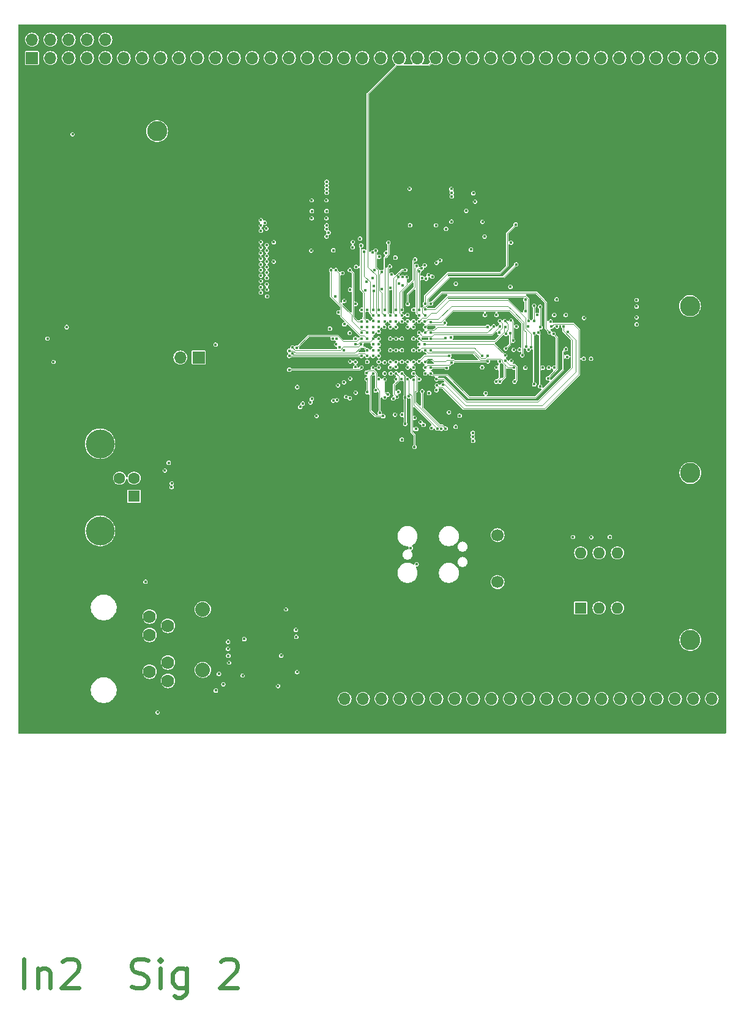
<source format=gbr>
%TF.GenerationSoftware,KiCad,Pcbnew,8.0.1*%
%TF.CreationDate,2025-05-27T09:35:13-07:00*%
%TF.ProjectId,mb,6d622e6b-6963-4616-945f-706362585858,A*%
%TF.SameCoordinates,Original*%
%TF.FileFunction,Copper,L3,Inr*%
%TF.FilePolarity,Positive*%
%FSLAX46Y46*%
G04 Gerber Fmt 4.6, Leading zero omitted, Abs format (unit mm)*
G04 Created by KiCad (PCBNEW 8.0.1) date 2025-05-27 09:35:13*
%MOMM*%
%LPD*%
G01*
G04 APERTURE LIST*
%ADD10C,0.600000*%
%TA.AperFunction,NonConductor*%
%ADD11C,0.600000*%
%TD*%
%TA.AperFunction,ComponentPad*%
%ADD12C,2.800000*%
%TD*%
%TA.AperFunction,ComponentPad*%
%ADD13R,1.700000X1.700000*%
%TD*%
%TA.AperFunction,ComponentPad*%
%ADD14C,1.700000*%
%TD*%
%TA.AperFunction,ComponentPad*%
%ADD15R,1.600000X1.600000*%
%TD*%
%TA.AperFunction,ComponentPad*%
%ADD16C,1.600000*%
%TD*%
%TA.AperFunction,ComponentPad*%
%ADD17C,4.000000*%
%TD*%
%TA.AperFunction,ComponentPad*%
%ADD18O,1.700000X1.700000*%
%TD*%
%TA.AperFunction,ComponentPad*%
%ADD19O,1.600000X1.600000*%
%TD*%
%TA.AperFunction,HeatsinkPad*%
%ADD20C,0.500000*%
%TD*%
%TA.AperFunction,ComponentPad*%
%ADD21C,1.778000*%
%TD*%
%TA.AperFunction,ComponentPad*%
%ADD22C,2.032000*%
%TD*%
%TA.AperFunction,ComponentPad*%
%ADD23C,3.251200*%
%TD*%
%TA.AperFunction,ViaPad*%
%ADD24C,0.400000*%
%TD*%
%TA.AperFunction,Conductor*%
%ADD25C,0.101600*%
%TD*%
%TA.AperFunction,Conductor*%
%ADD26C,0.200000*%
%TD*%
%TA.AperFunction,Conductor*%
%ADD27C,0.100000*%
%TD*%
G04 APERTURE END LIST*
D10*
D11*
X32252516Y-159434446D02*
X32252516Y-155434446D01*
X34157278Y-156767779D02*
X34157278Y-159434446D01*
X34157278Y-157148731D02*
X34347755Y-156958255D01*
X34347755Y-156958255D02*
X34728707Y-156767779D01*
X34728707Y-156767779D02*
X35300136Y-156767779D01*
X35300136Y-156767779D02*
X35681088Y-156958255D01*
X35681088Y-156958255D02*
X35871564Y-157339208D01*
X35871564Y-157339208D02*
X35871564Y-159434446D01*
X37585850Y-155815398D02*
X37776326Y-155624922D01*
X37776326Y-155624922D02*
X38157279Y-155434446D01*
X38157279Y-155434446D02*
X39109660Y-155434446D01*
X39109660Y-155434446D02*
X39490612Y-155624922D01*
X39490612Y-155624922D02*
X39681088Y-155815398D01*
X39681088Y-155815398D02*
X39871565Y-156196350D01*
X39871565Y-156196350D02*
X39871565Y-156577303D01*
X39871565Y-156577303D02*
X39681088Y-157148731D01*
X39681088Y-157148731D02*
X37395374Y-159434446D01*
X37395374Y-159434446D02*
X39871565Y-159434446D01*
X47109659Y-159243970D02*
X47681088Y-159434446D01*
X47681088Y-159434446D02*
X48633469Y-159434446D01*
X48633469Y-159434446D02*
X49014421Y-159243970D01*
X49014421Y-159243970D02*
X49204897Y-159053493D01*
X49204897Y-159053493D02*
X49395374Y-158672541D01*
X49395374Y-158672541D02*
X49395374Y-158291589D01*
X49395374Y-158291589D02*
X49204897Y-157910636D01*
X49204897Y-157910636D02*
X49014421Y-157720160D01*
X49014421Y-157720160D02*
X48633469Y-157529684D01*
X48633469Y-157529684D02*
X47871564Y-157339208D01*
X47871564Y-157339208D02*
X47490612Y-157148731D01*
X47490612Y-157148731D02*
X47300135Y-156958255D01*
X47300135Y-156958255D02*
X47109659Y-156577303D01*
X47109659Y-156577303D02*
X47109659Y-156196350D01*
X47109659Y-156196350D02*
X47300135Y-155815398D01*
X47300135Y-155815398D02*
X47490612Y-155624922D01*
X47490612Y-155624922D02*
X47871564Y-155434446D01*
X47871564Y-155434446D02*
X48823945Y-155434446D01*
X48823945Y-155434446D02*
X49395374Y-155624922D01*
X51109659Y-159434446D02*
X51109659Y-156767779D01*
X51109659Y-155434446D02*
X50919183Y-155624922D01*
X50919183Y-155624922D02*
X51109659Y-155815398D01*
X51109659Y-155815398D02*
X51300136Y-155624922D01*
X51300136Y-155624922D02*
X51109659Y-155434446D01*
X51109659Y-155434446D02*
X51109659Y-155815398D01*
X54728707Y-156767779D02*
X54728707Y-160005874D01*
X54728707Y-160005874D02*
X54538231Y-160386827D01*
X54538231Y-160386827D02*
X54347755Y-160577303D01*
X54347755Y-160577303D02*
X53966802Y-160767779D01*
X53966802Y-160767779D02*
X53395374Y-160767779D01*
X53395374Y-160767779D02*
X53014421Y-160577303D01*
X54728707Y-159243970D02*
X54347755Y-159434446D01*
X54347755Y-159434446D02*
X53585850Y-159434446D01*
X53585850Y-159434446D02*
X53204898Y-159243970D01*
X53204898Y-159243970D02*
X53014421Y-159053493D01*
X53014421Y-159053493D02*
X52823945Y-158672541D01*
X52823945Y-158672541D02*
X52823945Y-157529684D01*
X52823945Y-157529684D02*
X53014421Y-157148731D01*
X53014421Y-157148731D02*
X53204898Y-156958255D01*
X53204898Y-156958255D02*
X53585850Y-156767779D01*
X53585850Y-156767779D02*
X54347755Y-156767779D01*
X54347755Y-156767779D02*
X54728707Y-156958255D01*
X59490612Y-155815398D02*
X59681088Y-155624922D01*
X59681088Y-155624922D02*
X60062041Y-155434446D01*
X60062041Y-155434446D02*
X61014422Y-155434446D01*
X61014422Y-155434446D02*
X61395374Y-155624922D01*
X61395374Y-155624922D02*
X61585850Y-155815398D01*
X61585850Y-155815398D02*
X61776327Y-156196350D01*
X61776327Y-156196350D02*
X61776327Y-156577303D01*
X61776327Y-156577303D02*
X61585850Y-157148731D01*
X61585850Y-157148731D02*
X59300136Y-159434446D01*
X59300136Y-159434446D02*
X61776327Y-159434446D01*
D12*
%TO.N,GND*%
%TO.C,TP402*%
X50657200Y-49717200D03*
%TD*%
%TO.N,+24V*%
%TO.C,TP401*%
X50657200Y-41005000D03*
%TD*%
%TO.N,GND*%
%TO.C,TP202*%
X124428200Y-44230200D03*
%TD*%
%TO.N,GND*%
%TO.C,TP204*%
X124428200Y-99801750D03*
%TD*%
D13*
%TO.N,GND*%
%TO.C,SW201*%
X102261357Y-96851300D03*
D14*
X102261357Y-103351300D03*
%TO.N,/~{RESET}*%
X97761357Y-96851300D03*
X97761357Y-103351300D03*
%TD*%
D15*
%TO.N,/MPU Interface/USB_VBUS*%
%TO.C,J405*%
X47458400Y-91475600D03*
D16*
%TO.N,Net-(J405-D-)*%
X47458400Y-88975600D03*
%TO.N,Net-(J405-D+)*%
X45458400Y-88975600D03*
%TO.N,GND*%
X45458400Y-91475600D03*
D17*
%TO.N,Net-(J405-Shield)*%
X42758400Y-84225600D03*
X42758400Y-96265600D03*
%TD*%
D12*
%TO.N,GND*%
%TO.C,TP209*%
X124428200Y-76724450D03*
%TD*%
D13*
%TO.N,Net-(J403-Pin_1)*%
%TO.C,J403*%
X56402427Y-72292973D03*
D18*
%TO.N,Net-(J403-Pin_2)*%
X53862427Y-72292973D03*
%TD*%
D12*
%TO.N,+1.35V*%
%TO.C,TP208*%
X124393400Y-65185800D03*
%TD*%
%TO.N,+1.25V*%
%TO.C,TP203*%
X124428200Y-88263100D03*
%TD*%
D13*
%TO.N,GND*%
%TO.C,J502*%
X76606400Y-122021600D03*
D18*
%TO.N,/MPU Extra Pins/I2C3_SCL*%
X76606400Y-119481600D03*
%TO.N,GND*%
X79146400Y-122021600D03*
%TO.N,/MPU Extra Pins/I2C4_SDA*%
X79146400Y-119481600D03*
%TO.N,GND*%
X81686400Y-122021600D03*
%TO.N,/MPU Extra Pins/SPI2_MISO*%
X81686400Y-119481600D03*
%TO.N,GND*%
X84226400Y-122021600D03*
%TO.N,/MPU Extra Pins/GPIO19*%
X84226400Y-119481600D03*
%TO.N,GND*%
X86766400Y-122021600D03*
%TO.N,/MPU Extra Pins/GPIO6*%
X86766400Y-119481600D03*
%TO.N,GND*%
X89306400Y-122021600D03*
%TO.N,/MPU Extra Pins/GPIO1*%
X89306400Y-119481600D03*
%TO.N,GND*%
X91846400Y-122021600D03*
%TO.N,/MPU Extra Pins/SPI1_CS*%
X91846400Y-119481600D03*
%TO.N,GND*%
X94386400Y-122021600D03*
%TO.N,/MPU Extra Pins/GPIO18*%
X94386400Y-119481600D03*
%TO.N,GND*%
X96926400Y-122021600D03*
%TO.N,/MPU Extra Pins/GPIO0*%
X96926400Y-119481600D03*
%TO.N,GND*%
X99466400Y-122021600D03*
%TO.N,/MPU Extra Pins/SPI1_MISO*%
X99466400Y-119481600D03*
%TO.N,GND*%
X102006400Y-122021600D03*
%TO.N,/MPU Extra Pins/GPIO13*%
X102006400Y-119481600D03*
%TO.N,GND*%
X104546400Y-122021600D03*
%TO.N,/MPU Extra Pins/GPIO5*%
X104546400Y-119481600D03*
%TO.N,GND*%
X107086400Y-122021600D03*
%TO.N,/MPU Extra Pins/SPI1_SCK*%
X107086400Y-119481600D03*
%TO.N,GND*%
X109626400Y-122021600D03*
%TO.N,/MPU Extra Pins/GPIO7*%
X109626400Y-119481600D03*
%TO.N,GND*%
X112166400Y-122021600D03*
%TO.N,/MPU Extra Pins/GPIO2*%
X112166400Y-119481600D03*
%TO.N,GND*%
X114706400Y-122021600D03*
%TO.N,/MPU Extra Pins/USART2_TX*%
X114706400Y-119481600D03*
%TO.N,GND*%
X117246400Y-122021600D03*
%TO.N,/MPU Extra Pins/GPIO8*%
X117246400Y-119481600D03*
%TO.N,GND*%
X119786400Y-122021600D03*
%TO.N,/MPU Extra Pins/GPIO12*%
X119786400Y-119481600D03*
%TO.N,GND*%
X122326400Y-122021600D03*
%TO.N,/MPU Extra Pins/SPI1_MOSI*%
X122326400Y-119481600D03*
%TO.N,GND*%
X124866400Y-122021600D03*
%TO.N,/MPU Extra Pins/GPIO4*%
X124866400Y-119481600D03*
%TO.N,GND*%
X127406400Y-122021600D03*
%TO.N,/MPU Extra Pins/GPIO3*%
X127406400Y-119481600D03*
%TD*%
D15*
%TO.N,/MPU Power & Clock/MPU_BOOT2*%
%TO.C,SW202*%
X109265000Y-106926300D03*
D19*
%TO.N,/MPU Power & Clock/MPU_BOOT1*%
X111805000Y-106926300D03*
%TO.N,/MPU Power & Clock/MPU_BOOT0*%
X114345000Y-106926300D03*
%TO.N,GND*%
X116885000Y-106926300D03*
X116885000Y-99306300D03*
%TO.N,Net-(R205-Pad1)*%
X114345000Y-99306300D03*
%TO.N,Net-(R204-Pad1)*%
X111805000Y-99306300D03*
%TO.N,Net-(R203-Pad1)*%
X109265000Y-99306300D03*
%TD*%
D20*
%TO.N,GND*%
%TO.C,U402*%
X64179800Y-114065600D03*
X65179800Y-114065600D03*
X66179800Y-114065600D03*
X64179800Y-113065600D03*
X65179800Y-113065600D03*
X66179800Y-113065600D03*
X64179800Y-112065600D03*
X65179800Y-112065600D03*
X66179800Y-112065600D03*
%TD*%
D13*
%TO.N,/MPU Extra Pins/QUADSPI_IO2*%
%TO.C,J503*%
X33334400Y-30895800D03*
D18*
%TO.N,/MPU Extra Pins/SPI2_SCK*%
X33334400Y-28355800D03*
%TO.N,/MPU Extra Pins/GPIO14*%
X35874400Y-30895800D03*
%TO.N,/MPU Extra Pins/GPIO9*%
X35874400Y-28355800D03*
%TO.N,/MPU Extra Pins/GPIO16*%
X38414400Y-30895800D03*
%TO.N,/MPU Extra Pins/QUADSPI_IO3*%
X38414400Y-28355800D03*
%TO.N,/MPU Extra Pins/GPIO15*%
X40954400Y-30895800D03*
%TO.N,/MPU Extra Pins/SPI5_MOSI*%
X40954400Y-28355800D03*
%TO.N,/MPU Extra Pins/GPIO11*%
X43494400Y-30895800D03*
%TO.N,/MPU Extra Pins/GPIO10*%
X43494400Y-28355800D03*
%TO.N,/MPU Extra Pins/UART8_TX*%
X46034400Y-30895800D03*
%TO.N,GND*%
X46034400Y-28355800D03*
%TO.N,/MPU Extra Pins/USART1_RX*%
X48574400Y-30895800D03*
%TO.N,GND*%
X48574400Y-28355800D03*
%TO.N,/MPU Extra Pins/GPIO17*%
X51114400Y-30895800D03*
%TO.N,GND*%
X51114400Y-28355800D03*
%TO.N,/MPU Extra Pins/QUADSPI_IO0*%
X53654400Y-30895800D03*
%TO.N,GND*%
X53654400Y-28355800D03*
%TO.N,/MPU Extra Pins/SPI5_CS*%
X56194400Y-30895800D03*
%TO.N,GND*%
X56194400Y-28355800D03*
%TO.N,/MPU Extra Pins/QUADSPI_IO1*%
X58734400Y-30895800D03*
%TO.N,GND*%
X58734400Y-28355800D03*
%TO.N,/MPU Extra Pins/QUADSPI_CLK*%
X61274400Y-30895800D03*
%TO.N,GND*%
X61274400Y-28355800D03*
%TO.N,/MPU Extra Pins/SPI5_MISO*%
X63814400Y-30895800D03*
%TO.N,GND*%
X63814400Y-28355800D03*
%TO.N,/MPU Extra Pins/SPI5_SCK*%
X66354400Y-30895800D03*
%TO.N,GND*%
X66354400Y-28355800D03*
%TO.N,/MPU Extra Pins/UART7_TX*%
X68894400Y-30895800D03*
%TO.N,GND*%
X68894400Y-28355800D03*
%TO.N,/MPU Extra Pins/USART2_RX*%
X71434400Y-30895800D03*
%TO.N,GND*%
X71434400Y-28355800D03*
%TO.N,/MPU Extra Pins/I2C1_SCL*%
X73974400Y-30895800D03*
%TO.N,GND*%
X73974400Y-28355800D03*
%TO.N,/MPU Extra Pins/SPI4_MOSI*%
X76514400Y-30895800D03*
%TO.N,GND*%
X76514400Y-28355800D03*
%TO.N,/MPU Extra Pins/SPI4_MISO*%
X79054400Y-30895800D03*
%TO.N,GND*%
X79054400Y-28355800D03*
%TO.N,/MPU Extra Pins/QUADSPI_CS*%
X81594400Y-30895800D03*
%TO.N,GND*%
X81594400Y-28355800D03*
%TO.N,/MPU Extra Pins/I2C1_SDA*%
X84134400Y-30895800D03*
%TO.N,GND*%
X84134400Y-28355800D03*
%TO.N,/MPU Extra Pins/SPI4_CS*%
X86674400Y-30895800D03*
%TO.N,GND*%
X86674400Y-28355800D03*
%TO.N,/MPU Extra Pins/UART8_RX*%
X89214400Y-30895800D03*
%TO.N,GND*%
X89214400Y-28355800D03*
%TO.N,/MPU Extra Pins/I2C4_SCL*%
X91754400Y-30895800D03*
%TO.N,GND*%
X91754400Y-28355800D03*
%TO.N,/MPU Extra Pins/I2C3_SDA*%
X94294400Y-30895800D03*
%TO.N,GND*%
X94294400Y-28355800D03*
%TO.N,/MPU Extra Pins/USART3_TX*%
X96834400Y-30895800D03*
%TO.N,GND*%
X96834400Y-28355800D03*
%TO.N,/MPU Extra Pins/USART3_RX*%
X99374400Y-30895800D03*
%TO.N,GND*%
X99374400Y-28355800D03*
%TO.N,/MPU Extra Pins/I2C2_SDA*%
X101914400Y-30895800D03*
%TO.N,GND*%
X101914400Y-28355800D03*
%TO.N,/MPU Extra Pins/USART6_RX*%
X104454400Y-30895800D03*
%TO.N,GND*%
X104454400Y-28355800D03*
%TO.N,/MPU Extra Pins/USART6_TX*%
X106994400Y-30895800D03*
%TO.N,GND*%
X106994400Y-28355800D03*
%TO.N,/MPU Extra Pins/UART5_RX*%
X109534400Y-30895800D03*
%TO.N,GND*%
X109534400Y-28355800D03*
%TO.N,/MPU Extra Pins/UART5_TX*%
X112074400Y-30895800D03*
%TO.N,GND*%
X112074400Y-28355800D03*
%TO.N,/MPU Extra Pins/UART7_RX*%
X114614400Y-30895800D03*
%TO.N,GND*%
X114614400Y-28355800D03*
%TO.N,/MPU Extra Pins/USART1_TX*%
X117154400Y-30895800D03*
%TO.N,GND*%
X117154400Y-28355800D03*
%TO.N,/MPU Extra Pins/SPI4_SCK*%
X119694400Y-30895800D03*
%TO.N,GND*%
X119694400Y-28355800D03*
%TO.N,/MPU Extra Pins/I2C2_SCL*%
X122234400Y-30895800D03*
%TO.N,GND*%
X122234400Y-28355800D03*
%TO.N,/MPU Extra Pins/SPI2_CS*%
X124774400Y-30895800D03*
%TO.N,GND*%
X124774400Y-28355800D03*
%TO.N,/MPU Extra Pins/SPI2_MOSI*%
X127314400Y-30895800D03*
%TO.N,GND*%
X127314400Y-28355800D03*
%TD*%
D21*
%TO.N,/MPU Interface/ETH_TX_P*%
%TO.C,J406*%
X52149700Y-117004400D03*
%TO.N,/MPU Interface/ETH_TX_N*%
X49609700Y-115734400D03*
%TO.N,Net-(J406-TXCT)*%
X52149700Y-114464400D03*
%TO.N,GND*%
X49609700Y-113194400D03*
X52149700Y-111924400D03*
%TO.N,Net-(J406-RXCT)*%
X49609700Y-110654400D03*
%TO.N,/MPU Interface/ETH_RX_P*%
X52149700Y-109384400D03*
%TO.N,/MPU Interface/ETH_RX_N*%
X49609700Y-108114400D03*
D22*
%TO.N,GND*%
X56975700Y-118020400D03*
%TO.N,Net-(J406--LEDR)*%
X56975700Y-115480400D03*
%TO.N,GND*%
X56975700Y-109638400D03*
%TO.N,Net-(J406-+LEDL)*%
X56975700Y-107098400D03*
D23*
%TO.N,GND*%
X46307700Y-104685400D03*
X46307700Y-120433400D03*
%TD*%
D12*
%TO.N,+3.3V*%
%TO.C,TP201*%
X124428200Y-111340400D03*
%TD*%
D24*
%TO.N,+1.35V*%
X100403100Y-68000468D03*
X86123554Y-72890615D03*
X104012154Y-73713587D03*
X116992400Y-65252600D03*
X109726654Y-66835483D03*
X97608900Y-66425668D03*
X86123554Y-67290615D03*
X105936300Y-64266668D03*
X95627900Y-73639268D03*
X109675854Y-72474283D03*
X81323554Y-70490615D03*
X80527600Y-67268600D03*
X96114400Y-77239068D03*
X107400800Y-72196200D03*
X104848100Y-73715468D03*
X102003300Y-68025868D03*
X110691854Y-72474283D03*
X105610100Y-73715468D03*
X105102100Y-67314668D03*
X86123554Y-68090615D03*
X96008900Y-66425668D03*
X101611954Y-73713587D03*
X86123554Y-71290615D03*
X99653700Y-72775668D03*
X105608900Y-66425668D03*
X116992400Y-64338200D03*
X86123554Y-69690615D03*
X83723554Y-68090615D03*
X81323554Y-68090615D03*
X102028700Y-71226268D03*
X103208900Y-66425668D03*
X97609100Y-73690068D03*
X82923554Y-68090615D03*
X91972600Y-81876200D03*
X105992827Y-68008180D03*
X81323554Y-69690615D03*
X86123554Y-73690615D03*
X107208900Y-66425668D03*
%TO.N,+3.3V*%
X82923554Y-72890615D03*
X35474266Y-69678185D03*
X51724000Y-87897500D03*
X116994015Y-66751200D03*
X70037400Y-76387200D03*
X59820500Y-117461600D03*
X110738200Y-97132100D03*
X83723554Y-72890615D03*
X80523554Y-70490615D03*
X99531400Y-62524600D03*
X82123554Y-72958200D03*
X85323554Y-68090615D03*
X67827500Y-113511600D03*
X81323554Y-72890615D03*
X86572800Y-100872800D03*
X74965000Y-69681600D03*
X113303600Y-97106700D03*
X117019415Y-67716400D03*
X84515400Y-83651600D03*
X108198200Y-97106700D03*
X68478400Y-107111800D03*
X81323554Y-71290615D03*
X86283800Y-80645000D03*
X38947800Y-41436800D03*
X69910300Y-110920800D03*
X38134144Y-68090900D03*
X69857500Y-109955600D03*
X91032800Y-79869600D03*
X94417400Y-49586400D03*
X85323554Y-72890615D03*
X79723554Y-72890615D03*
X86923554Y-75290615D03*
X70031300Y-115785200D03*
X99618800Y-56413400D03*
X36312466Y-72903985D03*
X81323554Y-72090615D03*
X81315000Y-68716400D03*
X86123554Y-65690615D03*
X94651200Y-50729400D03*
X82123554Y-74490615D03*
X85277400Y-66430400D03*
X82077000Y-68056000D03*
X59210900Y-116039200D03*
X84523554Y-72890615D03*
X58737542Y-70517800D03*
X81323554Y-75290615D03*
X83723554Y-75290615D03*
X67389700Y-117715600D03*
%TO.N,+1.25V*%
X83723554Y-71290615D03*
X94345200Y-82720100D03*
X86923554Y-70490615D03*
X82923554Y-69690615D03*
X91338400Y-69494400D03*
X94345200Y-83228100D03*
X84523554Y-71290615D03*
X82923554Y-71290615D03*
X84523554Y-69690615D03*
X83723554Y-69690615D03*
X94370600Y-83812300D03*
%TO.N,/MPU Power & Clock/VDD_USB*%
X84972600Y-77784200D03*
X84523554Y-74490615D03*
X84972600Y-81467200D03*
%TO.N,/MPU Power & Clock/VDDA1V8_REG*%
X86268000Y-84667600D03*
X85480600Y-77657200D03*
X85323554Y-75290615D03*
%TO.N,/MPU Power & Clock/VDDA1V1_REG*%
X85323554Y-73690615D03*
%TO.N,/MPU Memory/VREF_DDR0*%
X97571000Y-75625200D03*
X98040900Y-72826468D03*
%TO.N,/MPU Memory/VREF_DDR1*%
X101622300Y-64317468D03*
X101596900Y-65917668D03*
%TO.N,/MPU Memory/VDD_NAND*%
X74077200Y-53040800D03*
X93432000Y-52024800D03*
X95970800Y-55584600D03*
X72045200Y-53040800D03*
X71967800Y-57515000D03*
X95676600Y-53523400D03*
X72045200Y-50551600D03*
X72070600Y-52050200D03*
X74077200Y-50551600D03*
X94081600Y-57378600D03*
X74102600Y-52050200D03*
%TO.N,/~{RESET}*%
X88630200Y-82026000D03*
X85760000Y-98637600D03*
X84058200Y-77022200D03*
X89814400Y-58851800D03*
%TO.N,/MPU Interface/CTP_INT*%
X65855866Y-62911433D03*
X77352600Y-62925200D03*
%TO.N,/MPU Interface/CTP_SCL*%
X65017666Y-61743033D03*
X84134400Y-62061600D03*
%TO.N,/MPU Interface/CTP_RST*%
X79460800Y-62976000D03*
X65017666Y-62555833D03*
%TO.N,/MPU Interface/CTP_SDA*%
X84617000Y-62290200D03*
X65830466Y-62200233D03*
%TO.N,/MPU Interface/R5*%
X78190800Y-59775600D03*
X65776466Y-54456433D03*
%TO.N,/MPU Interface/R3*%
X65541600Y-53654200D03*
X84998000Y-60207400D03*
X83723554Y-66490615D03*
%TO.N,/MPU Interface/R4*%
X65014466Y-54024633D03*
X87284000Y-59978800D03*
X86923554Y-66490615D03*
%TO.N,/MPU Interface/B4*%
X79723554Y-69690615D03*
X74736400Y-60207400D03*
X65827266Y-58271513D03*
%TO.N,/MPU Interface/DE*%
X87334800Y-61299600D03*
X65827266Y-61289033D03*
%TO.N,/MPU Interface/G6*%
X65014466Y-57098033D03*
X77327200Y-60207400D03*
X78923554Y-67290615D03*
%TO.N,/MPU Interface/B3*%
X75371400Y-60207400D03*
X79723554Y-68890615D03*
X65014466Y-57870193D03*
%TO.N,/MPU Interface/G5*%
X82123554Y-66490615D03*
X81721400Y-60486800D03*
X65827266Y-56762753D03*
%TO.N,/MPU Interface/B5*%
X84617000Y-61172600D03*
X65014466Y-58642353D03*
%TO.N,/MPU Interface/G7*%
X80603800Y-62417200D03*
X65827266Y-57517133D03*
X81323554Y-67290615D03*
X80730800Y-60182000D03*
%TO.N,/MPU Interface/DISP*%
X65014466Y-60186673D03*
X83723554Y-65690615D03*
X84032800Y-61172600D03*
%TO.N,/MPU Interface/G4*%
X65014466Y-56325873D03*
X66789400Y-56361648D03*
%TO.N,/MPU Interface/VSYNC*%
X65014466Y-60958833D03*
X79587800Y-61858400D03*
%TO.N,/MPU Interface/R6*%
X86923554Y-65690615D03*
X86903000Y-60410600D03*
X65014466Y-54781553D03*
%TO.N,/MPU Interface/B6*%
X66789400Y-59028648D03*
X65827266Y-59025893D03*
%TO.N,/MPU Interface/HSYNC*%
X80502200Y-61299600D03*
X65827266Y-60534653D03*
%TO.N,/MPU Interface/DCLK*%
X82923554Y-67290615D03*
X82915200Y-62671200D03*
X83093000Y-60817000D03*
X65827266Y-59780273D03*
%TO.N,/MPU Interface/B7*%
X65014466Y-59414513D03*
X76285800Y-60613800D03*
%TO.N,Net-(J403-Pin_2)*%
X65875000Y-63829248D03*
X75269800Y-63890400D03*
%TO.N,Net-(J403-Pin_1)*%
X65011400Y-63321248D03*
X80523554Y-65690615D03*
X80603800Y-63052200D03*
%TO.N,/MPU Interface/MPU_JTAG_TRST*%
X87512600Y-81619600D03*
X83702600Y-73618600D03*
%TO.N,GND*%
X85323554Y-69690615D03*
X89051600Y-79869600D03*
X94789700Y-73232868D03*
X81323554Y-74490615D03*
X88523554Y-72890615D03*
X98552800Y-77243800D03*
X84523554Y-72090615D03*
X69982600Y-50500800D03*
X114898400Y-62397600D03*
X70546600Y-51511600D03*
X103212154Y-73713587D03*
X82127800Y-73694800D03*
X70033400Y-53066200D03*
X82923554Y-72090615D03*
X86522000Y-80095600D03*
X82123554Y-71290615D03*
X82923554Y-65690615D03*
X38947800Y-42427400D03*
X37094878Y-41905485D03*
X86191800Y-63204600D03*
X73897396Y-72827785D03*
X44221400Y-81178400D03*
X66405100Y-117726000D03*
X109701254Y-65895683D03*
X70036596Y-75215385D03*
X50976000Y-103326200D03*
X109675854Y-73439483D03*
X94524200Y-52990000D03*
X60512300Y-110565200D03*
X82123554Y-72090615D03*
X97240800Y-83736100D03*
X116854200Y-48884800D03*
X93301800Y-72069200D03*
X47473200Y-43207607D03*
X85323554Y-71290615D03*
X65506600Y-107111800D03*
X51724000Y-85890900D03*
X96808900Y-66425668D03*
X94167400Y-100974400D03*
X74077200Y-46030400D03*
X78923554Y-71290615D03*
X107210100Y-73715468D03*
X98408900Y-66425668D03*
X116701800Y-62397600D03*
X76514400Y-63687200D03*
X114046000Y-64287400D03*
X80523554Y-75290615D03*
X95311600Y-51821600D03*
X85323554Y-68890615D03*
X90282954Y-63690615D03*
X74177600Y-69681600D03*
X99611700Y-64292068D03*
X93457400Y-51516800D03*
X37069478Y-50907085D03*
X47476800Y-45533400D03*
X49768200Y-86191600D03*
X85887000Y-83143600D03*
X37069478Y-57450285D03*
X38898278Y-46462085D03*
X53324200Y-87461600D03*
X93218000Y-69570600D03*
X70009900Y-113867200D03*
X80523554Y-72890615D03*
X102054100Y-72039068D03*
X95107200Y-77220668D03*
X104416300Y-72902668D03*
X86979200Y-76031600D03*
X69885950Y-74660000D03*
X103574100Y-64292068D03*
X79723554Y-70490615D03*
X91094000Y-66862200D03*
X37094878Y-53935085D03*
X82123554Y-70490615D03*
X76497154Y-76917615D03*
X92937800Y-81876200D03*
X89112800Y-100872800D03*
X114046000Y-65252600D03*
X71561400Y-55683600D03*
X82923554Y-68890615D03*
X102408900Y-66425668D03*
X49323982Y-121864000D03*
X102411954Y-73713587D03*
X104390900Y-72013668D03*
X74355400Y-76082400D03*
X82077000Y-82635600D03*
X41538600Y-41436800D03*
X82923554Y-75290615D03*
X37094878Y-42906085D03*
X97266200Y-82770900D03*
X85323554Y-72090615D03*
X82123554Y-68890615D03*
X84515400Y-73644000D03*
X106408900Y-66425668D03*
X37094878Y-45934085D03*
X104008900Y-66425668D03*
X79816400Y-66582800D03*
X84523554Y-68890615D03*
X87723554Y-69690615D03*
X69998700Y-112866400D03*
X105449600Y-62499200D03*
X72045200Y-46030400D03*
X46533400Y-44376007D03*
X45857022Y-42007800D03*
X37145678Y-49916485D03*
X104808900Y-66425668D03*
X44822100Y-43937500D03*
X90052600Y-76844400D03*
X114022215Y-66802000D03*
X86923554Y-68090615D03*
X95196100Y-66425668D03*
X100348800Y-51266400D03*
X96389900Y-73690068D03*
X90027200Y-78927200D03*
X100453700Y-72775668D03*
X88523554Y-68090615D03*
X97105000Y-77239068D03*
X98409100Y-73690068D03*
X102133400Y-58293000D03*
X60512300Y-109600000D03*
X69017400Y-51491400D03*
X99644200Y-58293000D03*
X106410100Y-73715468D03*
X85323554Y-74490615D03*
X100441100Y-67263868D03*
X37049066Y-74834385D03*
X60512300Y-115492800D03*
X45351622Y-38551400D03*
X96251400Y-51821600D03*
X110691854Y-73439483D03*
X83723554Y-68890615D03*
X79689400Y-73644000D03*
X86123554Y-66490615D03*
X83723554Y-72090615D03*
X38923678Y-50424485D03*
X37120278Y-40914885D03*
X83143800Y-83245200D03*
X78923554Y-66490615D03*
X96358200Y-49611800D03*
X82123554Y-69690615D03*
X86877600Y-73745600D03*
X91425400Y-51516800D03*
X106422900Y-68965668D03*
X113946015Y-67665600D03*
X93276400Y-73821800D03*
X115762000Y-48884800D03*
X63407900Y-117624400D03*
X51687400Y-91922200D03*
X90016800Y-79869600D03*
%TO.N,/MPU Interface/MPU_JTAG_TCK*%
X81467400Y-79943200D03*
X79638600Y-74406000D03*
%TO.N,/MPU Interface/MPU_JTAG_TMS*%
X87106200Y-81213200D03*
X84490000Y-75244200D03*
%TO.N,/MPU Memory/DDR_CLKP*%
X100809500Y-71226268D03*
%TO.N,/MPU Memory/DDR_CLKN*%
X99996700Y-71226268D03*
%TO.N,Net-(U301-ZQ)*%
X100111000Y-75625200D03*
X98853700Y-72775668D03*
%TO.N,/MPU Memory/DDR_CKE*%
X98079000Y-75650600D03*
X87723554Y-71290615D03*
X99998954Y-73690068D03*
%TO.N,/MPU Memory/PWR_ON*%
X89306400Y-59207400D03*
X87766600Y-74507600D03*
%TO.N,/MPU Memory/FMC_NCE*%
X91369500Y-53512800D03*
X75041200Y-57464200D03*
%TO.N,/MPU Interface/BRIGHT*%
X65014466Y-53313433D03*
X87690400Y-59547000D03*
%TO.N,/MPU Interface/ETH_RXD0*%
X75523800Y-78165200D03*
X80908600Y-76844400D03*
%TO.N,/MPU Interface/ETH_RXD1*%
X82123554Y-75290615D03*
X75015800Y-78266800D03*
X82585000Y-77403200D03*
%TO.N,/MPU Interface/ETH_NRST*%
X78114600Y-72907400D03*
X71866200Y-78520800D03*
%TO.N,/MPU Interface/ETH_MDINT*%
X75676200Y-76133200D03*
X76514400Y-75726800D03*
%TO.N,/MPU Interface/ETH_MDIO*%
X72720200Y-80365600D03*
X80523554Y-72090615D03*
%TO.N,/MPU Power & Clock/MPU_BOOT0*%
X87334800Y-76971400D03*
X90586000Y-82127600D03*
%TO.N,/MPU Power & Clock/MPU_BOOT1*%
X89976400Y-82153000D03*
X86123554Y-74490615D03*
%TO.N,/MPU Power & Clock/MPU_BOOT2*%
X86141000Y-75345800D03*
X89417600Y-82127600D03*
%TO.N,/MPU Memory/DDR_A7*%
X96415300Y-68051268D03*
X87723554Y-68890615D03*
%TO.N,/MPU Memory/DDR_A1*%
X96389900Y-72039068D03*
X88503200Y-71281800D03*
%TO.N,/MPU Memory/DDR_A13*%
X90484400Y-67522600D03*
X87723554Y-68090615D03*
%TO.N,/MPU Memory/DDR_BA2*%
X86923554Y-68890615D03*
X98040900Y-68025868D03*
%TO.N,/MPU Memory/DDR_DQS1P*%
X103400300Y-68864068D03*
X103632000Y-76276200D03*
%TO.N,/MPU Memory/DDR_DQM1*%
X91424200Y-72983600D03*
X87723554Y-73690615D03*
%TO.N,/MPU Memory/DDR_DQ12*%
X89316000Y-75295000D03*
X106854700Y-68000468D03*
%TO.N,/MPU Memory/DDR_CASN*%
X99488700Y-68965668D03*
X98904500Y-71073868D03*
%TO.N,/MPU Memory/DDR_DQ11*%
X88523554Y-74490615D03*
X107210300Y-71124668D03*
%TO.N,/MPU Memory/DDR_DQ7*%
X101190500Y-71988268D03*
X88554000Y-67370200D03*
%TO.N,/MPU Memory/DDR_DQ1*%
X102041100Y-67263868D03*
X87715800Y-65668400D03*
%TO.N,/MPU Memory/DDR_A3*%
X88523554Y-68890615D03*
X97228100Y-68000468D03*
%TO.N,/MPU Memory/DDR_DQ4*%
X103679700Y-68127468D03*
X103654300Y-65282668D03*
%TO.N,/MPU Memory/DDR_DQ6*%
X87690400Y-67319400D03*
X101723900Y-70769068D03*
%TO.N,/MPU Memory/DDR_A10*%
X87690400Y-70443600D03*
X98802900Y-72013668D03*
%TO.N,/MPU Memory/DDR_DQM0*%
X88528600Y-64855600D03*
X104975100Y-68813268D03*
%TO.N,/MPU Memory/DDR_DQ15*%
X89366800Y-76133200D03*
X105205427Y-68033580D03*
%TO.N,/MPU Memory/DDR_WEN*%
X98853700Y-68076668D03*
X86923554Y-69690615D03*
%TO.N,/MPU Memory/DDR_DQ9*%
X104749600Y-75184000D03*
X105511600Y-69037200D03*
%TO.N,/MPU Memory/DDR_A4*%
X96415300Y-72826468D03*
X87723554Y-72890615D03*
%TO.N,/MPU Memory/DDR_CSN*%
X98929900Y-69016468D03*
X98802900Y-67238468D03*
%TO.N,/MPU Memory/DDR_DQ14*%
X90179600Y-76057000D03*
X107489700Y-68737068D03*
%TO.N,/MPU Memory/DDR_A11*%
X95602500Y-72039068D03*
X86923554Y-71290615D03*
%TO.N,/MPU Memory/DDR_DQS1N*%
X102844600Y-75996800D03*
X102790700Y-68914868D03*
%TO.N,/MPU Memory/DDR_BA0*%
X98091700Y-67263868D03*
X98015500Y-68889468D03*
%TO.N,/MPU Memory/DDR_DQ10*%
X88523554Y-73690615D03*
X90738400Y-73745600D03*
%TO.N,/MPU Memory/DDR_ODT*%
X90560600Y-69605400D03*
X99641100Y-67187668D03*
X99920500Y-69956268D03*
X88503200Y-69707000D03*
%TO.N,/MPU Memory/DDR_DQ0*%
X102816100Y-65155668D03*
X102816100Y-67213068D03*
%TO.N,/MPU Memory/DDR_DQ2*%
X102409700Y-70845268D03*
X86923554Y-67290615D03*
%TO.N,/MPU Memory/SDMMC1_D0*%
X87723554Y-66490615D03*
X100344200Y-59425800D03*
%TO.N,/MPU Memory/FMC_D7*%
X74108100Y-55555400D03*
X83626400Y-58480200D03*
%TO.N,/MPU Memory/FMC_CLE*%
X77724000Y-56311800D03*
X91421300Y-49510200D03*
%TO.N,/MPU Memory/FMC_D3*%
X79257600Y-57642000D03*
X80523554Y-66490615D03*
X74118700Y-49520800D03*
%TO.N,/MPU Memory/FMC_ALE*%
X91421300Y-50018200D03*
X81323554Y-65690615D03*
X80908600Y-57515000D03*
%TO.N,/MPU Memory/FMC_D4*%
X80451400Y-57769000D03*
X74108100Y-54031400D03*
%TO.N,/MPU Memory/FMC_NWE*%
X91359900Y-48991600D03*
X85582200Y-48955200D03*
%TO.N,/MPU Memory/SDMMC1_D3*%
X100268000Y-53914000D03*
X87715800Y-64855600D03*
%TO.N,/MPU Memory/FMC_D2*%
X78876600Y-56803800D03*
X74118700Y-49012800D03*
X79723554Y-67290615D03*
%TO.N,/MPU Memory/FMC_NOE*%
X82123554Y-67290615D03*
X81772200Y-62874400D03*
X85658400Y-54009800D03*
X89239800Y-54009800D03*
%TO.N,/MPU Memory/FMC_D0*%
X78724200Y-55864000D03*
X74118700Y-47996800D03*
%TO.N,/MPU Memory/uSD_DETECT*%
X89290600Y-76819000D03*
X91983000Y-62087000D03*
%TO.N,/MPU Memory/FMC_D1*%
X74118700Y-48504800D03*
X82661200Y-56422800D03*
X82123554Y-65690615D03*
%TO.N,/MPU Memory/FMC_D5*%
X74108100Y-54539400D03*
X82305600Y-57845200D03*
%TO.N,/MPU Memory/FMC_D6*%
X74380800Y-55025800D03*
X81391200Y-58378600D03*
%TO.N,/MPU Memory/FMC_NWAIT*%
X77708200Y-57057800D03*
X90636800Y-54517800D03*
%TO.N,/MPU Interface/ETH_TXD0*%
X70799400Y-78673200D03*
X82991400Y-74507600D03*
%TO.N,/MPU Interface/ETH_TX_EN*%
X80523554Y-73690615D03*
X72069400Y-78012800D03*
%TO.N,/MPU Interface/ETH_TXD1*%
X83723554Y-74490615D03*
X70443800Y-79130400D03*
X83829600Y-77733400D03*
%TO.N,/MPU Extra Pins/UART7_TX*%
X79723554Y-68090615D03*
%TO.N,/MPU Extra Pins/USART3_RX*%
X84523554Y-66490615D03*
X85175800Y-61172600D03*
%TO.N,/MPU Extra Pins/SPI5_MOSI*%
X76489000Y-71307200D03*
%TO.N,/MPU Extra Pins/SPI2_CS*%
X88223800Y-60893200D03*
X84523554Y-67290615D03*
%TO.N,/MPU Extra Pins/QUADSPI_IO2*%
X78923554Y-73690615D03*
X68945200Y-73974200D03*
%TO.N,/MPU Extra Pins/USART2_TX*%
X81323554Y-73690615D03*
X82127800Y-77809600D03*
%TO.N,/MPU Extra Pins/GPIO14*%
X79723554Y-72090615D03*
X69351600Y-71713600D03*
%TO.N,/MPU Extra Pins/USART1_RX*%
X75498400Y-69707000D03*
%TO.N,/MPU Extra Pins/I2C2_SCL*%
X83723554Y-67290615D03*
X87868200Y-61401200D03*
%TO.N,/MPU Extra Pins/UART8_RX*%
X81323554Y-66490615D03*
%TO.N,/MPU Extra Pins/QUADSPI_CS*%
X78114600Y-64881000D03*
%TO.N,/MPU Extra Pins/SPI5_SCK*%
X76565200Y-67700400D03*
%TO.N,/MPU Extra Pins/SPI5_CS*%
X77301800Y-68894200D03*
%TO.N,/MPU Extra Pins/GPIO3*%
X86496600Y-82178400D03*
X88274600Y-77200000D03*
%TO.N,/MPU Extra Pins/QUADSPI_IO1*%
X74558600Y-68310000D03*
%TO.N,/MPU Extra Pins/QUADSPI_IO3*%
X78923554Y-69690615D03*
X69986600Y-70926200D03*
%TO.N,/MPU Extra Pins/SPI4_MISO*%
X79723554Y-65690615D03*
%TO.N,/MPU Extra Pins/I2C1_SCL*%
X75752400Y-66074800D03*
%TO.N,/MPU Extra Pins/SPI2_SCK*%
X68945200Y-72069200D03*
X78923554Y-72090615D03*
%TO.N,/MPU Extra Pins/SPI2_MISO*%
X78140000Y-77149200D03*
X78088861Y-73618600D03*
%TO.N,/MPU Extra Pins/GPIO15*%
X80523554Y-71290615D03*
%TO.N,/MPU Extra Pins/USART2_RX*%
X80523554Y-68090615D03*
%TO.N,/MPU Extra Pins/GPIO11*%
X75422200Y-70469000D03*
%TO.N,/MPU Extra Pins/UART8_TX*%
X78140000Y-70469000D03*
X80523554Y-69690615D03*
%TO.N,/MPU Extra Pins/UART7_RX*%
X86547400Y-59648600D03*
X85328200Y-64906400D03*
%TO.N,/MPU Extra Pins/SPI1_MOSI*%
X82889800Y-73644000D03*
X83321600Y-77987400D03*
%TO.N,/MPU Extra Pins/SPI5_MISO*%
X78923554Y-68090615D03*
%TO.N,/MPU Extra Pins/GPIO18*%
X79740200Y-77098400D03*
X79664000Y-75244200D03*
%TO.N,/MPU Extra Pins/SPI4_MOSI*%
X78927400Y-65719200D03*
%TO.N,/MPU Extra Pins/GPIO17*%
X78089200Y-69681600D03*
%TO.N,/MPU Extra Pins/I2C4_SDA*%
X77378000Y-72831200D03*
X77327200Y-77936600D03*
%TO.N,/MPU Extra Pins/GPIO16*%
X78902000Y-70469000D03*
X69377000Y-70900800D03*
%TO.N,/MPU Extra Pins/QUADSPI_CLK*%
X78923554Y-68890615D03*
%TO.N,/MPU Extra Pins/QUADSPI_IO0*%
X80523554Y-68890615D03*
%TO.N,/MPU Extra Pins/SPI2_MOSI*%
X85323554Y-67290615D03*
X88731800Y-61121800D03*
%TO.N,/MPU Extra Pins/UART5_RX*%
X84523554Y-65690615D03*
X86344200Y-58734200D03*
%TO.N,/MPU Extra Pins/I2C4_SCL*%
X82864400Y-59699400D03*
X82923554Y-66490615D03*
%TO.N,/MPU Extra Pins/I2C3_SCL*%
X77378000Y-75218800D03*
X76793800Y-77733400D03*
%TO.N,/MPU Extra Pins/I2C1_SDA*%
X76539800Y-64474600D03*
%TO.N,/MPU Extra Pins/GPIO9*%
X68919800Y-71358000D03*
X79723554Y-71290615D03*
%TO.N,/MPU Extra Pins/GPIO10*%
X75879400Y-70875400D03*
%TO.N,/MPU Memory/VREF_DDR2*%
X86903000Y-72831200D03*
X92516400Y-80349600D03*
X91066600Y-72069200D03*
%TO.N,/MPU Interface/USB_D+*%
X52652000Y-90217000D03*
X84540800Y-80197200D03*
%TO.N,/MPU Interface/USB_D-*%
X52677400Y-89709000D03*
X83575600Y-80211200D03*
%TO.N,/MPU Interface/USB_VBUS_MON*%
X80523554Y-74490615D03*
X52257400Y-86852000D03*
X81924600Y-80400400D03*
%TO.N,Net-(U402-VDD1A)*%
X62712600Y-111226600D03*
X60604400Y-114477800D03*
X60448300Y-112561600D03*
X60499100Y-113526800D03*
X62484000Y-116255800D03*
X60477400Y-111607600D03*
%TO.N,Net-(J406-TXCT)*%
X50723800Y-121361200D03*
%TO.N,Net-(J406-RXCT)*%
X49047400Y-103301800D03*
%TO.N,Net-(J406-+LEDL)*%
X58785100Y-118337600D03*
%TD*%
D25*
%TO.N,/MPU Power & Clock/VDD_USB*%
X84971154Y-76539600D02*
X84971154Y-76944554D01*
D26*
X84921670Y-74888731D02*
X84523554Y-74490615D01*
D25*
X84705770Y-74672830D02*
X84523554Y-74490615D01*
X84705770Y-74672830D02*
X84971154Y-74938214D01*
D26*
X84972600Y-77784200D02*
X84972600Y-75507610D01*
X84972600Y-81467200D02*
X84972600Y-77784200D01*
X84972600Y-75507610D02*
X84921670Y-75456680D01*
X84921670Y-75456680D02*
X84921670Y-74888731D01*
D25*
X84875954Y-74843015D02*
X84705770Y-74672830D01*
X84971154Y-74938214D02*
X84971154Y-76539600D01*
%TO.N,/MPU Power & Clock/VDDA1V8_REG*%
X85507754Y-77200000D02*
X85909200Y-77601446D01*
X85507754Y-77630046D02*
X85480600Y-77657200D01*
X85909200Y-77601446D02*
X85909200Y-82667431D01*
X85507754Y-77200000D02*
X85507754Y-77630046D01*
X85323554Y-75290615D02*
X85507754Y-75474815D01*
X86268000Y-83026231D02*
X86268000Y-84667600D01*
X85507754Y-75474815D02*
X85507754Y-77200000D01*
X85909200Y-82667431D02*
X86268000Y-83026231D01*
%TO.N,/MPU Memory/VREF_DDR0*%
X98040900Y-75155300D02*
X97571000Y-75625200D01*
X98040900Y-72826468D02*
X98040900Y-75155300D01*
%TO.N,/MPU Memory/VREF_DDR1*%
X101622300Y-65892268D02*
X101596900Y-65917668D01*
X101622300Y-64317468D02*
X101622300Y-65892268D01*
%TO.N,/MPU Interface/R3*%
X84499631Y-60207400D02*
X84998000Y-60207400D01*
X83723554Y-66490615D02*
X83371154Y-66138216D01*
X83371154Y-66138216D02*
X83371154Y-61335877D01*
X83371154Y-61335877D02*
X84499631Y-60207400D01*
%TO.N,/MPU Interface/R4*%
X87284000Y-59978800D02*
X86836431Y-59978800D01*
X86547400Y-66114462D02*
X86923554Y-66490615D01*
X86547400Y-60267831D02*
X86547400Y-66114462D01*
X86836431Y-59978800D02*
X86547400Y-60267831D01*
%TO.N,/MPU Interface/B4*%
X79275954Y-69243015D02*
X78777585Y-69243015D01*
X76104800Y-66570230D02*
X76104800Y-65238168D01*
X78777585Y-69243015D02*
X76104800Y-66570230D01*
X74736400Y-63869768D02*
X74736400Y-60207400D01*
X79723554Y-69690615D02*
X79275954Y-69243015D01*
X76104800Y-65238168D02*
X74736400Y-63869768D01*
%TO.N,/MPU Interface/G6*%
X77762200Y-60642400D02*
X77327200Y-60207400D01*
X77762200Y-66684215D02*
X77762200Y-60690000D01*
X77762200Y-60690000D02*
X77762200Y-60642400D01*
X78923554Y-67290615D02*
X78368600Y-67290615D01*
X78368600Y-67290615D02*
X77762200Y-66684215D01*
%TO.N,/MPU Interface/B3*%
X75371400Y-60207400D02*
X75831800Y-60667800D01*
X77559000Y-67224430D02*
X78873170Y-68538600D01*
X78873170Y-68538600D02*
X79371539Y-68538600D01*
X75831800Y-64677800D02*
X77559000Y-66405000D01*
X79371539Y-68538600D02*
X79723554Y-68890615D01*
X75831800Y-60667800D02*
X75831800Y-64677800D01*
X77559000Y-66405000D02*
X77559000Y-67224430D01*
%TO.N,/MPU Interface/G5*%
X81769000Y-63369569D02*
X81419800Y-63020369D01*
X81419800Y-63020369D02*
X81419800Y-60788400D01*
X81769000Y-66136061D02*
X81769000Y-63369569D01*
X81419800Y-60788400D02*
X81721400Y-60486800D01*
X81797600Y-60486800D02*
X81772200Y-60512200D01*
X81721400Y-60486800D02*
X81797600Y-60486800D01*
X82123554Y-66490615D02*
X81769000Y-66136061D01*
%TO.N,/MPU Interface/DISP*%
X84032800Y-61223400D02*
X84032800Y-61172600D01*
X83723554Y-65690615D02*
X83723554Y-61532646D01*
X84032800Y-61172600D02*
X84083600Y-61172600D01*
X83723554Y-61532646D02*
X84032800Y-61223400D01*
X84083600Y-61172600D02*
X84058200Y-61198000D01*
%TO.N,/MPU Interface/R6*%
X86923554Y-65690615D02*
X86923554Y-60431154D01*
X86923554Y-60431154D02*
X86903000Y-60410600D01*
%TO.N,Net-(J403-Pin_1)*%
X80523554Y-65690615D02*
X80523554Y-63132446D01*
X80523554Y-63132446D02*
X80603800Y-63052200D01*
%TO.N,/MPU Interface/MPU_JTAG_TCK*%
X79906385Y-74138215D02*
X80669523Y-74138215D01*
X80669523Y-74138215D02*
X80959400Y-74428092D01*
X80959400Y-74428092D02*
X80959400Y-76396831D01*
X81442000Y-79917800D02*
X81467400Y-79943200D01*
X79638600Y-74406000D02*
X79906385Y-74138215D01*
X81442000Y-76879431D02*
X81442000Y-79917800D01*
X80959400Y-76396831D02*
X81442000Y-76879431D01*
%TO.N,Net-(U301-ZQ)*%
X99415700Y-73337668D02*
X100144923Y-73337668D01*
X100390400Y-75345800D02*
X100111000Y-75625200D01*
X98853700Y-72775668D02*
X99415700Y-73337668D01*
X100390400Y-73583145D02*
X100390400Y-75345800D01*
X100144923Y-73337668D02*
X100390400Y-73583145D01*
%TO.N,/MPU Memory/DDR_CKE*%
X98393300Y-72680499D02*
X98186869Y-72474068D01*
X94420710Y-71643015D02*
X95400963Y-72623268D01*
X98393300Y-72874068D02*
X98393300Y-72680499D01*
X99998954Y-73690068D02*
X99209300Y-73690068D01*
X96120130Y-72623268D02*
X96269331Y-72474068D01*
X88075954Y-71643015D02*
X87723554Y-71290615D01*
X98761500Y-73242268D02*
X98761500Y-74968100D01*
X95400963Y-72623268D02*
X96120130Y-72623268D01*
X99209300Y-73690068D02*
X98393300Y-72874068D01*
X98393300Y-72874068D02*
X98761500Y-73242268D01*
X98761500Y-74968100D02*
X98079000Y-75650600D01*
X88075954Y-71643015D02*
X94420710Y-71643015D01*
X98186869Y-72474068D02*
X96269331Y-72474068D01*
%TO.N,/MPU Interface/ETH_RXD1*%
X82123554Y-77068754D02*
X82458000Y-77403200D01*
X82123554Y-75290615D02*
X82123554Y-77068754D01*
%TO.N,/MPU Power & Clock/MPU_BOOT0*%
X89824000Y-81713232D02*
X89840684Y-81729916D01*
X87334800Y-76971400D02*
X87334800Y-79224032D01*
X87334800Y-79224032D02*
X89824000Y-81713232D01*
X89840684Y-81729916D02*
X90188316Y-81729916D01*
X90188316Y-81729916D02*
X90586000Y-82127600D01*
%TO.N,/MPU Power & Clock/MPU_BOOT1*%
X86471200Y-76996800D02*
X86326754Y-76996800D01*
X86571154Y-74938215D02*
X86571154Y-76896846D01*
X86571154Y-76896846D02*
X86471200Y-76996800D01*
X86326754Y-78503354D02*
X89976400Y-82153000D01*
X86326754Y-76996800D02*
X86326754Y-78503354D01*
X86123554Y-74490615D02*
X86571154Y-74938215D01*
%TO.N,/MPU Power & Clock/MPU_BOOT2*%
X89417600Y-82127600D02*
X86123554Y-78833554D01*
X89417600Y-82127600D02*
X89366800Y-82127600D01*
X86123554Y-78833554D02*
X86123554Y-75363246D01*
X89366800Y-82127600D02*
X89392200Y-82102200D01*
X86123554Y-75363246D02*
X86141000Y-75345800D01*
%TO.N,/MPU Memory/DDR_A7*%
X96415300Y-68051268D02*
X89437747Y-68051268D01*
X88075954Y-68538215D02*
X87723554Y-68890615D01*
X89437747Y-68051268D02*
X88950800Y-68538215D01*
X88950800Y-68538215D02*
X88075954Y-68538215D01*
%TO.N,/MPU Memory/DDR_A1*%
X94504878Y-71439815D02*
X88661215Y-71439815D01*
X96037500Y-72391468D02*
X96389900Y-72039068D01*
X88661215Y-71439815D02*
X88503200Y-71281800D01*
X95456531Y-72391468D02*
X96037500Y-72391468D01*
X94504878Y-71439815D02*
X95456531Y-72391468D01*
%TO.N,/MPU Memory/DDR_A13*%
X87723554Y-68090615D02*
X88075954Y-67738215D01*
X90268785Y-67738215D02*
X90484400Y-67522600D01*
X88075954Y-67738215D02*
X90268785Y-67738215D01*
%TO.N,/MPU Memory/DDR_BA2*%
X86923554Y-68890615D02*
X87371154Y-69338215D01*
X96972953Y-69093815D02*
X98040900Y-68025868D01*
X87371154Y-69338215D02*
X88655600Y-69338215D01*
X88655600Y-69338215D02*
X88900000Y-69093815D01*
X88900000Y-69093815D02*
X96972953Y-69093815D01*
D27*
%TO.N,/MPU Memory/DDR_DQS1P*%
X103628900Y-69092668D02*
X103400300Y-68864068D01*
X103628900Y-69092668D02*
X103628900Y-76273100D01*
X103628900Y-76273100D02*
X103632000Y-76276200D01*
D25*
%TO.N,/MPU Memory/DDR_DQM1*%
X91069585Y-73338215D02*
X91424200Y-72983600D01*
X87723554Y-73690615D02*
X88075954Y-73338215D01*
X88075954Y-73338215D02*
X91069585Y-73338215D01*
%TO.N,/MPU Memory/DDR_DQ12*%
X93446600Y-78435200D02*
X103352600Y-78435200D01*
X89316000Y-75295000D02*
X90306400Y-75295000D01*
X103352600Y-78435200D02*
X108077000Y-73710800D01*
X108077000Y-73710800D02*
X108077000Y-69853100D01*
X106854700Y-68000468D02*
X106854700Y-68630800D01*
X90306400Y-75295000D02*
X93446600Y-78435200D01*
X108077000Y-69853100D02*
X106854700Y-68630800D01*
%TO.N,/MPU Memory/DDR_CASN*%
X99488700Y-70489668D02*
X98904500Y-71073868D01*
X99488700Y-68965668D02*
X99488700Y-70489668D01*
%TO.N,/MPU Memory/DDR_DQ11*%
X106857700Y-71477268D02*
X107210300Y-71124668D01*
X88523554Y-74490615D02*
X88765939Y-74733000D01*
X88765939Y-74733000D02*
X90760400Y-74733000D01*
X102971600Y-77851000D02*
X106857700Y-73964900D01*
X93878400Y-77851000D02*
X102971600Y-77851000D01*
X90760400Y-74733000D02*
X93878400Y-77851000D01*
X106857700Y-73964900D02*
X106857700Y-71477268D01*
%TO.N,/MPU Memory/DDR_DQ7*%
X101190500Y-71988268D02*
X101219100Y-71959668D01*
X101219100Y-67543499D02*
X99461601Y-65786000D01*
X101219100Y-71959668D02*
X101219100Y-67543499D01*
X89970000Y-67370200D02*
X88554000Y-67370200D01*
X99461601Y-65786000D02*
X91554200Y-65786000D01*
X91554200Y-65786000D02*
X89970000Y-67370200D01*
%TO.N,/MPU Memory/DDR_DQ1*%
X87738000Y-65646200D02*
X89077800Y-65646200D01*
X101633401Y-63830200D02*
X102006400Y-64203199D01*
X89077800Y-65633600D02*
X90881200Y-63830200D01*
X102006400Y-64203199D02*
X102006400Y-67229168D01*
X90881200Y-63830200D02*
X101633401Y-63830200D01*
X89077800Y-65646200D02*
X89077800Y-65633600D01*
X87715800Y-65668400D02*
X87738000Y-65646200D01*
X102006400Y-67229168D02*
X102041100Y-67263868D01*
%TO.N,/MPU Memory/DDR_A3*%
X88523554Y-68890615D02*
X96337953Y-68890615D01*
X96337953Y-68890615D02*
X97228100Y-68000468D01*
%TO.N,/MPU Memory/DDR_DQ4*%
X103656500Y-68104268D02*
X103656500Y-65284868D01*
X103679700Y-68127468D02*
X103656500Y-68104268D01*
%TO.N,/MPU Memory/DDR_DQ6*%
X89535831Y-67004369D02*
X88086369Y-67004369D01*
X87771337Y-67319400D02*
X87690400Y-67319400D01*
X101422300Y-68478400D02*
X101422300Y-67435404D01*
X101723900Y-68780000D02*
X101422300Y-68478400D01*
X88086369Y-67004369D02*
X87771337Y-67319400D01*
X101723900Y-70769068D02*
X101723900Y-68780000D01*
X99161600Y-65176400D02*
X91363800Y-65176400D01*
X99747496Y-65760600D02*
X99745800Y-65760600D01*
X91363800Y-65176400D02*
X89535831Y-67004369D01*
X99745800Y-65760600D02*
X99161600Y-65176400D01*
X101422300Y-67435404D02*
X99747496Y-65760600D01*
%TO.N,/MPU Memory/DDR_A10*%
X97253500Y-70464268D02*
X98802900Y-72013668D01*
X87711068Y-70464268D02*
X87690400Y-70443600D01*
X97253500Y-70464268D02*
X87711068Y-70464268D01*
%TO.N,/MPU Memory/DDR_DQM0*%
X90045985Y-63338215D02*
X103118616Y-63338215D01*
X88528600Y-64855600D02*
X90045985Y-63338215D01*
X104444800Y-64664399D02*
X104444800Y-68282968D01*
X103118616Y-63338215D02*
X104444800Y-64664399D01*
X104444800Y-68282968D02*
X104975100Y-68813268D01*
%TO.N,/MPU Memory/DDR_DQ15*%
X109016800Y-74650600D02*
X104292400Y-79375000D01*
X89643000Y-76409400D02*
X90115969Y-76409400D01*
X105205427Y-68033580D02*
X105590939Y-67648068D01*
X93081569Y-79375000D02*
X90115969Y-76409400D01*
X109016800Y-68402200D02*
X109016800Y-74650600D01*
X104292400Y-79375000D02*
X93081569Y-79375000D01*
X89643000Y-76409400D02*
X89366800Y-76133200D01*
X108262668Y-67648068D02*
X109016800Y-68402200D01*
X105590939Y-67648068D02*
X108262668Y-67648068D01*
%TO.N,/MPU Memory/DDR_WEN*%
X98706116Y-68224252D02*
X98853700Y-68076668D01*
X97388598Y-70059400D02*
X97389299Y-70058699D01*
X98706116Y-68741883D02*
X98706116Y-68224252D01*
X87292340Y-70059400D02*
X97388598Y-70059400D01*
X86923554Y-69690615D02*
X87292340Y-70059400D01*
X97389299Y-70058699D02*
X98706116Y-68741883D01*
%TO.N,/MPU Memory/DDR_DQ9*%
X105962500Y-73861437D02*
X105962500Y-69488100D01*
X105962500Y-69488100D02*
X105511600Y-69037200D01*
X104749600Y-75074337D02*
X105962500Y-73861437D01*
X104749600Y-75184000D02*
X104749600Y-75074337D01*
%TO.N,/MPU Memory/DDR_A4*%
X88075954Y-72538215D02*
X88669523Y-72538215D01*
X88087769Y-72526400D02*
X88503200Y-72526400D01*
X87723554Y-72890615D02*
X88075954Y-72538215D01*
X88937108Y-72805800D02*
X90560600Y-72805800D01*
X88503200Y-72526400D02*
X88657708Y-72526400D01*
X87723554Y-72890615D02*
X88087769Y-72526400D01*
X90735200Y-72631200D02*
X91656000Y-72631200D01*
X90560600Y-72805800D02*
X90735200Y-72631200D01*
X91656000Y-72631200D02*
X91851268Y-72826468D01*
X91851268Y-72826468D02*
X96415300Y-72826468D01*
X88669523Y-72538215D02*
X88937108Y-72805800D01*
%TO.N,/MPU Memory/DDR_CSN*%
X99206100Y-68460868D02*
X99206100Y-67641668D01*
X98929900Y-69016468D02*
X98929900Y-68737068D01*
X98929900Y-68737068D02*
X99206100Y-68460868D01*
X99206100Y-67641668D02*
X98802900Y-67238468D01*
%TO.N,/MPU Memory/DDR_DQ14*%
X90179600Y-76057000D02*
X90458800Y-76057000D01*
X93345000Y-78943200D02*
X103911400Y-78943200D01*
X103911400Y-78943200D02*
X108610400Y-74244200D01*
X108610400Y-74244200D02*
X108610400Y-69857768D01*
X108610400Y-69857768D02*
X107489700Y-68737068D01*
X90458800Y-76057000D02*
X93345000Y-78943200D01*
%TO.N,/MPU Memory/DDR_A11*%
X94513500Y-70950068D02*
X94569816Y-71006384D01*
X94492832Y-70929400D02*
X94696816Y-71133384D01*
X87284769Y-70929400D02*
X94492832Y-70929400D01*
X87284769Y-70929400D02*
X86923554Y-71290615D01*
X94569816Y-71006384D02*
X94696816Y-71133384D01*
X94696816Y-71133384D02*
X95602500Y-72039068D01*
D27*
%TO.N,/MPU Memory/DDR_DQS1N*%
X102790700Y-75942900D02*
X102844600Y-75996800D01*
X102790700Y-68914868D02*
X102790700Y-75942900D01*
D25*
%TO.N,/MPU Memory/DDR_BA0*%
X98447300Y-68195700D02*
X98015500Y-68627500D01*
X98447300Y-67619468D02*
X98091700Y-67263868D01*
X98015500Y-68627500D02*
X98015500Y-68889468D01*
X98447300Y-68195700D02*
X98447300Y-67619468D01*
%TO.N,/MPU Memory/DDR_DQ10*%
X90154200Y-73690615D02*
X90683415Y-73690615D01*
X88523554Y-73690615D02*
X90154200Y-73690615D01*
X90586000Y-73690615D02*
X90840000Y-73690615D01*
X90154200Y-73690615D02*
X90586000Y-73690615D01*
X90683415Y-73690615D02*
X90738400Y-73745600D01*
%TO.N,/MPU Memory/DDR_ODT*%
X90459000Y-69707000D02*
X90560600Y-69605400D01*
X88503200Y-69707000D02*
X90459000Y-69707000D01*
X99841100Y-69876868D02*
X99920500Y-69956268D01*
X99841100Y-67387668D02*
X99841100Y-69876868D01*
X99841100Y-67387668D02*
X99641100Y-67187668D01*
%TO.N,/MPU Memory/DDR_DQ0*%
X102816100Y-67213068D02*
X102816100Y-65155668D01*
%TO.N,/MPU Memory/DDR_DQ2*%
X89255600Y-66167000D02*
X88636370Y-66167000D01*
X87960355Y-66843015D02*
X87371154Y-66843015D01*
X91033600Y-64389000D02*
X89255600Y-66167000D01*
X101625500Y-66804236D02*
X99210263Y-64389000D01*
X102409700Y-70845268D02*
X102409700Y-69008600D01*
X88636370Y-66167000D02*
X87960355Y-66843015D01*
X101625500Y-68224400D02*
X101625500Y-66804236D01*
X99210263Y-64389000D02*
X91033600Y-64389000D01*
X87371154Y-66843015D02*
X86923554Y-67290615D01*
X102409700Y-69008600D02*
X101625500Y-68224400D01*
%TO.N,/MPU Memory/SDMMC1_D0*%
X100344200Y-59425800D02*
X98572000Y-61198000D01*
X88075954Y-65028846D02*
X87788800Y-65316000D01*
X87552154Y-65316000D02*
X87363400Y-65504754D01*
X87788800Y-65316000D02*
X87552154Y-65316000D01*
X98572000Y-61198000D02*
X91047754Y-61198000D01*
X88075954Y-64199754D02*
X88075954Y-65028846D01*
X88060977Y-64184777D02*
X88075954Y-64199754D01*
X91047754Y-61198000D02*
X88060977Y-64184777D01*
X87363400Y-66130461D02*
X87723554Y-66490615D01*
X87363400Y-65504754D02*
X87363400Y-66130461D01*
%TO.N,/MPU Memory/FMC_D3*%
X80110154Y-66077215D02*
X80523554Y-66490615D01*
X79257600Y-57642000D02*
X79308400Y-57692800D01*
X79308400Y-57692800D02*
X79308400Y-61031246D01*
X79308400Y-61031246D02*
X80110154Y-61833000D01*
X80110154Y-61833000D02*
X80110154Y-66077215D01*
%TO.N,/MPU Memory/FMC_ALE*%
X80908600Y-59861431D02*
X81216600Y-60169431D01*
X81216600Y-65583661D02*
X81323554Y-65690615D01*
X80908600Y-57515000D02*
X80908600Y-59861431D01*
X81216600Y-60169431D02*
X81216600Y-65583661D01*
%TO.N,/MPU Memory/SDMMC1_D3*%
X98067516Y-60629800D02*
X99083516Y-59613800D01*
X87723554Y-64847846D02*
X87723554Y-63787446D01*
X90881200Y-60629800D02*
X98067516Y-60629800D01*
X99083516Y-59613800D02*
X99083516Y-55098484D01*
X87723554Y-63787446D02*
X90881200Y-60629800D01*
X99083516Y-55098484D02*
X100268000Y-53914000D01*
X87715800Y-64855600D02*
X87723554Y-64847846D01*
%TO.N,/MPU Memory/FMC_D2*%
X79279800Y-63328400D02*
X78825800Y-62874400D01*
X79723554Y-67290615D02*
X79492270Y-67059330D01*
X79279800Y-66744615D02*
X79279800Y-63328400D01*
X78825800Y-56981600D02*
X78876600Y-56930800D01*
X79492270Y-67059330D02*
X79275954Y-66843015D01*
X79181400Y-66843015D02*
X79279800Y-66744615D01*
X79275954Y-66843015D02*
X79181400Y-66843015D01*
X79492270Y-67059330D02*
X79279800Y-66846860D01*
X78825800Y-62874400D02*
X78825800Y-56981600D01*
%TO.N,/MPU Memory/FMC_D1*%
X82124600Y-65689569D02*
X82124600Y-58524569D01*
X82124600Y-58524569D02*
X82661200Y-57987969D01*
X82123554Y-65690615D02*
X82124600Y-65689569D01*
X82661200Y-57987969D02*
X82661200Y-56422800D01*
%TO.N,/MPU Interface/ETH_TXD1*%
X83723554Y-74490615D02*
X84075954Y-74843016D01*
X83423200Y-76089338D02*
X83423200Y-77327000D01*
X84075954Y-75436584D02*
X83423200Y-76089338D01*
X84075954Y-74843016D02*
X84075954Y-75436584D01*
X83423200Y-77327000D02*
X83829600Y-77733400D01*
%TO.N,/MPU Extra Pins/USART3_RX*%
X84171154Y-66138215D02*
X84171154Y-63234415D01*
X84171154Y-63234415D02*
X85175800Y-62229769D01*
X85175800Y-62229769D02*
X85175800Y-61172600D01*
X84523554Y-66490615D02*
X84171154Y-66138215D01*
%TO.N,/MPU Extra Pins/QUADSPI_IO2*%
X78643169Y-73971000D02*
X68948400Y-73971000D01*
X68948400Y-73971000D02*
X68945200Y-73974200D01*
X78923554Y-73690615D02*
X78643169Y-73971000D01*
%TO.N,/MPU Extra Pins/GPIO14*%
X78488417Y-71738215D02*
X78363832Y-71862800D01*
X78363832Y-71862800D02*
X69500800Y-71862800D01*
X79723554Y-72090615D02*
X79371154Y-71738215D01*
X79371154Y-71738215D02*
X78488417Y-71738215D01*
X69500800Y-71862800D02*
X69351600Y-71713600D01*
%TO.N,/MPU Extra Pins/UART8_RX*%
X80971154Y-60920723D02*
X79813200Y-59762769D01*
X79813200Y-59762769D02*
X79813200Y-35804192D01*
X81323554Y-66490615D02*
X80971154Y-66138215D01*
X80971154Y-66138215D02*
X80971154Y-60920723D01*
X79813200Y-35804192D02*
X83719192Y-31898200D01*
X83719192Y-31898200D02*
X88212000Y-31898200D01*
X88212000Y-31898200D02*
X89214400Y-30895800D01*
%TO.N,/MPU Extra Pins/QUADSPI_IO3*%
X78578554Y-69690615D02*
X78235169Y-70034000D01*
X76384200Y-70034000D02*
X75650800Y-69300600D01*
X78235169Y-70034000D02*
X76384200Y-70034000D01*
X71612200Y-69300600D02*
X69986600Y-70926200D01*
X78923554Y-69690615D02*
X78578554Y-69690615D01*
X75650800Y-69300600D02*
X71612200Y-69300600D01*
%TO.N,/MPU Extra Pins/SPI2_SCK*%
X68966615Y-72090615D02*
X68945200Y-72069200D01*
X78923554Y-72090615D02*
X68966615Y-72090615D01*
%TO.N,/MPU Extra Pins/UART8_TX*%
X78756031Y-70116600D02*
X78403631Y-70469000D01*
X78403631Y-70469000D02*
X78140000Y-70469000D01*
X80523554Y-69690615D02*
X80097569Y-70116600D01*
X80097569Y-70116600D02*
X78756031Y-70116600D01*
%TO.N,/MPU Extra Pins/UART7_RX*%
X85328200Y-63560200D02*
X85328200Y-64906400D01*
X86306954Y-62581446D02*
X85328200Y-63560200D01*
X86623600Y-59648600D02*
X86598200Y-59674000D01*
X86547400Y-59724800D02*
X86306954Y-59965246D01*
X86547400Y-59648600D02*
X86623600Y-59648600D01*
X86547400Y-59648600D02*
X86547400Y-59724800D01*
X86306954Y-59965246D02*
X86306954Y-62581446D01*
%TO.N,/MPU Extra Pins/GPIO18*%
X79740200Y-75320400D02*
X79740200Y-77098400D01*
X79664000Y-75244200D02*
X79740200Y-75320400D01*
%TO.N,/MPU Extra Pins/GPIO16*%
X69754800Y-71278600D02*
X69377000Y-70900800D01*
X76431769Y-70821400D02*
X75974569Y-71278600D01*
X78902000Y-70469000D02*
X78549600Y-70821400D01*
X75974569Y-71278600D02*
X69754800Y-71278600D01*
X78549600Y-70821400D02*
X76431769Y-70821400D01*
%TO.N,/MPU Extra Pins/UART5_RX*%
X84523554Y-63169383D02*
X86103754Y-61589183D01*
X86103754Y-61589183D02*
X86103754Y-58974646D01*
X86103754Y-58974646D02*
X86344200Y-58734200D01*
X84523554Y-65690615D02*
X84523554Y-63169383D01*
%TO.N,/MPU Extra Pins/I2C4_SCL*%
X82562800Y-60001000D02*
X82562800Y-66129861D01*
X82562800Y-66129861D02*
X82923554Y-66490615D01*
X82864400Y-59699400D02*
X82562800Y-60001000D01*
%TO.N,/MPU Extra Pins/GPIO9*%
X79371154Y-70938215D02*
X78777585Y-70938215D01*
X79723554Y-71290615D02*
X79371154Y-70938215D01*
X69795968Y-71659600D02*
X69494368Y-71358000D01*
X78777585Y-70938215D02*
X78056200Y-71659600D01*
X69494368Y-71358000D02*
X68919800Y-71358000D01*
X78056200Y-71659600D02*
X69795968Y-71659600D01*
%TO.N,/MPU Memory/VREF_DDR2*%
X86903000Y-72831200D02*
X87665000Y-72069200D01*
X87665000Y-72069200D02*
X91066600Y-72069200D01*
%TO.N,/MPU Interface/USB_VBUS_MON*%
X80523554Y-74490615D02*
X80171154Y-74843015D01*
X80171154Y-79662954D02*
X80883200Y-80375000D01*
X80908600Y-80400400D02*
X81924600Y-80400400D01*
X80883200Y-80375000D02*
X80908600Y-80400400D01*
X80171154Y-74843015D02*
X80171154Y-79662954D01*
%TD*%
%TA.AperFunction,Conductor*%
%TO.N,GND*%
G36*
X80770873Y-74799224D02*
G01*
X80803871Y-74860810D01*
X80806500Y-74886208D01*
X80806500Y-76366418D01*
X80806500Y-76427244D01*
X80806501Y-76427246D01*
X80808883Y-76439222D01*
X80807180Y-76439560D01*
X80813095Y-76494620D01*
X80781815Y-76557096D01*
X80763474Y-76571697D01*
X80763531Y-76571765D01*
X80755221Y-76578737D01*
X80755220Y-76578738D01*
X80684124Y-76638394D01*
X80673607Y-76647219D01*
X80673605Y-76647221D01*
X80620340Y-76739480D01*
X80601840Y-76844399D01*
X80601840Y-76844400D01*
X80620340Y-76949319D01*
X80673605Y-77041578D01*
X80673606Y-77041579D01*
X80673608Y-77041582D01*
X80755220Y-77110062D01*
X80855332Y-77146500D01*
X80855334Y-77146500D01*
X80961866Y-77146500D01*
X80961868Y-77146500D01*
X81061980Y-77110062D01*
X81085396Y-77090413D01*
X81149401Y-77062402D01*
X81218393Y-77073441D01*
X81270465Y-77120027D01*
X81289100Y-77185404D01*
X81289100Y-79640625D01*
X81269415Y-79707664D01*
X81244808Y-79735612D01*
X81232412Y-79746013D01*
X81232405Y-79746021D01*
X81179140Y-79838280D01*
X81160640Y-79943199D01*
X81160640Y-79943200D01*
X81179140Y-80048119D01*
X81186866Y-80061500D01*
X81203339Y-80129400D01*
X81180487Y-80195427D01*
X81125566Y-80238617D01*
X81079479Y-80247500D01*
X81023295Y-80247500D01*
X80956256Y-80227815D01*
X80935614Y-80211181D01*
X80360373Y-79635939D01*
X80326888Y-79574616D01*
X80324054Y-79548258D01*
X80324054Y-74957711D01*
X80343739Y-74890672D01*
X80360373Y-74870030D01*
X80401369Y-74829034D01*
X80462692Y-74795549D01*
X80489050Y-74792715D01*
X80576820Y-74792715D01*
X80576822Y-74792715D01*
X80640091Y-74769686D01*
X80709817Y-74765254D01*
X80770873Y-74799224D01*
G37*
%TD.AperFunction*%
%TA.AperFunction,Conductor*%
G36*
X107876751Y-72259320D02*
G01*
X107917280Y-72316234D01*
X107924100Y-72356791D01*
X107924100Y-73596104D01*
X107904415Y-73663143D01*
X107887781Y-73683785D01*
X103325585Y-78245981D01*
X103264262Y-78279466D01*
X103237904Y-78282300D01*
X93561295Y-78282300D01*
X93494256Y-78262615D01*
X93473614Y-78245981D01*
X91947733Y-76720100D01*
X90393011Y-75165377D01*
X90393008Y-75165375D01*
X90393007Y-75165375D01*
X90352549Y-75148617D01*
X90336817Y-75142101D01*
X90336815Y-75142100D01*
X90336814Y-75142100D01*
X90336812Y-75142100D01*
X89645971Y-75142100D01*
X89578932Y-75122415D01*
X89550984Y-75097808D01*
X89544103Y-75089608D01*
X89516088Y-75025601D01*
X89527126Y-74956608D01*
X89573711Y-74904536D01*
X89639090Y-74885900D01*
X90645704Y-74885900D01*
X90712743Y-74905585D01*
X90733385Y-74922219D01*
X93791789Y-77980623D01*
X93831526Y-77997082D01*
X93847986Y-78003900D01*
X93847987Y-78003900D01*
X103002013Y-78003900D01*
X103002014Y-78003900D01*
X103018473Y-77997082D01*
X103058211Y-77980623D01*
X106987322Y-74051511D01*
X107010600Y-73995314D01*
X107010600Y-73934487D01*
X107010600Y-72529065D01*
X107030285Y-72462026D01*
X107083089Y-72416271D01*
X107152247Y-72406327D01*
X107214305Y-72434075D01*
X107247420Y-72461862D01*
X107347532Y-72498300D01*
X107347534Y-72498300D01*
X107454066Y-72498300D01*
X107454068Y-72498300D01*
X107554180Y-72461862D01*
X107635792Y-72393382D01*
X107664045Y-72344446D01*
X107692713Y-72294792D01*
X107743279Y-72246576D01*
X107811886Y-72233352D01*
X107876751Y-72259320D01*
G37*
%TD.AperFunction*%
%TA.AperFunction,Conductor*%
G36*
X95845376Y-65958585D02*
G01*
X95891131Y-66011389D01*
X95901075Y-66080547D01*
X95872050Y-66144103D01*
X95858042Y-66157890D01*
X95855520Y-66160005D01*
X95855520Y-66160006D01*
X95846168Y-66167852D01*
X95773909Y-66228484D01*
X95773905Y-66228489D01*
X95720640Y-66320748D01*
X95702140Y-66425667D01*
X95702140Y-66425668D01*
X95720640Y-66530587D01*
X95773905Y-66622846D01*
X95773906Y-66622847D01*
X95773908Y-66622850D01*
X95855520Y-66691330D01*
X95955632Y-66727768D01*
X95955634Y-66727768D01*
X96062166Y-66727768D01*
X96062168Y-66727768D01*
X96162280Y-66691330D01*
X96243892Y-66622850D01*
X96297160Y-66530586D01*
X96315660Y-66425668D01*
X96297160Y-66320750D01*
X96286198Y-66301763D01*
X96243894Y-66228489D01*
X96243893Y-66228487D01*
X96243892Y-66228486D01*
X96239681Y-66224953D01*
X96172558Y-66168630D01*
X96162280Y-66160006D01*
X96162279Y-66160005D01*
X96159758Y-66157890D01*
X96121055Y-66099719D01*
X96119946Y-66029858D01*
X96156783Y-65970488D01*
X96219870Y-65940458D01*
X96239463Y-65938900D01*
X97378337Y-65938900D01*
X97445376Y-65958585D01*
X97491131Y-66011389D01*
X97501075Y-66080547D01*
X97472050Y-66144103D01*
X97458042Y-66157890D01*
X97455520Y-66160005D01*
X97455520Y-66160006D01*
X97446168Y-66167852D01*
X97373909Y-66228484D01*
X97373905Y-66228489D01*
X97320640Y-66320748D01*
X97302140Y-66425667D01*
X97302140Y-66425668D01*
X97320640Y-66530587D01*
X97373905Y-66622846D01*
X97373906Y-66622847D01*
X97373908Y-66622850D01*
X97455520Y-66691330D01*
X97555632Y-66727768D01*
X97555634Y-66727768D01*
X97662166Y-66727768D01*
X97662168Y-66727768D01*
X97762280Y-66691330D01*
X97843892Y-66622850D01*
X97897160Y-66530586D01*
X97915660Y-66425668D01*
X97897160Y-66320750D01*
X97886198Y-66301763D01*
X97843894Y-66228489D01*
X97843893Y-66228487D01*
X97843892Y-66228486D01*
X97839681Y-66224953D01*
X97772558Y-66168630D01*
X97762280Y-66160006D01*
X97762279Y-66160005D01*
X97759758Y-66157890D01*
X97721055Y-66099719D01*
X97719946Y-66029858D01*
X97756783Y-65970488D01*
X97819870Y-65940458D01*
X97839463Y-65938900D01*
X99346905Y-65938900D01*
X99413944Y-65958585D01*
X99434586Y-65975219D01*
X101029881Y-67570514D01*
X101063366Y-67631837D01*
X101066200Y-67658195D01*
X101066200Y-70821121D01*
X101046515Y-70888160D01*
X100993711Y-70933915D01*
X100924553Y-70943859D01*
X100899790Y-70937643D01*
X100889547Y-70933915D01*
X100862768Y-70924168D01*
X100756232Y-70924168D01*
X100656120Y-70960606D01*
X100604690Y-71003761D01*
X100574507Y-71029087D01*
X100574505Y-71029089D01*
X100521238Y-71121351D01*
X100519622Y-71125794D01*
X100478197Y-71182059D01*
X100412928Y-71206995D01*
X100344539Y-71192686D01*
X100294743Y-71143674D01*
X100286578Y-71125794D01*
X100284961Y-71121351D01*
X100231694Y-71029089D01*
X100231693Y-71029088D01*
X100231692Y-71029086D01*
X100150080Y-70960606D01*
X100049968Y-70924168D01*
X99943432Y-70924168D01*
X99843320Y-70960606D01*
X99791890Y-71003761D01*
X99761707Y-71029087D01*
X99761705Y-71029089D01*
X99708440Y-71121348D01*
X99689940Y-71226267D01*
X99689940Y-71226268D01*
X99708440Y-71331187D01*
X99761705Y-71423446D01*
X99761706Y-71423447D01*
X99761708Y-71423450D01*
X99843320Y-71491930D01*
X99943432Y-71528368D01*
X99943434Y-71528368D01*
X100049966Y-71528368D01*
X100049968Y-71528368D01*
X100150080Y-71491930D01*
X100231692Y-71423450D01*
X100284960Y-71331186D01*
X100284960Y-71331182D01*
X100286577Y-71326743D01*
X100328001Y-71270478D01*
X100393269Y-71245540D01*
X100461658Y-71259848D01*
X100511455Y-71308858D01*
X100519623Y-71326743D01*
X100521240Y-71331187D01*
X100574505Y-71423446D01*
X100574506Y-71423447D01*
X100574508Y-71423450D01*
X100656120Y-71491930D01*
X100756232Y-71528368D01*
X100756234Y-71528368D01*
X100862766Y-71528368D01*
X100862768Y-71528368D01*
X100899790Y-71514892D01*
X100969517Y-71510460D01*
X101030573Y-71544430D01*
X101063571Y-71606016D01*
X101066200Y-71631414D01*
X101066200Y-71640382D01*
X101046515Y-71707421D01*
X101021906Y-71735371D01*
X100955510Y-71791083D01*
X100955505Y-71791089D01*
X100902240Y-71883348D01*
X100883740Y-71988267D01*
X100883740Y-71988268D01*
X100902240Y-72093187D01*
X100955505Y-72185446D01*
X100955506Y-72185447D01*
X100955508Y-72185450D01*
X101037120Y-72253930D01*
X101137232Y-72290368D01*
X101137234Y-72290368D01*
X101243766Y-72290368D01*
X101243768Y-72290368D01*
X101343880Y-72253930D01*
X101425492Y-72185450D01*
X101478760Y-72093186D01*
X101497260Y-71988268D01*
X101478760Y-71883350D01*
X101454821Y-71841886D01*
X101425494Y-71791089D01*
X101425493Y-71791088D01*
X101425492Y-71791086D01*
X101420642Y-71787016D01*
X101416291Y-71783365D01*
X101377591Y-71725192D01*
X101372000Y-71688378D01*
X101372000Y-71134070D01*
X101391685Y-71067031D01*
X101444489Y-71021276D01*
X101513647Y-71011332D01*
X101559627Y-71031895D01*
X101561123Y-71029305D01*
X101570517Y-71034728D01*
X101570518Y-71034728D01*
X101570520Y-71034730D01*
X101646772Y-71062483D01*
X101703034Y-71103908D01*
X101727970Y-71169176D01*
X101726477Y-71200533D01*
X101721940Y-71226267D01*
X101721940Y-71226268D01*
X101740440Y-71331187D01*
X101793705Y-71423446D01*
X101793706Y-71423447D01*
X101793708Y-71423450D01*
X101875320Y-71491930D01*
X101975432Y-71528368D01*
X101975434Y-71528368D01*
X102081966Y-71528368D01*
X102081968Y-71528368D01*
X102182080Y-71491930D01*
X102263692Y-71423450D01*
X102316960Y-71331186D01*
X102331304Y-71249835D01*
X102362331Y-71187233D01*
X102422278Y-71151342D01*
X102453420Y-71147368D01*
X102462966Y-71147368D01*
X102462968Y-71147368D01*
X102472191Y-71144010D01*
X102541918Y-71139580D01*
X102602973Y-71173549D01*
X102635971Y-71235136D01*
X102638600Y-71260533D01*
X102638600Y-75719934D01*
X102618915Y-75786973D01*
X102609615Y-75799604D01*
X102556340Y-75891880D01*
X102537840Y-75996799D01*
X102537840Y-75996800D01*
X102556340Y-76101719D01*
X102609605Y-76193978D01*
X102609606Y-76193979D01*
X102609608Y-76193982D01*
X102691220Y-76262462D01*
X102791332Y-76298900D01*
X102791334Y-76298900D01*
X102897866Y-76298900D01*
X102897868Y-76298900D01*
X102997980Y-76262462D01*
X103079592Y-76193982D01*
X103102502Y-76154299D01*
X103153068Y-76106085D01*
X103155485Y-76105618D01*
X103149529Y-76097254D01*
X103144594Y-76035169D01*
X103151360Y-75996800D01*
X103132860Y-75891882D01*
X103114348Y-75859818D01*
X103079594Y-75799621D01*
X103079593Y-75799620D01*
X103079592Y-75799618D01*
X102997980Y-75731138D01*
X102997978Y-75731137D01*
X102989669Y-75724165D01*
X102991881Y-75721528D01*
X102956579Y-75684498D01*
X102942800Y-75627688D01*
X102942800Y-69239426D01*
X102962485Y-69172387D01*
X102987093Y-69144437D01*
X103025692Y-69112050D01*
X103025693Y-69112047D01*
X103028685Y-69108483D01*
X103086855Y-69069779D01*
X103156716Y-69068669D01*
X103203380Y-69093195D01*
X103246920Y-69129730D01*
X103347032Y-69166168D01*
X103347034Y-69166168D01*
X103352800Y-69166168D01*
X103419839Y-69185853D01*
X103465594Y-69238657D01*
X103476800Y-69290168D01*
X103476800Y-75954242D01*
X103457115Y-76021281D01*
X103432507Y-76049231D01*
X103397008Y-76079018D01*
X103397005Y-76079021D01*
X103374096Y-76118701D01*
X103323528Y-76166915D01*
X103321114Y-76167380D01*
X103327069Y-76175742D01*
X103332005Y-76237832D01*
X103325240Y-76276198D01*
X103325240Y-76276200D01*
X103343740Y-76381119D01*
X103397005Y-76473378D01*
X103397006Y-76473379D01*
X103397008Y-76473382D01*
X103478620Y-76541862D01*
X103578732Y-76578300D01*
X103578734Y-76578300D01*
X103685266Y-76578300D01*
X103685268Y-76578300D01*
X103698637Y-76573433D01*
X103768363Y-76569000D01*
X103829420Y-76602968D01*
X103862420Y-76664553D01*
X103856885Y-76734203D01*
X103828730Y-76777635D01*
X102944585Y-77661781D01*
X102883262Y-77695266D01*
X102856904Y-77698100D01*
X96378018Y-77698100D01*
X96310979Y-77678415D01*
X96265224Y-77625611D01*
X96255280Y-77556453D01*
X96284305Y-77492897D01*
X96298306Y-77479115D01*
X96349392Y-77436250D01*
X96402660Y-77343986D01*
X96421160Y-77239068D01*
X96402660Y-77134150D01*
X96388753Y-77110062D01*
X96349394Y-77041889D01*
X96349393Y-77041888D01*
X96349392Y-77041886D01*
X96267780Y-76973406D01*
X96167668Y-76936968D01*
X96061132Y-76936968D01*
X95961020Y-76973406D01*
X95910044Y-77016180D01*
X95879407Y-77041887D01*
X95879405Y-77041889D01*
X95826140Y-77134148D01*
X95807640Y-77239067D01*
X95807640Y-77239068D01*
X95826140Y-77343987D01*
X95879405Y-77436246D01*
X95879406Y-77436247D01*
X95879408Y-77436250D01*
X95930489Y-77479111D01*
X95969190Y-77537282D01*
X95970298Y-77607143D01*
X95933461Y-77666513D01*
X95870374Y-77696542D01*
X95850782Y-77698100D01*
X93993096Y-77698100D01*
X93926057Y-77678415D01*
X93905415Y-77661781D01*
X90847013Y-74603379D01*
X90847011Y-74603377D01*
X90792967Y-74580992D01*
X90792966Y-74580991D01*
X90792967Y-74580989D01*
X90792953Y-74580986D01*
X90790814Y-74580100D01*
X90790813Y-74580100D01*
X88950141Y-74580100D01*
X88883102Y-74560415D01*
X88837347Y-74507611D01*
X88828025Y-74477633D01*
X88819398Y-74428707D01*
X88811814Y-74385697D01*
X88786286Y-74341481D01*
X88758548Y-74293436D01*
X88758547Y-74293435D01*
X88758546Y-74293433D01*
X88676934Y-74224953D01*
X88627982Y-74207136D01*
X88571720Y-74165711D01*
X88546784Y-74100442D01*
X88561094Y-74032053D01*
X88610106Y-73982258D01*
X88627979Y-73974095D01*
X88676934Y-73956277D01*
X88758546Y-73887797D01*
X88758547Y-73887794D01*
X88766856Y-73880823D01*
X88767636Y-73881753D01*
X88816708Y-73849107D01*
X88853525Y-73843515D01*
X90123786Y-73843515D01*
X90374505Y-73843515D01*
X90441544Y-73863200D01*
X90481892Y-73905516D01*
X90503404Y-73942776D01*
X90503406Y-73942779D01*
X90503408Y-73942782D01*
X90585020Y-74011262D01*
X90685132Y-74047700D01*
X90685134Y-74047700D01*
X90791666Y-74047700D01*
X90791668Y-74047700D01*
X90891780Y-74011262D01*
X90973392Y-73942782D01*
X91026660Y-73850518D01*
X91045160Y-73745600D01*
X91044133Y-73739778D01*
X91037386Y-73701515D01*
X91026660Y-73640682D01*
X91026659Y-73640681D01*
X91026410Y-73639268D01*
X95321140Y-73639268D01*
X95339640Y-73744187D01*
X95392905Y-73836446D01*
X95392906Y-73836447D01*
X95392908Y-73836450D01*
X95474520Y-73904930D01*
X95574632Y-73941368D01*
X95574634Y-73941368D01*
X95681166Y-73941368D01*
X95681168Y-73941368D01*
X95781280Y-73904930D01*
X95862892Y-73836450D01*
X95916160Y-73744186D01*
X95934660Y-73639268D01*
X95933624Y-73633395D01*
X95929596Y-73610548D01*
X95916160Y-73534350D01*
X95906886Y-73518286D01*
X95862894Y-73442089D01*
X95862893Y-73442088D01*
X95862892Y-73442086D01*
X95781280Y-73373606D01*
X95681168Y-73337168D01*
X95574632Y-73337168D01*
X95474520Y-73373606D01*
X95413327Y-73424953D01*
X95392907Y-73442087D01*
X95392905Y-73442089D01*
X95339640Y-73534348D01*
X95321140Y-73639267D01*
X95321140Y-73639268D01*
X91026410Y-73639268D01*
X91024776Y-73629999D01*
X91028334Y-73629371D01*
X91025131Y-73578919D01*
X91059104Y-73517865D01*
X91098631Y-73491682D01*
X91123587Y-73481345D01*
X91123588Y-73481344D01*
X91156196Y-73467838D01*
X91302015Y-73322017D01*
X91363337Y-73288534D01*
X91389695Y-73285700D01*
X91477466Y-73285700D01*
X91477468Y-73285700D01*
X91577580Y-73249262D01*
X91659192Y-73180782D01*
X91712460Y-73088518D01*
X91713638Y-73081835D01*
X91744664Y-73019233D01*
X91804611Y-72983343D01*
X91835754Y-72979368D01*
X91881682Y-72979368D01*
X96085329Y-72979368D01*
X96152368Y-72999053D01*
X96180228Y-73023581D01*
X96180305Y-73023646D01*
X96180308Y-73023650D01*
X96261920Y-73092130D01*
X96362032Y-73128568D01*
X96362034Y-73128568D01*
X96468566Y-73128568D01*
X96468568Y-73128568D01*
X96568680Y-73092130D01*
X96650292Y-73023650D01*
X96703560Y-72931386D01*
X96722060Y-72826468D01*
X96721711Y-72824491D01*
X96713228Y-72776382D01*
X96712544Y-72772500D01*
X96720288Y-72703062D01*
X96764344Y-72648832D01*
X96830725Y-72627030D01*
X96834660Y-72626968D01*
X97621540Y-72626968D01*
X97688579Y-72646653D01*
X97734334Y-72699457D01*
X97744278Y-72768615D01*
X97743656Y-72772495D01*
X97742972Y-72776382D01*
X97734140Y-72826467D01*
X97734140Y-72826468D01*
X97752640Y-72931387D01*
X97805905Y-73023646D01*
X97805909Y-73023651D01*
X97843705Y-73055365D01*
X97882408Y-73113537D01*
X97888000Y-73150355D01*
X97888000Y-73293001D01*
X97868315Y-73360040D01*
X97815511Y-73405795D01*
X97746353Y-73415739D01*
X97721590Y-73409523D01*
X97662368Y-73387968D01*
X97555832Y-73387968D01*
X97455720Y-73424406D01*
X97403961Y-73467837D01*
X97374107Y-73492887D01*
X97374105Y-73492889D01*
X97320840Y-73585148D01*
X97302340Y-73690067D01*
X97302340Y-73690068D01*
X97320840Y-73794987D01*
X97374105Y-73887246D01*
X97374106Y-73887247D01*
X97374108Y-73887250D01*
X97455720Y-73955730D01*
X97555832Y-73992168D01*
X97555834Y-73992168D01*
X97662366Y-73992168D01*
X97662368Y-73992168D01*
X97721592Y-73970611D01*
X97791318Y-73966180D01*
X97852373Y-74000150D01*
X97885371Y-74061737D01*
X97888000Y-74087134D01*
X97888000Y-75040603D01*
X97868315Y-75107642D01*
X97851681Y-75128284D01*
X97693184Y-75286781D01*
X97631861Y-75320266D01*
X97605503Y-75323100D01*
X97517732Y-75323100D01*
X97417620Y-75359538D01*
X97350355Y-75415980D01*
X97336007Y-75428019D01*
X97336005Y-75428021D01*
X97282740Y-75520280D01*
X97264240Y-75625199D01*
X97264240Y-75625200D01*
X97282740Y-75730119D01*
X97336005Y-75822378D01*
X97336006Y-75822379D01*
X97336008Y-75822382D01*
X97417620Y-75890862D01*
X97517732Y-75927300D01*
X97517734Y-75927300D01*
X97624266Y-75927300D01*
X97624268Y-75927300D01*
X97724380Y-75890862D01*
X97730155Y-75886015D01*
X97794162Y-75858000D01*
X97863154Y-75869037D01*
X97889569Y-75886012D01*
X97925620Y-75916262D01*
X98025732Y-75952700D01*
X98025734Y-75952700D01*
X98132266Y-75952700D01*
X98132268Y-75952700D01*
X98232380Y-75916262D01*
X98313992Y-75847782D01*
X98367260Y-75755518D01*
X98385760Y-75650600D01*
X98383399Y-75637211D01*
X98391142Y-75567774D01*
X98417831Y-75528001D01*
X98891123Y-75054711D01*
X98914400Y-74998513D01*
X98914400Y-74937686D01*
X98914400Y-73910763D01*
X98934085Y-73843724D01*
X98986889Y-73797969D01*
X99056047Y-73788025D01*
X99112064Y-73813607D01*
X99112534Y-73812905D01*
X99116868Y-73815801D01*
X99119603Y-73817050D01*
X99121802Y-73819098D01*
X99122686Y-73819688D01*
X99122687Y-73819688D01*
X99122689Y-73819690D01*
X99178886Y-73842968D01*
X99239713Y-73842968D01*
X99668983Y-73842968D01*
X99736022Y-73862653D01*
X99763882Y-73887181D01*
X99763959Y-73887246D01*
X99763962Y-73887250D01*
X99845574Y-73955730D01*
X99945686Y-73992168D01*
X99945688Y-73992168D01*
X100052219Y-73992168D01*
X100052222Y-73992168D01*
X100071092Y-73985299D01*
X100140817Y-73980868D01*
X100201873Y-74014838D01*
X100234871Y-74076425D01*
X100237500Y-74101822D01*
X100237500Y-75199100D01*
X100217815Y-75266139D01*
X100165011Y-75311894D01*
X100113500Y-75323100D01*
X100057732Y-75323100D01*
X99957620Y-75359538D01*
X99890355Y-75415980D01*
X99876007Y-75428019D01*
X99876005Y-75428021D01*
X99822740Y-75520280D01*
X99804240Y-75625199D01*
X99804240Y-75625200D01*
X99822740Y-75730119D01*
X99876005Y-75822378D01*
X99876006Y-75822379D01*
X99876008Y-75822382D01*
X99957620Y-75890862D01*
X100057732Y-75927300D01*
X100057734Y-75927300D01*
X100164266Y-75927300D01*
X100164268Y-75927300D01*
X100264380Y-75890862D01*
X100345992Y-75822382D01*
X100399260Y-75730118D01*
X100417760Y-75625200D01*
X100415399Y-75611811D01*
X100423142Y-75542374D01*
X100449832Y-75502600D01*
X100520022Y-75432411D01*
X100543300Y-75376214D01*
X100543300Y-75315387D01*
X100543300Y-73713587D01*
X101305194Y-73713587D01*
X101323694Y-73818506D01*
X101376958Y-73910763D01*
X101376960Y-73910766D01*
X101376962Y-73910769D01*
X101458574Y-73979249D01*
X101558686Y-74015687D01*
X101558688Y-74015687D01*
X101665220Y-74015687D01*
X101665222Y-74015687D01*
X101765334Y-73979249D01*
X101846946Y-73910769D01*
X101846948Y-73910764D01*
X101846950Y-73910763D01*
X101881731Y-73850519D01*
X101900214Y-73818505D01*
X101918714Y-73713587D01*
X101918658Y-73713272D01*
X101908326Y-73654675D01*
X101900214Y-73608669D01*
X101886652Y-73585179D01*
X101846948Y-73516408D01*
X101846947Y-73516407D01*
X101846946Y-73516405D01*
X101765334Y-73447925D01*
X101665222Y-73411487D01*
X101558686Y-73411487D01*
X101458574Y-73447925D01*
X101380209Y-73513681D01*
X101376961Y-73516406D01*
X101376959Y-73516408D01*
X101323694Y-73608667D01*
X101305194Y-73713586D01*
X101305194Y-73713587D01*
X100543300Y-73713587D01*
X100543300Y-73552731D01*
X100543299Y-73552730D01*
X100543299Y-73552727D01*
X100529466Y-73519333D01*
X100529465Y-73519330D01*
X100520023Y-73496534D01*
X100231534Y-73208045D01*
X100231530Y-73208043D01*
X100231528Y-73208042D01*
X100190659Y-73191114D01*
X100175340Y-73184769D01*
X100175338Y-73184768D01*
X100175337Y-73184768D01*
X100175335Y-73184768D01*
X99976790Y-73184768D01*
X99909751Y-73165083D01*
X99863996Y-73112279D01*
X99854052Y-73043121D01*
X99881802Y-72981060D01*
X99888687Y-72972853D01*
X99888692Y-72972850D01*
X99941960Y-72880586D01*
X99960460Y-72775668D01*
X99941960Y-72670750D01*
X99932222Y-72653883D01*
X99888694Y-72578489D01*
X99888693Y-72578488D01*
X99888692Y-72578486D01*
X99807080Y-72510006D01*
X99706968Y-72473568D01*
X99600432Y-72473568D01*
X99500320Y-72510006D01*
X99445292Y-72556180D01*
X99418707Y-72578487D01*
X99418705Y-72578489D01*
X99361087Y-72678289D01*
X99310520Y-72726504D01*
X99241913Y-72739728D01*
X99177049Y-72713760D01*
X99146313Y-72678289D01*
X99088694Y-72578489D01*
X99088693Y-72578488D01*
X99088692Y-72578486D01*
X99007080Y-72510006D01*
X98980745Y-72500421D01*
X98924483Y-72458995D01*
X98899548Y-72393726D01*
X98913858Y-72325338D01*
X98949691Y-72288355D01*
X98947969Y-72286303D01*
X98956278Y-72279330D01*
X98956280Y-72279330D01*
X99037892Y-72210850D01*
X99091160Y-72118586D01*
X99109660Y-72013668D01*
X99091160Y-71908750D01*
X99082319Y-71893436D01*
X99037894Y-71816489D01*
X99037893Y-71816488D01*
X99037892Y-71816486D01*
X98956280Y-71748006D01*
X98856168Y-71711568D01*
X98768396Y-71711568D01*
X98701357Y-71691883D01*
X98680715Y-71675249D01*
X97407933Y-70402467D01*
X97374448Y-70341144D01*
X97379432Y-70271452D01*
X97421304Y-70215519D01*
X97448156Y-70200227D01*
X97475209Y-70189023D01*
X97495732Y-70168500D01*
X98491212Y-69173019D01*
X98552533Y-69139536D01*
X98622224Y-69144520D01*
X98678158Y-69186392D01*
X98686274Y-69198696D01*
X98694908Y-69213650D01*
X98776520Y-69282130D01*
X98876632Y-69318568D01*
X98876634Y-69318568D01*
X98983166Y-69318568D01*
X98983168Y-69318568D01*
X99083280Y-69282130D01*
X99132095Y-69241169D01*
X99196102Y-69213157D01*
X99265094Y-69224196D01*
X99317166Y-69270783D01*
X99335800Y-69336159D01*
X99335800Y-70374971D01*
X99316115Y-70442010D01*
X99299481Y-70462652D01*
X99026684Y-70735449D01*
X98965361Y-70768934D01*
X98939003Y-70771768D01*
X98851232Y-70771768D01*
X98751120Y-70808206D01*
X98690579Y-70859006D01*
X98669507Y-70876687D01*
X98669505Y-70876689D01*
X98616240Y-70968948D01*
X98597740Y-71073867D01*
X98597740Y-71073868D01*
X98616240Y-71178787D01*
X98669505Y-71271046D01*
X98669506Y-71271047D01*
X98669508Y-71271050D01*
X98751120Y-71339530D01*
X98851232Y-71375968D01*
X98851234Y-71375968D01*
X98957766Y-71375968D01*
X98957768Y-71375968D01*
X99057880Y-71339530D01*
X99139492Y-71271050D01*
X99192760Y-71178786D01*
X99211260Y-71073868D01*
X99208899Y-71060479D01*
X99216642Y-70991042D01*
X99243331Y-70951269D01*
X99618323Y-70576278D01*
X99641600Y-70520081D01*
X99641600Y-70459254D01*
X99641600Y-70353334D01*
X99661285Y-70286295D01*
X99714089Y-70240540D01*
X99783247Y-70230596D01*
X99808000Y-70236809D01*
X99867232Y-70258368D01*
X99867234Y-70258368D01*
X99973766Y-70258368D01*
X99973768Y-70258368D01*
X100073880Y-70221930D01*
X100155492Y-70153450D01*
X100208760Y-70061186D01*
X100227260Y-69956268D01*
X100208760Y-69851350D01*
X100208515Y-69850925D01*
X100155494Y-69759089D01*
X100155493Y-69759088D01*
X100155492Y-69759086D01*
X100073880Y-69690606D01*
X100073878Y-69690605D01*
X100064485Y-69685182D01*
X100065347Y-69683687D01*
X100019323Y-69649798D01*
X99994390Y-69584529D01*
X99994000Y-69574706D01*
X99994000Y-68317474D01*
X100013685Y-68250435D01*
X100066489Y-68204680D01*
X100135647Y-68194736D01*
X100197704Y-68222484D01*
X100249720Y-68266130D01*
X100349832Y-68302568D01*
X100349834Y-68302568D01*
X100456366Y-68302568D01*
X100456368Y-68302568D01*
X100556480Y-68266130D01*
X100638092Y-68197650D01*
X100691360Y-68105386D01*
X100709860Y-68000468D01*
X100707255Y-67985697D01*
X100704455Y-67969817D01*
X100691360Y-67895550D01*
X100690140Y-67893437D01*
X100638094Y-67803289D01*
X100638093Y-67803288D01*
X100638092Y-67803286D01*
X100556480Y-67734806D01*
X100456368Y-67698368D01*
X100349832Y-67698368D01*
X100249720Y-67734806D01*
X100249719Y-67734806D01*
X100249718Y-67734807D01*
X100197705Y-67778451D01*
X100133697Y-67806464D01*
X100064705Y-67795424D01*
X100012634Y-67748836D01*
X99994000Y-67683461D01*
X99994000Y-67357255D01*
X99994000Y-67357254D01*
X99980813Y-67325418D01*
X99970723Y-67301058D01*
X99970719Y-67301054D01*
X99964474Y-67291707D01*
X99943595Y-67225029D01*
X99945460Y-67201278D01*
X99947860Y-67187669D01*
X99947860Y-67187667D01*
X99939052Y-67137715D01*
X99929360Y-67082750D01*
X99929359Y-67082748D01*
X99876094Y-66990489D01*
X99876093Y-66990488D01*
X99876092Y-66990486D01*
X99794480Y-66922006D01*
X99694368Y-66885568D01*
X99587832Y-66885568D01*
X99487720Y-66922006D01*
X99408237Y-66988700D01*
X99406107Y-66990487D01*
X99406105Y-66990489D01*
X99352840Y-67082748D01*
X99339637Y-67157626D01*
X99308610Y-67220229D01*
X99248662Y-67256119D01*
X99178828Y-67253902D01*
X99121278Y-67214281D01*
X99095405Y-67157626D01*
X99095215Y-67156548D01*
X99091160Y-67133550D01*
X99080885Y-67115753D01*
X99037894Y-67041289D01*
X99037893Y-67041288D01*
X99037892Y-67041286D01*
X98956280Y-66972806D01*
X98856168Y-66936368D01*
X98749632Y-66936368D01*
X98649520Y-66972806D01*
X98602695Y-67012097D01*
X98567907Y-67041287D01*
X98567903Y-67041291D01*
X98547353Y-67076886D01*
X98496786Y-67125101D01*
X98428179Y-67138323D01*
X98363314Y-67112355D01*
X98332581Y-67076886D01*
X98326692Y-67066686D01*
X98245080Y-66998206D01*
X98144968Y-66961768D01*
X98038432Y-66961768D01*
X97938320Y-66998206D01*
X97856711Y-67066684D01*
X97856707Y-67066687D01*
X97856705Y-67066689D01*
X97803440Y-67158948D01*
X97786531Y-67254844D01*
X97784940Y-67263868D01*
X97785928Y-67269470D01*
X97803440Y-67368787D01*
X97856705Y-67461046D01*
X97856706Y-67461047D01*
X97856708Y-67461050D01*
X97938320Y-67529530D01*
X97938321Y-67529530D01*
X97946631Y-67536503D01*
X97944825Y-67538654D01*
X97981654Y-67577274D01*
X97994880Y-67645881D01*
X97968916Y-67710747D01*
X97913853Y-67750621D01*
X97887521Y-67760205D01*
X97887520Y-67760206D01*
X97810361Y-67824950D01*
X97805907Y-67828687D01*
X97805905Y-67828689D01*
X97747215Y-67930346D01*
X97744642Y-67928860D01*
X97713326Y-67971383D01*
X97648054Y-67996310D01*
X97579667Y-67981992D01*
X97529878Y-67932973D01*
X97520195Y-67905694D01*
X97520069Y-67905741D01*
X97516360Y-67895551D01*
X97516360Y-67895550D01*
X97467549Y-67811006D01*
X97463094Y-67803289D01*
X97463093Y-67803288D01*
X97463092Y-67803286D01*
X97381480Y-67734806D01*
X97281368Y-67698368D01*
X97174832Y-67698368D01*
X97074720Y-67734806D01*
X96995398Y-67801365D01*
X96993107Y-67803287D01*
X96993105Y-67803289D01*
X96939840Y-67895549D01*
X96939839Y-67895551D01*
X96936857Y-67912461D01*
X96905828Y-67975063D01*
X96845880Y-68010951D01*
X96776045Y-68008731D01*
X96718497Y-67969109D01*
X96707354Y-67952923D01*
X96703560Y-67946352D01*
X96703560Y-67946350D01*
X96650292Y-67854086D01*
X96568680Y-67785606D01*
X96468568Y-67749168D01*
X96362032Y-67749168D01*
X96261920Y-67785606D01*
X96180308Y-67854086D01*
X96180306Y-67854088D01*
X96171998Y-67861060D01*
X96171217Y-67860129D01*
X96122146Y-67892776D01*
X96085329Y-67898368D01*
X90831060Y-67898368D01*
X90764021Y-67878683D01*
X90718266Y-67825879D01*
X90708322Y-67756721D01*
X90723672Y-67712369D01*
X90732806Y-67696548D01*
X90772660Y-67627518D01*
X90791160Y-67522600D01*
X90790427Y-67518445D01*
X90785980Y-67493222D01*
X90772660Y-67417682D01*
X90772659Y-67417680D01*
X90719394Y-67325421D01*
X90719393Y-67325420D01*
X90719392Y-67325418D01*
X90637780Y-67256938D01*
X90572666Y-67233238D01*
X90516403Y-67191812D01*
X90491468Y-67126543D01*
X90505778Y-67058155D01*
X90527394Y-67029038D01*
X91581214Y-65975218D01*
X91642537Y-65941734D01*
X91668895Y-65938900D01*
X95778337Y-65938900D01*
X95845376Y-65958585D01*
G37*
%TD.AperFunction*%
%TA.AperFunction,Conductor*%
G36*
X103070959Y-63510800D02*
G01*
X103091601Y-63527434D01*
X104255581Y-64691413D01*
X104289066Y-64752736D01*
X104291900Y-64779094D01*
X104291900Y-68313384D01*
X104296844Y-68325318D01*
X104296844Y-68325322D01*
X104296846Y-68325322D01*
X104315177Y-68369579D01*
X104315179Y-68369581D01*
X104636265Y-68690667D01*
X104669750Y-68751990D01*
X104670701Y-68799878D01*
X104668340Y-68813269D01*
X104686840Y-68918187D01*
X104740105Y-69010446D01*
X104740106Y-69010447D01*
X104740108Y-69010450D01*
X104821720Y-69078930D01*
X104921832Y-69115368D01*
X104921834Y-69115368D01*
X105028366Y-69115368D01*
X105028368Y-69115368D01*
X105078949Y-69096957D01*
X105148675Y-69092527D01*
X105209731Y-69126497D01*
X105228744Y-69151480D01*
X105276605Y-69234378D01*
X105276606Y-69234379D01*
X105276608Y-69234382D01*
X105358220Y-69302862D01*
X105458332Y-69339300D01*
X105458334Y-69339300D01*
X105546104Y-69339300D01*
X105613143Y-69358985D01*
X105633785Y-69375619D01*
X105773281Y-69515115D01*
X105806766Y-69576438D01*
X105809600Y-69602796D01*
X105809600Y-73291375D01*
X105789915Y-73358414D01*
X105737111Y-73404169D01*
X105674217Y-73413212D01*
X105674217Y-73413368D01*
X105673134Y-73413368D01*
X105667953Y-73414113D01*
X105664069Y-73413491D01*
X105663371Y-73413368D01*
X105663368Y-73413368D01*
X105556832Y-73413368D01*
X105456720Y-73449806D01*
X105381189Y-73513184D01*
X105375107Y-73518287D01*
X105375105Y-73518289D01*
X105336487Y-73585179D01*
X105285920Y-73633395D01*
X105217313Y-73646618D01*
X105152448Y-73620650D01*
X105121713Y-73585179D01*
X105083094Y-73518289D01*
X105083093Y-73518288D01*
X105083092Y-73518286D01*
X105001480Y-73449806D01*
X104901368Y-73413368D01*
X104794832Y-73413368D01*
X104694720Y-73449806D01*
X104619189Y-73513184D01*
X104613107Y-73518287D01*
X104613105Y-73518289D01*
X104559840Y-73610548D01*
X104552408Y-73652696D01*
X104521380Y-73715298D01*
X104520536Y-73715802D01*
X104526203Y-73719704D01*
X104552077Y-73776360D01*
X104559840Y-73820387D01*
X104613105Y-73912646D01*
X104613106Y-73912647D01*
X104613108Y-73912650D01*
X104694720Y-73981130D01*
X104794832Y-74017568D01*
X104794834Y-74017568D01*
X104901366Y-74017568D01*
X104901368Y-74017568D01*
X105001480Y-73981130D01*
X105083092Y-73912650D01*
X105101467Y-73880823D01*
X105121713Y-73845757D01*
X105172279Y-73797541D01*
X105240886Y-73784317D01*
X105305751Y-73810285D01*
X105336487Y-73845757D01*
X105375104Y-73912644D01*
X105375105Y-73912645D01*
X105375108Y-73912650D01*
X105380582Y-73917243D01*
X105445414Y-73971644D01*
X105484116Y-74029815D01*
X105485224Y-74099676D01*
X105453389Y-74154314D01*
X104759757Y-74847945D01*
X104706168Y-74877206D01*
X104706527Y-74878190D01*
X104700050Y-74880547D01*
X104698434Y-74881430D01*
X104696671Y-74881777D01*
X104696333Y-74881900D01*
X104696332Y-74881900D01*
X104596220Y-74918338D01*
X104514742Y-74986706D01*
X104514607Y-74986819D01*
X104514605Y-74986821D01*
X104461340Y-75079080D01*
X104442840Y-75183999D01*
X104442840Y-75184000D01*
X104461340Y-75288919D01*
X104514605Y-75381178D01*
X104514606Y-75381179D01*
X104514608Y-75381182D01*
X104596220Y-75449662D01*
X104696332Y-75486100D01*
X104696334Y-75486100D01*
X104813717Y-75486100D01*
X104813717Y-75487874D01*
X104870342Y-75494186D01*
X104924574Y-75538239D01*
X104946379Y-75604619D01*
X104928836Y-75672251D01*
X104910123Y-75696242D01*
X104133058Y-76473307D01*
X104071735Y-76506792D01*
X104002043Y-76501808D01*
X103946110Y-76459936D01*
X103921693Y-76394472D01*
X103923260Y-76364101D01*
X103938760Y-76276200D01*
X103920260Y-76171282D01*
X103882619Y-76106085D01*
X103866994Y-76079021D01*
X103866989Y-76079015D01*
X103825294Y-76044029D01*
X103786592Y-75985858D01*
X103781000Y-75949040D01*
X103781000Y-74128031D01*
X103800685Y-74060992D01*
X103853489Y-74015237D01*
X103922647Y-74005293D01*
X103947400Y-74011506D01*
X103958886Y-74015687D01*
X103958889Y-74015687D01*
X104065420Y-74015687D01*
X104065422Y-74015687D01*
X104165534Y-73979249D01*
X104247146Y-73910769D01*
X104247148Y-73910764D01*
X104247150Y-73910763D01*
X104272290Y-73867217D01*
X104300414Y-73818505D01*
X104307845Y-73776360D01*
X104338872Y-73713758D01*
X104339718Y-73713251D01*
X104334048Y-73709347D01*
X104308176Y-73652692D01*
X104308009Y-73651744D01*
X104300414Y-73608669D01*
X104265663Y-73548478D01*
X104247148Y-73516408D01*
X104247147Y-73516407D01*
X104247146Y-73516405D01*
X104165534Y-73447925D01*
X104065422Y-73411487D01*
X103958886Y-73411487D01*
X103958884Y-73411487D01*
X103958882Y-73411488D01*
X103947409Y-73415664D01*
X103877680Y-73420095D01*
X103816625Y-73386124D01*
X103783628Y-73324537D01*
X103781000Y-73299142D01*
X103781000Y-69062414D01*
X103781000Y-69062413D01*
X103757844Y-69006510D01*
X103738964Y-68987630D01*
X103705479Y-68926307D01*
X103704530Y-68878414D01*
X103707060Y-68864068D01*
X103688560Y-68759150D01*
X103688559Y-68759148D01*
X103635294Y-68666889D01*
X103635290Y-68666884D01*
X103620135Y-68654168D01*
X103613448Y-68648557D01*
X103574746Y-68590387D01*
X103573637Y-68520526D01*
X103610474Y-68461156D01*
X103673561Y-68431126D01*
X103693154Y-68429568D01*
X103732966Y-68429568D01*
X103732968Y-68429568D01*
X103833080Y-68393130D01*
X103914692Y-68324650D01*
X103967960Y-68232386D01*
X103986460Y-68127468D01*
X103982566Y-68105387D01*
X103980967Y-68096318D01*
X103967960Y-68022550D01*
X103962826Y-68013658D01*
X103914694Y-67930289D01*
X103914689Y-67930283D01*
X103853694Y-67879102D01*
X103814992Y-67820930D01*
X103809400Y-67784113D01*
X103809400Y-65604709D01*
X103829085Y-65537670D01*
X103853696Y-65509718D01*
X103869381Y-65496557D01*
X103889292Y-65479850D01*
X103942560Y-65387586D01*
X103961060Y-65282668D01*
X103960077Y-65277096D01*
X103953193Y-65238053D01*
X103942560Y-65177750D01*
X103939276Y-65172062D01*
X103889294Y-65085489D01*
X103889293Y-65085488D01*
X103889292Y-65085486D01*
X103807680Y-65017006D01*
X103707568Y-64980568D01*
X103601032Y-64980568D01*
X103500920Y-65017006D01*
X103428018Y-65078178D01*
X103419307Y-65085487D01*
X103419305Y-65085489D01*
X103366038Y-65177751D01*
X103363122Y-65185765D01*
X103329223Y-65231804D01*
X103332152Y-65234687D01*
X103345914Y-65273449D01*
X103366040Y-65387587D01*
X103419305Y-65479846D01*
X103419308Y-65479850D01*
X103459306Y-65513412D01*
X103498007Y-65571580D01*
X103503600Y-65608400D01*
X103503600Y-66034352D01*
X103483915Y-66101391D01*
X103431111Y-66147146D01*
X103361953Y-66157090D01*
X103337190Y-66150874D01*
X103326947Y-66147146D01*
X103262168Y-66123568D01*
X103155632Y-66123568D01*
X103135407Y-66130929D01*
X103065680Y-66135359D01*
X103004625Y-66101388D01*
X102971628Y-66039800D01*
X102969000Y-66014406D01*
X102969000Y-65479555D01*
X102988685Y-65412516D01*
X103013295Y-65384565D01*
X103051092Y-65352850D01*
X103104360Y-65260586D01*
X103104360Y-65260584D01*
X103107274Y-65252578D01*
X103141176Y-65206527D01*
X103138243Y-65203640D01*
X103124485Y-65164885D01*
X103121272Y-65146662D01*
X103104360Y-65050750D01*
X103063841Y-64980568D01*
X103051094Y-64958489D01*
X103051093Y-64958488D01*
X103051092Y-64958486D01*
X102969480Y-64890006D01*
X102869368Y-64853568D01*
X102762832Y-64853568D01*
X102662720Y-64890006D01*
X102590626Y-64950500D01*
X102581107Y-64958487D01*
X102581105Y-64958489D01*
X102527840Y-65050748D01*
X102509340Y-65155667D01*
X102509340Y-65155668D01*
X102527840Y-65260587D01*
X102581105Y-65352846D01*
X102581109Y-65352851D01*
X102618905Y-65384565D01*
X102657608Y-65442737D01*
X102663200Y-65479555D01*
X102663200Y-66889180D01*
X102643515Y-66956219D01*
X102618907Y-66984169D01*
X102581108Y-67015886D01*
X102581105Y-67015889D01*
X102522415Y-67117546D01*
X102519311Y-67115753D01*
X102489270Y-67156548D01*
X102423999Y-67181478D01*
X102355612Y-67167162D01*
X102306796Y-67119867D01*
X102276094Y-67066689D01*
X102276093Y-67066688D01*
X102276092Y-67066686D01*
X102216714Y-67016862D01*
X102203594Y-67005853D01*
X102164892Y-66947682D01*
X102159300Y-66910864D01*
X102159300Y-64172786D01*
X102159300Y-64172785D01*
X102136022Y-64116588D01*
X102093011Y-64073577D01*
X101722231Y-63702796D01*
X101688746Y-63641473D01*
X101693730Y-63571781D01*
X101735602Y-63515848D01*
X101801066Y-63491431D01*
X101809912Y-63491115D01*
X103003920Y-63491115D01*
X103070959Y-63510800D01*
G37*
%TD.AperFunction*%
%TA.AperFunction,Conductor*%
G36*
X106502379Y-67820653D02*
G01*
X106548134Y-67873457D01*
X106558078Y-67942615D01*
X106557456Y-67946495D01*
X106556648Y-67951082D01*
X106547940Y-68000467D01*
X106547940Y-68000468D01*
X106566440Y-68105387D01*
X106619705Y-68197646D01*
X106619709Y-68197651D01*
X106628899Y-68205362D01*
X106649976Y-68223048D01*
X106657505Y-68229365D01*
X106696208Y-68287537D01*
X106701800Y-68324355D01*
X106701800Y-68661214D01*
X106708615Y-68677670D01*
X106708616Y-68677670D01*
X106708617Y-68677673D01*
X106725077Y-68717411D01*
X107310966Y-69303300D01*
X107887781Y-69880114D01*
X107921266Y-69941437D01*
X107924100Y-69967795D01*
X107924100Y-72035608D01*
X107904415Y-72102647D01*
X107851611Y-72148402D01*
X107782453Y-72158346D01*
X107718897Y-72129321D01*
X107692713Y-72097608D01*
X107635794Y-71999021D01*
X107635793Y-71999020D01*
X107635792Y-71999018D01*
X107554180Y-71930538D01*
X107454068Y-71894100D01*
X107347532Y-71894100D01*
X107247420Y-71930538D01*
X107247419Y-71930538D01*
X107247418Y-71930539D01*
X107214305Y-71958324D01*
X107150296Y-71986337D01*
X107081304Y-71975296D01*
X107029233Y-71928709D01*
X107010600Y-71863334D01*
X107010600Y-71591963D01*
X107030285Y-71524924D01*
X107046919Y-71504282D01*
X107088114Y-71463087D01*
X107149437Y-71429602D01*
X107175795Y-71426768D01*
X107263566Y-71426768D01*
X107263568Y-71426768D01*
X107363680Y-71390330D01*
X107445292Y-71321850D01*
X107498560Y-71229586D01*
X107517060Y-71124668D01*
X107498560Y-71019750D01*
X107486565Y-70998973D01*
X107445294Y-70927489D01*
X107445293Y-70927488D01*
X107445292Y-70927486D01*
X107363680Y-70859006D01*
X107263568Y-70822568D01*
X107157032Y-70822568D01*
X107056920Y-70859006D01*
X106976840Y-70926201D01*
X106975307Y-70927487D01*
X106975305Y-70927489D01*
X106922040Y-71019748D01*
X106903540Y-71124667D01*
X106903540Y-71124670D01*
X106905900Y-71138055D01*
X106898156Y-71207494D01*
X106871466Y-71247267D01*
X106728075Y-71390658D01*
X106715826Y-71420234D01*
X106715825Y-71420238D01*
X106704800Y-71446853D01*
X106704800Y-73850204D01*
X106685115Y-73917243D01*
X106668481Y-73937885D01*
X105256096Y-75350269D01*
X105194773Y-75383754D01*
X105125081Y-75378770D01*
X105069148Y-75336898D01*
X105044731Y-75271434D01*
X105046298Y-75241060D01*
X105056360Y-75184000D01*
X105037860Y-75079082D01*
X105037859Y-75079081D01*
X105037561Y-75077387D01*
X105045305Y-75007948D01*
X105071993Y-74968176D01*
X106092123Y-73948047D01*
X106115400Y-73891850D01*
X106115400Y-73831023D01*
X106115400Y-69457686D01*
X106102424Y-69426359D01*
X106092123Y-69401489D01*
X105850434Y-69159800D01*
X105816949Y-69098477D01*
X105816000Y-69050583D01*
X105818360Y-69037201D01*
X105818360Y-69037200D01*
X105813643Y-69010448D01*
X105799860Y-68932282D01*
X105796553Y-68926554D01*
X105746594Y-68840021D01*
X105746593Y-68840020D01*
X105746592Y-68840018D01*
X105664980Y-68771538D01*
X105564868Y-68735100D01*
X105458332Y-68735100D01*
X105458330Y-68735100D01*
X105458328Y-68735101D01*
X105407751Y-68753509D01*
X105338022Y-68757940D01*
X105276967Y-68723969D01*
X105257955Y-68698987D01*
X105210094Y-68616089D01*
X105210093Y-68616088D01*
X105210092Y-68616086D01*
X105161915Y-68575661D01*
X105136898Y-68554669D01*
X105098196Y-68496498D01*
X105097088Y-68426637D01*
X105133925Y-68367267D01*
X105197012Y-68337238D01*
X105216604Y-68335680D01*
X105258693Y-68335680D01*
X105258695Y-68335680D01*
X105358807Y-68299242D01*
X105440419Y-68230762D01*
X105493687Y-68138498D01*
X105493687Y-68138495D01*
X105499071Y-68129171D01*
X105549638Y-68080955D01*
X105618245Y-68067731D01*
X105683110Y-68093699D01*
X105713845Y-68129169D01*
X105757835Y-68205362D01*
X105839447Y-68273842D01*
X105939559Y-68310280D01*
X105939561Y-68310280D01*
X106046093Y-68310280D01*
X106046095Y-68310280D01*
X106146207Y-68273842D01*
X106227819Y-68205362D01*
X106281087Y-68113098D01*
X106299587Y-68008180D01*
X106299518Y-68007791D01*
X106294969Y-67981992D01*
X106288711Y-67946500D01*
X106296455Y-67877062D01*
X106340511Y-67822833D01*
X106406892Y-67801030D01*
X106410827Y-67800968D01*
X106435340Y-67800968D01*
X106502379Y-67820653D01*
G37*
%TD.AperFunction*%
%TA.AperFunction,Conductor*%
G36*
X98399003Y-73096450D02*
G01*
X98405471Y-73102473D01*
X98451994Y-73148995D01*
X98572281Y-73269282D01*
X98605766Y-73330605D01*
X98608600Y-73356963D01*
X98608600Y-74853403D01*
X98588915Y-74920442D01*
X98572281Y-74941084D01*
X98405481Y-75107884D01*
X98344158Y-75141369D01*
X98274466Y-75136385D01*
X98218533Y-75094513D01*
X98194116Y-75029049D01*
X98193800Y-75020203D01*
X98193800Y-73190163D01*
X98213485Y-73123124D01*
X98266289Y-73077369D01*
X98335447Y-73067425D01*
X98399003Y-73096450D01*
G37*
%TD.AperFunction*%
%TA.AperFunction,Conductor*%
G36*
X88621866Y-72710800D02*
G01*
X88642508Y-72727434D01*
X88754020Y-72838945D01*
X88850497Y-72935422D01*
X88877855Y-72946754D01*
X88932258Y-72990596D01*
X88954322Y-73056890D01*
X88937042Y-73124589D01*
X88885905Y-73172199D01*
X88830401Y-73185315D01*
X88117018Y-73185315D01*
X88049979Y-73165630D01*
X88004224Y-73112826D01*
X87994280Y-73043668D01*
X88009630Y-72999317D01*
X88011813Y-72995535D01*
X88011813Y-72995534D01*
X88011814Y-72995533D01*
X88030314Y-72890615D01*
X88027953Y-72877227D01*
X88035696Y-72807791D01*
X88062390Y-72768012D01*
X88102972Y-72727432D01*
X88164296Y-72693948D01*
X88190651Y-72691115D01*
X88554827Y-72691115D01*
X88621866Y-72710800D01*
G37*
%TD.AperFunction*%
%TA.AperFunction,Conductor*%
G36*
X86600205Y-67352522D02*
G01*
X86630942Y-67387994D01*
X86635293Y-67395531D01*
X86635294Y-67395533D01*
X86688562Y-67487797D01*
X86770174Y-67556277D01*
X86870286Y-67592715D01*
X86870288Y-67592715D01*
X86976820Y-67592715D01*
X86976822Y-67592715D01*
X87076934Y-67556277D01*
X87158546Y-67487797D01*
X87191280Y-67431098D01*
X87241845Y-67382883D01*
X87310452Y-67369659D01*
X87375317Y-67395626D01*
X87406054Y-67431098D01*
X87455405Y-67516578D01*
X87455406Y-67516579D01*
X87455408Y-67516582D01*
X87537020Y-67585062D01*
X87563005Y-67594519D01*
X87619268Y-67635946D01*
X87644203Y-67701215D01*
X87629893Y-67769603D01*
X87580881Y-67819399D01*
X87575675Y-67821776D01*
X87570177Y-67824950D01*
X87488561Y-67893434D01*
X87488559Y-67893436D01*
X87435294Y-67985695D01*
X87416794Y-68090614D01*
X87416794Y-68090615D01*
X87435294Y-68195534D01*
X87488559Y-68287793D01*
X87488560Y-68287794D01*
X87488562Y-68287797D01*
X87570174Y-68356277D01*
X87619125Y-68374093D01*
X87675388Y-68415520D01*
X87700323Y-68480789D01*
X87686013Y-68549177D01*
X87637001Y-68598973D01*
X87619128Y-68607134D01*
X87570174Y-68624953D01*
X87488615Y-68693389D01*
X87488561Y-68693434D01*
X87488559Y-68693436D01*
X87430941Y-68793236D01*
X87380374Y-68841451D01*
X87311767Y-68854675D01*
X87246903Y-68828707D01*
X87216167Y-68793236D01*
X87158548Y-68693436D01*
X87158547Y-68693435D01*
X87158546Y-68693433D01*
X87076934Y-68624953D01*
X86976822Y-68588515D01*
X86870286Y-68588515D01*
X86770174Y-68624953D01*
X86688615Y-68693389D01*
X86688561Y-68693434D01*
X86688559Y-68693436D01*
X86635294Y-68785695D01*
X86616794Y-68890614D01*
X86616794Y-68890615D01*
X86635294Y-68995534D01*
X86688559Y-69087793D01*
X86688560Y-69087794D01*
X86688562Y-69087797D01*
X86770174Y-69156277D01*
X86819125Y-69174093D01*
X86875388Y-69215520D01*
X86900323Y-69280789D01*
X86886013Y-69349177D01*
X86837001Y-69398973D01*
X86819128Y-69407134D01*
X86770174Y-69424953D01*
X86702132Y-69482047D01*
X86688561Y-69493434D01*
X86688559Y-69493436D01*
X86630941Y-69593236D01*
X86580374Y-69641451D01*
X86511767Y-69654675D01*
X86446903Y-69628707D01*
X86416167Y-69593236D01*
X86358548Y-69493436D01*
X86358547Y-69493435D01*
X86358546Y-69493433D01*
X86276934Y-69424953D01*
X86176822Y-69388515D01*
X86070286Y-69388515D01*
X85970174Y-69424953D01*
X85902132Y-69482047D01*
X85888561Y-69493434D01*
X85888559Y-69493436D01*
X85835294Y-69585695D01*
X85816794Y-69690614D01*
X85816794Y-69690615D01*
X85835294Y-69795534D01*
X85888559Y-69887793D01*
X85888560Y-69887794D01*
X85888562Y-69887797D01*
X85970174Y-69956277D01*
X86070286Y-69992715D01*
X86070288Y-69992715D01*
X86176820Y-69992715D01*
X86176822Y-69992715D01*
X86276934Y-69956277D01*
X86358546Y-69887797D01*
X86411814Y-69795533D01*
X86411814Y-69795531D01*
X86416166Y-69787994D01*
X86466733Y-69739778D01*
X86535340Y-69726554D01*
X86600205Y-69752522D01*
X86630942Y-69787994D01*
X86635293Y-69795531D01*
X86635294Y-69795533D01*
X86688562Y-69887797D01*
X86770174Y-69956277D01*
X86819125Y-69974093D01*
X86875388Y-70015520D01*
X86900323Y-70080789D01*
X86886013Y-70149177D01*
X86837001Y-70198973D01*
X86819128Y-70207134D01*
X86770174Y-70224953D01*
X86714319Y-70271821D01*
X86688561Y-70293434D01*
X86688559Y-70293436D01*
X86635294Y-70385695D01*
X86616794Y-70490614D01*
X86616794Y-70490615D01*
X86635294Y-70595534D01*
X86688559Y-70687793D01*
X86688560Y-70687794D01*
X86688562Y-70687797D01*
X86770174Y-70756277D01*
X86819125Y-70774093D01*
X86875388Y-70815520D01*
X86900323Y-70880789D01*
X86886013Y-70949177D01*
X86837001Y-70998973D01*
X86819128Y-71007134D01*
X86770174Y-71024953D01*
X86699068Y-71084618D01*
X86688561Y-71093434D01*
X86688559Y-71093436D01*
X86630941Y-71193236D01*
X86580374Y-71241451D01*
X86511767Y-71254675D01*
X86446903Y-71228707D01*
X86416167Y-71193236D01*
X86358548Y-71093436D01*
X86358547Y-71093435D01*
X86358546Y-71093433D01*
X86276934Y-71024953D01*
X86176822Y-70988515D01*
X86070286Y-70988515D01*
X85970174Y-71024953D01*
X85899068Y-71084618D01*
X85888561Y-71093434D01*
X85888559Y-71093436D01*
X85835294Y-71185695D01*
X85816794Y-71290614D01*
X85816794Y-71290615D01*
X85835294Y-71395534D01*
X85888559Y-71487793D01*
X85888560Y-71487794D01*
X85888562Y-71487797D01*
X85970174Y-71556277D01*
X86070286Y-71592715D01*
X86070288Y-71592715D01*
X86176820Y-71592715D01*
X86176822Y-71592715D01*
X86276934Y-71556277D01*
X86358546Y-71487797D01*
X86411814Y-71395533D01*
X86411814Y-71395531D01*
X86416166Y-71387994D01*
X86466733Y-71339778D01*
X86535340Y-71326554D01*
X86600205Y-71352522D01*
X86630942Y-71387994D01*
X86635293Y-71395531D01*
X86635294Y-71395533D01*
X86688562Y-71487797D01*
X86770174Y-71556277D01*
X86870286Y-71592715D01*
X86870288Y-71592715D01*
X86976820Y-71592715D01*
X86976822Y-71592715D01*
X87076934Y-71556277D01*
X87158546Y-71487797D01*
X87211814Y-71395533D01*
X87211814Y-71395531D01*
X87216166Y-71387994D01*
X87266733Y-71339778D01*
X87335340Y-71326554D01*
X87400205Y-71352522D01*
X87430942Y-71387994D01*
X87435293Y-71395531D01*
X87435294Y-71395533D01*
X87488562Y-71487797D01*
X87570174Y-71556277D01*
X87670286Y-71592715D01*
X87670288Y-71592715D01*
X87758058Y-71592715D01*
X87825097Y-71612400D01*
X87845739Y-71629034D01*
X87921324Y-71704619D01*
X87954809Y-71765942D01*
X87949825Y-71835634D01*
X87907953Y-71891567D01*
X87842489Y-71915984D01*
X87833643Y-71916300D01*
X87634586Y-71916300D01*
X87627769Y-71919123D01*
X87611309Y-71925940D01*
X87611309Y-71925941D01*
X87609098Y-71926857D01*
X87578388Y-71939577D01*
X87025184Y-72492781D01*
X86963861Y-72526266D01*
X86937503Y-72529100D01*
X86849732Y-72529100D01*
X86749620Y-72565538D01*
X86673648Y-72629286D01*
X86668007Y-72634019D01*
X86668005Y-72634021D01*
X86614739Y-72726282D01*
X86613963Y-72728416D01*
X86611853Y-72731280D01*
X86609315Y-72735678D01*
X86608824Y-72735394D01*
X86572537Y-72784680D01*
X86507268Y-72809616D01*
X86438880Y-72795306D01*
X86390054Y-72748006D01*
X86358548Y-72693436D01*
X86358547Y-72693435D01*
X86358546Y-72693433D01*
X86276934Y-72624953D01*
X86176822Y-72588515D01*
X86070286Y-72588515D01*
X85970174Y-72624953D01*
X85912237Y-72673568D01*
X85888561Y-72693434D01*
X85888559Y-72693436D01*
X85830941Y-72793236D01*
X85780374Y-72841451D01*
X85711767Y-72854675D01*
X85646903Y-72828707D01*
X85616167Y-72793236D01*
X85558548Y-72693436D01*
X85558547Y-72693435D01*
X85558546Y-72693433D01*
X85476934Y-72624953D01*
X85376822Y-72588515D01*
X85270286Y-72588515D01*
X85170174Y-72624953D01*
X85112237Y-72673568D01*
X85088561Y-72693434D01*
X85088559Y-72693436D01*
X85030941Y-72793236D01*
X84980374Y-72841451D01*
X84911767Y-72854675D01*
X84846903Y-72828707D01*
X84816167Y-72793236D01*
X84758548Y-72693436D01*
X84758547Y-72693435D01*
X84758546Y-72693433D01*
X84676934Y-72624953D01*
X84576822Y-72588515D01*
X84470286Y-72588515D01*
X84370174Y-72624953D01*
X84312237Y-72673568D01*
X84288561Y-72693434D01*
X84288559Y-72693436D01*
X84230941Y-72793236D01*
X84180374Y-72841451D01*
X84111767Y-72854675D01*
X84046903Y-72828707D01*
X84016167Y-72793236D01*
X83958548Y-72693436D01*
X83958547Y-72693435D01*
X83958546Y-72693433D01*
X83876934Y-72624953D01*
X83776822Y-72588515D01*
X83670286Y-72588515D01*
X83570174Y-72624953D01*
X83512237Y-72673568D01*
X83488561Y-72693434D01*
X83488559Y-72693436D01*
X83430941Y-72793236D01*
X83380374Y-72841451D01*
X83311767Y-72854675D01*
X83246903Y-72828707D01*
X83216167Y-72793236D01*
X83158548Y-72693436D01*
X83158547Y-72693435D01*
X83158546Y-72693433D01*
X83076934Y-72624953D01*
X82976822Y-72588515D01*
X82870286Y-72588515D01*
X82770174Y-72624953D01*
X82712237Y-72673568D01*
X82688561Y-72693434D01*
X82688559Y-72693436D01*
X82635294Y-72785695D01*
X82633040Y-72798481D01*
X82602011Y-72861083D01*
X82542063Y-72896971D01*
X82472229Y-72894753D01*
X82414680Y-72855131D01*
X82403537Y-72838945D01*
X82358548Y-72761021D01*
X82358547Y-72761020D01*
X82358546Y-72761018D01*
X82276934Y-72692538D01*
X82176822Y-72656100D01*
X82070286Y-72656100D01*
X81970174Y-72692538D01*
X81929962Y-72726280D01*
X81888561Y-72761019D01*
X81843570Y-72838946D01*
X81793003Y-72887161D01*
X81724395Y-72900383D01*
X81659531Y-72874415D01*
X81619003Y-72817501D01*
X81614067Y-72798476D01*
X81613143Y-72793236D01*
X81611814Y-72785697D01*
X81568239Y-72710222D01*
X81558548Y-72693436D01*
X81558547Y-72693435D01*
X81558546Y-72693433D01*
X81476934Y-72624953D01*
X81427982Y-72607136D01*
X81371720Y-72565711D01*
X81346784Y-72500442D01*
X81361094Y-72432053D01*
X81410106Y-72382258D01*
X81427979Y-72374095D01*
X81476934Y-72356277D01*
X81558546Y-72287797D01*
X81611814Y-72195533D01*
X81630314Y-72090615D01*
X81611814Y-71985697D01*
X81599449Y-71964280D01*
X81558548Y-71893436D01*
X81558547Y-71893435D01*
X81558546Y-71893433D01*
X81476934Y-71824953D01*
X81427982Y-71807136D01*
X81371720Y-71765711D01*
X81346784Y-71700442D01*
X81361094Y-71632053D01*
X81410106Y-71582258D01*
X81427979Y-71574095D01*
X81476934Y-71556277D01*
X81558546Y-71487797D01*
X81611814Y-71395533D01*
X81630314Y-71290615D01*
X82616794Y-71290615D01*
X82635294Y-71395534D01*
X82688559Y-71487793D01*
X82688560Y-71487794D01*
X82688562Y-71487797D01*
X82770174Y-71556277D01*
X82870286Y-71592715D01*
X82870288Y-71592715D01*
X82976820Y-71592715D01*
X82976822Y-71592715D01*
X83076934Y-71556277D01*
X83158546Y-71487797D01*
X83211814Y-71395533D01*
X83211814Y-71395531D01*
X83216166Y-71387994D01*
X83266733Y-71339778D01*
X83335340Y-71326554D01*
X83400205Y-71352522D01*
X83430942Y-71387994D01*
X83435293Y-71395531D01*
X83435294Y-71395533D01*
X83488562Y-71487797D01*
X83570174Y-71556277D01*
X83670286Y-71592715D01*
X83670288Y-71592715D01*
X83776820Y-71592715D01*
X83776822Y-71592715D01*
X83876934Y-71556277D01*
X83958546Y-71487797D01*
X84011814Y-71395533D01*
X84011814Y-71395531D01*
X84016166Y-71387994D01*
X84066733Y-71339778D01*
X84135340Y-71326554D01*
X84200205Y-71352522D01*
X84230942Y-71387994D01*
X84235293Y-71395531D01*
X84235294Y-71395533D01*
X84288562Y-71487797D01*
X84370174Y-71556277D01*
X84470286Y-71592715D01*
X84470288Y-71592715D01*
X84576820Y-71592715D01*
X84576822Y-71592715D01*
X84676934Y-71556277D01*
X84758546Y-71487797D01*
X84811814Y-71395533D01*
X84830314Y-71290615D01*
X84811814Y-71185697D01*
X84806725Y-71176882D01*
X84758548Y-71093436D01*
X84758547Y-71093435D01*
X84758546Y-71093433D01*
X84676934Y-71024953D01*
X84576822Y-70988515D01*
X84470286Y-70988515D01*
X84370174Y-71024953D01*
X84299068Y-71084618D01*
X84288561Y-71093434D01*
X84288559Y-71093436D01*
X84230941Y-71193236D01*
X84180374Y-71241451D01*
X84111767Y-71254675D01*
X84046903Y-71228707D01*
X84016167Y-71193236D01*
X83958548Y-71093436D01*
X83958547Y-71093435D01*
X83958546Y-71093433D01*
X83876934Y-71024953D01*
X83776822Y-70988515D01*
X83670286Y-70988515D01*
X83570174Y-71024953D01*
X83499068Y-71084618D01*
X83488561Y-71093434D01*
X83488559Y-71093436D01*
X83430941Y-71193236D01*
X83380374Y-71241451D01*
X83311767Y-71254675D01*
X83246903Y-71228707D01*
X83216167Y-71193236D01*
X83158548Y-71093436D01*
X83158547Y-71093435D01*
X83158546Y-71093433D01*
X83076934Y-71024953D01*
X82976822Y-70988515D01*
X82870286Y-70988515D01*
X82770174Y-71024953D01*
X82699068Y-71084618D01*
X82688561Y-71093434D01*
X82688559Y-71093436D01*
X82635294Y-71185695D01*
X82616794Y-71290614D01*
X82616794Y-71290615D01*
X81630314Y-71290615D01*
X81611814Y-71185697D01*
X81606725Y-71176882D01*
X81558548Y-71093436D01*
X81558547Y-71093435D01*
X81558546Y-71093433D01*
X81476934Y-71024953D01*
X81427982Y-71007136D01*
X81371720Y-70965711D01*
X81346784Y-70900442D01*
X81361094Y-70832053D01*
X81410106Y-70782258D01*
X81427979Y-70774095D01*
X81476934Y-70756277D01*
X81558546Y-70687797D01*
X81611814Y-70595533D01*
X81630314Y-70490615D01*
X81628794Y-70481997D01*
X81623977Y-70454675D01*
X81611814Y-70385697D01*
X81611813Y-70385695D01*
X81558548Y-70293436D01*
X81558547Y-70293435D01*
X81558546Y-70293433D01*
X81476934Y-70224953D01*
X81427982Y-70207136D01*
X81371720Y-70165711D01*
X81346784Y-70100442D01*
X81361094Y-70032053D01*
X81410106Y-69982258D01*
X81427979Y-69974095D01*
X81476934Y-69956277D01*
X81558546Y-69887797D01*
X81611814Y-69795533D01*
X81630314Y-69690615D01*
X82616794Y-69690615D01*
X82635294Y-69795534D01*
X82688559Y-69887793D01*
X82688560Y-69887794D01*
X82688562Y-69887797D01*
X82770174Y-69956277D01*
X82870286Y-69992715D01*
X82870288Y-69992715D01*
X82976820Y-69992715D01*
X82976822Y-69992715D01*
X83076934Y-69956277D01*
X83158546Y-69887797D01*
X83211814Y-69795533D01*
X83211814Y-69795531D01*
X83216166Y-69787994D01*
X83266733Y-69739778D01*
X83335340Y-69726554D01*
X83400205Y-69752522D01*
X83430942Y-69787994D01*
X83435293Y-69795531D01*
X83435294Y-69795533D01*
X83488562Y-69887797D01*
X83570174Y-69956277D01*
X83670286Y-69992715D01*
X83670288Y-69992715D01*
X83776820Y-69992715D01*
X83776822Y-69992715D01*
X83876934Y-69956277D01*
X83958546Y-69887797D01*
X84011814Y-69795533D01*
X84011814Y-69795531D01*
X84016166Y-69787994D01*
X84066733Y-69739778D01*
X84135340Y-69726554D01*
X84200205Y-69752522D01*
X84230942Y-69787994D01*
X84235293Y-69795531D01*
X84235294Y-69795533D01*
X84288562Y-69887797D01*
X84370174Y-69956277D01*
X84470286Y-69992715D01*
X84470288Y-69992715D01*
X84576820Y-69992715D01*
X84576822Y-69992715D01*
X84676934Y-69956277D01*
X84758546Y-69887797D01*
X84811814Y-69795533D01*
X84830314Y-69690615D01*
X84830312Y-69690606D01*
X84814703Y-69602082D01*
X84811814Y-69585697D01*
X84806608Y-69576680D01*
X84758548Y-69493436D01*
X84758547Y-69493435D01*
X84758546Y-69493433D01*
X84676934Y-69424953D01*
X84576822Y-69388515D01*
X84470286Y-69388515D01*
X84370174Y-69424953D01*
X84302132Y-69482047D01*
X84288561Y-69493434D01*
X84288559Y-69493436D01*
X84230941Y-69593236D01*
X84180374Y-69641451D01*
X84111767Y-69654675D01*
X84046903Y-69628707D01*
X84016167Y-69593236D01*
X83958548Y-69493436D01*
X83958547Y-69493435D01*
X83958546Y-69493433D01*
X83876934Y-69424953D01*
X83776822Y-69388515D01*
X83670286Y-69388515D01*
X83570174Y-69424953D01*
X83502132Y-69482047D01*
X83488561Y-69493434D01*
X83488559Y-69493436D01*
X83430941Y-69593236D01*
X83380374Y-69641451D01*
X83311767Y-69654675D01*
X83246903Y-69628707D01*
X83216167Y-69593236D01*
X83158548Y-69493436D01*
X83158547Y-69493435D01*
X83158546Y-69493433D01*
X83076934Y-69424953D01*
X82976822Y-69388515D01*
X82870286Y-69388515D01*
X82770174Y-69424953D01*
X82702132Y-69482047D01*
X82688561Y-69493434D01*
X82688559Y-69493436D01*
X82635294Y-69585695D01*
X82616794Y-69690614D01*
X82616794Y-69690615D01*
X81630314Y-69690615D01*
X81630312Y-69690606D01*
X81614703Y-69602082D01*
X81611814Y-69585697D01*
X81606608Y-69576680D01*
X81558548Y-69493436D01*
X81558547Y-69493435D01*
X81558546Y-69493433D01*
X81476934Y-69424953D01*
X81376822Y-69388515D01*
X81270286Y-69388515D01*
X81170174Y-69424953D01*
X81102132Y-69482047D01*
X81088561Y-69493434D01*
X81088559Y-69493436D01*
X81030941Y-69593236D01*
X80980374Y-69641451D01*
X80911767Y-69654675D01*
X80846903Y-69628707D01*
X80816167Y-69593236D01*
X80758548Y-69493436D01*
X80758547Y-69493435D01*
X80758546Y-69493433D01*
X80676934Y-69424953D01*
X80627982Y-69407136D01*
X80571720Y-69365711D01*
X80546784Y-69300442D01*
X80561094Y-69232053D01*
X80610106Y-69182258D01*
X80627979Y-69174095D01*
X80676934Y-69156277D01*
X80758546Y-69087797D01*
X80811814Y-68995533D01*
X80826469Y-68912417D01*
X80857496Y-68849816D01*
X80917443Y-68813925D01*
X80987277Y-68816142D01*
X81044827Y-68855762D01*
X81055972Y-68871951D01*
X81080005Y-68913578D01*
X81080006Y-68913579D01*
X81080008Y-68913582D01*
X81161620Y-68982062D01*
X81261732Y-69018500D01*
X81261734Y-69018500D01*
X81368266Y-69018500D01*
X81368268Y-69018500D01*
X81468380Y-68982062D01*
X81549992Y-68913582D01*
X81603260Y-68821318D01*
X81621760Y-68716400D01*
X81603260Y-68611482D01*
X81601604Y-68608614D01*
X81549994Y-68519221D01*
X81549993Y-68519220D01*
X81549992Y-68519218D01*
X81529573Y-68502084D01*
X81490871Y-68443915D01*
X81489762Y-68374054D01*
X81526599Y-68314684D01*
X81529526Y-68312147D01*
X81558546Y-68287797D01*
X81602883Y-68211002D01*
X81653448Y-68162788D01*
X81722055Y-68149564D01*
X81786920Y-68175532D01*
X81817656Y-68211003D01*
X81842005Y-68253178D01*
X81842006Y-68253179D01*
X81842008Y-68253182D01*
X81923620Y-68321662D01*
X82023732Y-68358100D01*
X82023734Y-68358100D01*
X82130266Y-68358100D01*
X82130268Y-68358100D01*
X82230380Y-68321662D01*
X82311992Y-68253182D01*
X82365260Y-68160918D01*
X82375109Y-68105060D01*
X82393379Y-68068197D01*
X82381212Y-68041555D01*
X82365260Y-67951082D01*
X82362528Y-67946350D01*
X82311994Y-67858821D01*
X82311993Y-67858820D01*
X82311992Y-67858818D01*
X82230380Y-67790338D01*
X82230379Y-67790337D01*
X82230376Y-67790335D01*
X82230020Y-67790130D01*
X82229574Y-67789663D01*
X82222069Y-67783365D01*
X82222771Y-67782527D01*
X82181805Y-67739564D01*
X82168581Y-67670957D01*
X82194549Y-67606092D01*
X82249607Y-67566222D01*
X82276934Y-67556277D01*
X82358546Y-67487797D01*
X82411814Y-67395533D01*
X82411814Y-67395531D01*
X82416166Y-67387994D01*
X82466733Y-67339778D01*
X82535340Y-67326554D01*
X82600205Y-67352522D01*
X82630942Y-67387994D01*
X82635293Y-67395531D01*
X82635294Y-67395533D01*
X82688562Y-67487797D01*
X82770174Y-67556277D01*
X82819125Y-67574093D01*
X82875388Y-67615520D01*
X82900323Y-67680789D01*
X82886013Y-67749177D01*
X82837001Y-67798973D01*
X82819128Y-67807134D01*
X82770174Y-67824953D01*
X82708073Y-67877062D01*
X82688561Y-67893434D01*
X82688559Y-67893436D01*
X82635294Y-67985695D01*
X82625444Y-68041556D01*
X82607173Y-68078417D01*
X82619341Y-68105060D01*
X82635294Y-68195534D01*
X82688559Y-68287793D01*
X82688560Y-68287794D01*
X82688562Y-68287797D01*
X82770174Y-68356277D01*
X82870286Y-68392715D01*
X82870288Y-68392715D01*
X82976820Y-68392715D01*
X82976822Y-68392715D01*
X83076934Y-68356277D01*
X83158546Y-68287797D01*
X83211814Y-68195533D01*
X83211814Y-68195531D01*
X83216166Y-68187994D01*
X83266733Y-68139778D01*
X83335340Y-68126554D01*
X83400205Y-68152522D01*
X83430942Y-68187994D01*
X83435293Y-68195531D01*
X83435294Y-68195533D01*
X83488562Y-68287797D01*
X83570174Y-68356277D01*
X83670286Y-68392715D01*
X83670288Y-68392715D01*
X83776820Y-68392715D01*
X83776822Y-68392715D01*
X83876934Y-68356277D01*
X83958546Y-68287797D01*
X84011814Y-68195533D01*
X84030314Y-68090615D01*
X84011814Y-67985697D01*
X84011813Y-67985695D01*
X83958548Y-67893436D01*
X83958547Y-67893435D01*
X83958546Y-67893433D01*
X83876934Y-67824953D01*
X83827982Y-67807136D01*
X83771720Y-67765711D01*
X83746784Y-67700442D01*
X83761094Y-67632053D01*
X83810106Y-67582258D01*
X83827979Y-67574095D01*
X83876934Y-67556277D01*
X83958546Y-67487797D01*
X84011814Y-67395533D01*
X84011814Y-67395531D01*
X84016166Y-67387994D01*
X84066733Y-67339778D01*
X84135340Y-67326554D01*
X84200205Y-67352522D01*
X84230942Y-67387994D01*
X84235293Y-67395531D01*
X84235294Y-67395533D01*
X84288562Y-67487797D01*
X84370174Y-67556277D01*
X84470286Y-67592715D01*
X84470288Y-67592715D01*
X84576820Y-67592715D01*
X84576822Y-67592715D01*
X84676934Y-67556277D01*
X84758546Y-67487797D01*
X84811814Y-67395533D01*
X84811814Y-67395531D01*
X84816166Y-67387994D01*
X84866733Y-67339778D01*
X84935340Y-67326554D01*
X85000205Y-67352522D01*
X85030942Y-67387994D01*
X85035293Y-67395531D01*
X85035294Y-67395533D01*
X85088562Y-67487797D01*
X85170174Y-67556277D01*
X85219125Y-67574093D01*
X85275388Y-67615520D01*
X85300323Y-67680789D01*
X85286013Y-67749177D01*
X85237001Y-67798973D01*
X85219128Y-67807134D01*
X85170174Y-67824953D01*
X85108073Y-67877062D01*
X85088561Y-67893434D01*
X85088559Y-67893436D01*
X85035294Y-67985695D01*
X85016794Y-68090614D01*
X85016794Y-68090615D01*
X85035294Y-68195534D01*
X85088559Y-68287793D01*
X85088560Y-68287794D01*
X85088562Y-68287797D01*
X85170174Y-68356277D01*
X85270286Y-68392715D01*
X85270288Y-68392715D01*
X85376820Y-68392715D01*
X85376822Y-68392715D01*
X85476934Y-68356277D01*
X85558546Y-68287797D01*
X85611814Y-68195533D01*
X85611814Y-68195531D01*
X85616166Y-68187994D01*
X85666733Y-68139778D01*
X85735340Y-68126554D01*
X85800205Y-68152522D01*
X85830942Y-68187994D01*
X85835293Y-68195531D01*
X85835294Y-68195533D01*
X85888562Y-68287797D01*
X85970174Y-68356277D01*
X86070286Y-68392715D01*
X86070288Y-68392715D01*
X86176820Y-68392715D01*
X86176822Y-68392715D01*
X86276934Y-68356277D01*
X86358546Y-68287797D01*
X86411814Y-68195533D01*
X86430314Y-68090615D01*
X86411814Y-67985697D01*
X86411813Y-67985695D01*
X86358548Y-67893436D01*
X86358547Y-67893435D01*
X86358546Y-67893433D01*
X86276934Y-67824953D01*
X86227982Y-67807136D01*
X86171720Y-67765711D01*
X86146784Y-67700442D01*
X86161094Y-67632053D01*
X86210106Y-67582258D01*
X86227979Y-67574095D01*
X86276934Y-67556277D01*
X86358546Y-67487797D01*
X86411814Y-67395533D01*
X86411814Y-67395531D01*
X86416166Y-67387994D01*
X86466733Y-67339778D01*
X86535340Y-67326554D01*
X86600205Y-67352522D01*
G37*
%TD.AperFunction*%
%TA.AperFunction,Conductor*%
G36*
X94373053Y-71815600D02*
G01*
X94393695Y-71832234D01*
X95023348Y-72461887D01*
X95056833Y-72523210D01*
X95051849Y-72592902D01*
X95009977Y-72648835D01*
X94944513Y-72673252D01*
X94935667Y-72673568D01*
X91965963Y-72673568D01*
X91898924Y-72653883D01*
X91878287Y-72637254D01*
X91742611Y-72501577D01*
X91689593Y-72479617D01*
X91689592Y-72479616D01*
X91689592Y-72479614D01*
X91689584Y-72479613D01*
X91686415Y-72478300D01*
X91686414Y-72478300D01*
X91389690Y-72478300D01*
X91322651Y-72458615D01*
X91276896Y-72405811D01*
X91266952Y-72336653D01*
X91294702Y-72274592D01*
X91301587Y-72266385D01*
X91301592Y-72266382D01*
X91354860Y-72174118D01*
X91373360Y-72069200D01*
X91354860Y-71964282D01*
X91354859Y-71964280D01*
X91354146Y-71962320D01*
X91353938Y-71959060D01*
X91352976Y-71953599D01*
X91353585Y-71953491D01*
X91349718Y-71892591D01*
X91383691Y-71831537D01*
X91445279Y-71798542D01*
X91470670Y-71795915D01*
X94306014Y-71795915D01*
X94373053Y-71815600D01*
G37*
%TD.AperFunction*%
%TA.AperFunction,Conductor*%
G36*
X79323497Y-71110800D02*
G01*
X79344139Y-71127434D01*
X79384719Y-71168014D01*
X79418204Y-71229337D01*
X79419154Y-71277224D01*
X79417447Y-71286915D01*
X79416794Y-71290616D01*
X79435294Y-71395534D01*
X79435294Y-71395535D01*
X79437478Y-71399317D01*
X79453949Y-71467217D01*
X79431096Y-71533244D01*
X79376174Y-71576433D01*
X79330090Y-71585315D01*
X78646080Y-71585315D01*
X78579041Y-71565630D01*
X78533286Y-71512826D01*
X78523342Y-71443668D01*
X78552367Y-71380112D01*
X78558399Y-71373634D01*
X78804599Y-71127434D01*
X78865922Y-71093949D01*
X78892280Y-71091115D01*
X79256458Y-71091115D01*
X79323497Y-71110800D01*
G37*
%TD.AperFunction*%
%TA.AperFunction,Conductor*%
G36*
X80175044Y-70289185D02*
G01*
X80220799Y-70341989D01*
X80230743Y-70411147D01*
X80230121Y-70415032D01*
X80216794Y-70490613D01*
X80216794Y-70490615D01*
X80235294Y-70595534D01*
X80288559Y-70687793D01*
X80288560Y-70687794D01*
X80288562Y-70687797D01*
X80370174Y-70756277D01*
X80419125Y-70774093D01*
X80475388Y-70815520D01*
X80500323Y-70880789D01*
X80486013Y-70949177D01*
X80437001Y-70998973D01*
X80419128Y-71007134D01*
X80370174Y-71024953D01*
X80299068Y-71084618D01*
X80288561Y-71093434D01*
X80288559Y-71093436D01*
X80230941Y-71193236D01*
X80180374Y-71241451D01*
X80111767Y-71254675D01*
X80046903Y-71228707D01*
X80016167Y-71193236D01*
X79958548Y-71093436D01*
X79958547Y-71093435D01*
X79958546Y-71093433D01*
X79876934Y-71024953D01*
X79776822Y-70988515D01*
X79689050Y-70988515D01*
X79622011Y-70968830D01*
X79601369Y-70952196D01*
X79457767Y-70808594D01*
X79457765Y-70808592D01*
X79457761Y-70808590D01*
X79457759Y-70808589D01*
X79415258Y-70790985D01*
X79401571Y-70785316D01*
X79401569Y-70785315D01*
X79401568Y-70785315D01*
X79401566Y-70785315D01*
X79282984Y-70785315D01*
X79215945Y-70765630D01*
X79170190Y-70712826D01*
X79160246Y-70643668D01*
X79175595Y-70599317D01*
X79190260Y-70573918D01*
X79208760Y-70469000D01*
X79199244Y-70415032D01*
X79206988Y-70345594D01*
X79251044Y-70291364D01*
X79317425Y-70269562D01*
X79321360Y-70269500D01*
X80108005Y-70269500D01*
X80175044Y-70289185D01*
G37*
%TD.AperFunction*%
%TA.AperFunction,Conductor*%
G36*
X74617722Y-69473185D02*
G01*
X74663477Y-69525989D01*
X74673421Y-69595147D01*
X74672800Y-69599026D01*
X74672261Y-69602082D01*
X74658240Y-69681599D01*
X74658240Y-69681600D01*
X74676740Y-69786519D01*
X74730005Y-69878778D01*
X74730006Y-69878779D01*
X74730008Y-69878782D01*
X74811620Y-69947262D01*
X74911732Y-69983700D01*
X74911734Y-69983700D01*
X75018266Y-69983700D01*
X75018268Y-69983700D01*
X75118380Y-69947262D01*
X75136858Y-69931756D01*
X75200863Y-69903743D01*
X75269855Y-69914781D01*
X75296270Y-69931756D01*
X75349180Y-69976153D01*
X75387882Y-70034324D01*
X75388990Y-70104185D01*
X75352153Y-70163555D01*
X75311886Y-70187662D01*
X75268820Y-70203338D01*
X75202021Y-70259389D01*
X75187207Y-70271819D01*
X75187205Y-70271821D01*
X75133940Y-70364080D01*
X75115440Y-70468999D01*
X75115440Y-70469000D01*
X75133940Y-70573919D01*
X75187205Y-70666178D01*
X75187206Y-70666179D01*
X75187208Y-70666182D01*
X75268820Y-70734662D01*
X75368932Y-70771100D01*
X75368934Y-70771100D01*
X75450201Y-70771100D01*
X75517240Y-70790785D01*
X75562995Y-70843589D01*
X75572317Y-70873567D01*
X75572640Y-70875399D01*
X75572640Y-70875400D01*
X75591113Y-70980169D01*
X75583370Y-71049606D01*
X75539314Y-71103836D01*
X75472933Y-71125638D01*
X75468998Y-71125700D01*
X70405960Y-71125700D01*
X70338921Y-71106015D01*
X70293166Y-71053211D01*
X70283222Y-70984053D01*
X70283844Y-70980167D01*
X70284269Y-70977756D01*
X70293360Y-70926200D01*
X70290999Y-70912811D01*
X70298742Y-70843374D01*
X70325431Y-70803601D01*
X71639214Y-69489819D01*
X71700537Y-69456334D01*
X71726895Y-69453500D01*
X74550683Y-69453500D01*
X74617722Y-69473185D01*
G37*
%TD.AperFunction*%
%TA.AperFunction,Conductor*%
G36*
X88153768Y-69510800D02*
G01*
X88199523Y-69563604D01*
X88209467Y-69632762D01*
X88208845Y-69636648D01*
X88196440Y-69706999D01*
X88196440Y-69707000D01*
X88205956Y-69760967D01*
X88198212Y-69830406D01*
X88154156Y-69884636D01*
X88087775Y-69906438D01*
X88083840Y-69906500D01*
X87407035Y-69906500D01*
X87339996Y-69886815D01*
X87319354Y-69870181D01*
X87262388Y-69813215D01*
X87228903Y-69751892D01*
X87227954Y-69703998D01*
X87230314Y-69690616D01*
X87230314Y-69690615D01*
X87229092Y-69683687D01*
X87220798Y-69636647D01*
X87228542Y-69567208D01*
X87272598Y-69512979D01*
X87338980Y-69491177D01*
X87342914Y-69491115D01*
X87401567Y-69491115D01*
X88086729Y-69491115D01*
X88153768Y-69510800D01*
G37*
%TD.AperFunction*%
%TA.AperFunction,Conductor*%
G36*
X97629142Y-68756372D02*
G01*
X97685076Y-68798243D01*
X97709493Y-68863708D01*
X97708724Y-68878619D01*
X97708740Y-68878619D01*
X97708740Y-68889468D01*
X97727240Y-68994387D01*
X97780505Y-69086646D01*
X97780506Y-69086647D01*
X97780508Y-69086650D01*
X97862120Y-69155130D01*
X97862121Y-69155130D01*
X97870431Y-69162103D01*
X97868821Y-69164021D01*
X97906383Y-69203416D01*
X97919605Y-69272023D01*
X97893637Y-69336888D01*
X97883848Y-69347916D01*
X97361583Y-69870181D01*
X97300260Y-69903666D01*
X97273902Y-69906500D01*
X91657950Y-69906500D01*
X91590911Y-69886815D01*
X91545156Y-69834011D01*
X91535212Y-69764853D01*
X91564237Y-69701297D01*
X91569994Y-69695629D01*
X91573387Y-69691585D01*
X91573392Y-69691582D01*
X91626660Y-69599318D01*
X91645160Y-69494400D01*
X91644989Y-69493433D01*
X91633162Y-69426357D01*
X91627147Y-69392245D01*
X91634891Y-69322809D01*
X91678947Y-69268580D01*
X91745328Y-69246777D01*
X91749263Y-69246715D01*
X97003366Y-69246715D01*
X97003367Y-69246715D01*
X97019826Y-69239897D01*
X97059564Y-69223438D01*
X97498129Y-68784872D01*
X97559451Y-68751388D01*
X97629142Y-68756372D01*
G37*
%TD.AperFunction*%
%TA.AperFunction,Conductor*%
G36*
X89149343Y-67910800D02*
G01*
X89195098Y-67963604D01*
X89205042Y-68032762D01*
X89176017Y-68096318D01*
X89169985Y-68102796D01*
X88923785Y-68348996D01*
X88862462Y-68382481D01*
X88836104Y-68385315D01*
X88117018Y-68385315D01*
X88049979Y-68365630D01*
X88004224Y-68312826D01*
X87994280Y-68243668D01*
X88009630Y-68199317D01*
X88011813Y-68195535D01*
X88011813Y-68195534D01*
X88011814Y-68195533D01*
X88030314Y-68090615D01*
X88027953Y-68077227D01*
X88035696Y-68007791D01*
X88062390Y-67968012D01*
X88102972Y-67927432D01*
X88164296Y-67893948D01*
X88190651Y-67891115D01*
X89082304Y-67891115D01*
X89149343Y-67910800D01*
G37*
%TD.AperFunction*%
%TA.AperFunction,Conductor*%
G36*
X86073388Y-61938296D02*
G01*
X86129321Y-61980168D01*
X86153738Y-62045632D01*
X86154054Y-62054478D01*
X86154054Y-62466749D01*
X86134369Y-62533788D01*
X86117735Y-62554430D01*
X85198577Y-63473587D01*
X85191320Y-63491111D01*
X85191318Y-63491115D01*
X85175300Y-63529784D01*
X85175300Y-64582512D01*
X85155615Y-64649551D01*
X85131007Y-64677501D01*
X85093208Y-64709218D01*
X85093205Y-64709221D01*
X85039940Y-64801480D01*
X85021440Y-64906399D01*
X85021440Y-64906400D01*
X85039940Y-65011319D01*
X85093205Y-65103578D01*
X85093206Y-65103579D01*
X85093208Y-65103582D01*
X85174820Y-65172062D01*
X85274932Y-65208500D01*
X85274934Y-65208500D01*
X85381466Y-65208500D01*
X85381468Y-65208500D01*
X85481580Y-65172062D01*
X85563192Y-65103582D01*
X85616460Y-65011318D01*
X85634960Y-64906400D01*
X85616460Y-64801482D01*
X85610362Y-64790919D01*
X85563194Y-64709221D01*
X85563193Y-64709220D01*
X85563192Y-64709218D01*
X85525393Y-64677501D01*
X85486692Y-64619329D01*
X85481100Y-64582512D01*
X85481100Y-63674895D01*
X85500785Y-63607856D01*
X85517419Y-63587214D01*
X86182819Y-62921814D01*
X86244142Y-62888329D01*
X86313834Y-62893313D01*
X86369767Y-62935185D01*
X86394184Y-63000649D01*
X86394500Y-63009495D01*
X86394500Y-65290653D01*
X86374815Y-65357692D01*
X86322011Y-65403447D01*
X86252853Y-65413391D01*
X86228090Y-65407175D01*
X86176822Y-65388515D01*
X86070286Y-65388515D01*
X85970174Y-65424953D01*
X85904755Y-65479846D01*
X85888561Y-65493434D01*
X85888559Y-65493436D01*
X85835294Y-65585695D01*
X85816794Y-65690614D01*
X85816794Y-65690615D01*
X85835294Y-65795534D01*
X85888559Y-65887793D01*
X85888560Y-65887794D01*
X85888562Y-65887797D01*
X85970174Y-65956277D01*
X86070286Y-65992715D01*
X86070288Y-65992715D01*
X86176820Y-65992715D01*
X86176822Y-65992715D01*
X86228089Y-65974054D01*
X86297817Y-65969622D01*
X86358873Y-66003592D01*
X86391871Y-66065179D01*
X86394500Y-66090576D01*
X86394500Y-66144876D01*
X86410428Y-66183330D01*
X86417779Y-66201075D01*
X86584719Y-66368014D01*
X86618204Y-66429337D01*
X86619155Y-66477225D01*
X86616794Y-66490616D01*
X86635294Y-66595534D01*
X86688559Y-66687793D01*
X86688560Y-66687794D01*
X86688562Y-66687797D01*
X86770174Y-66756277D01*
X86819125Y-66774093D01*
X86875388Y-66815520D01*
X86900323Y-66880789D01*
X86886013Y-66949177D01*
X86837001Y-66998973D01*
X86819128Y-67007134D01*
X86770174Y-67024953D01*
X86714798Y-67071419D01*
X86688561Y-67093434D01*
X86688559Y-67093436D01*
X86630941Y-67193236D01*
X86580374Y-67241451D01*
X86511767Y-67254675D01*
X86446903Y-67228707D01*
X86416167Y-67193236D01*
X86358548Y-67093436D01*
X86358547Y-67093435D01*
X86358546Y-67093433D01*
X86276934Y-67024953D01*
X86176822Y-66988515D01*
X86070286Y-66988515D01*
X85970174Y-67024953D01*
X85914798Y-67071419D01*
X85888561Y-67093434D01*
X85888559Y-67093436D01*
X85830941Y-67193236D01*
X85780374Y-67241451D01*
X85711767Y-67254675D01*
X85646903Y-67228707D01*
X85616167Y-67193236D01*
X85558548Y-67093436D01*
X85558547Y-67093435D01*
X85558546Y-67093433D01*
X85476934Y-67024953D01*
X85376822Y-66988515D01*
X85270286Y-66988515D01*
X85170174Y-67024953D01*
X85114798Y-67071419D01*
X85088561Y-67093434D01*
X85088559Y-67093436D01*
X85030941Y-67193236D01*
X84980374Y-67241451D01*
X84911767Y-67254675D01*
X84846903Y-67228707D01*
X84816167Y-67193236D01*
X84758548Y-67093436D01*
X84758547Y-67093435D01*
X84758546Y-67093433D01*
X84676934Y-67024953D01*
X84627982Y-67007136D01*
X84571720Y-66965711D01*
X84546784Y-66900442D01*
X84561094Y-66832053D01*
X84610106Y-66782258D01*
X84627979Y-66774095D01*
X84676934Y-66756277D01*
X84758546Y-66687797D01*
X84810472Y-66597856D01*
X84861038Y-66549642D01*
X84929645Y-66536418D01*
X84994510Y-66562386D01*
X85025246Y-66597857D01*
X85042405Y-66627578D01*
X85042406Y-66627579D01*
X85042408Y-66627582D01*
X85124020Y-66696062D01*
X85224132Y-66732500D01*
X85224134Y-66732500D01*
X85330666Y-66732500D01*
X85330668Y-66732500D01*
X85430780Y-66696062D01*
X85512392Y-66627582D01*
X85565660Y-66535318D01*
X85584160Y-66430400D01*
X85583325Y-66425667D01*
X85580199Y-66407938D01*
X85565660Y-66325482D01*
X85564317Y-66323156D01*
X85512394Y-66233221D01*
X85512393Y-66233220D01*
X85512392Y-66233218D01*
X85430780Y-66164738D01*
X85330668Y-66128300D01*
X85224132Y-66128300D01*
X85124020Y-66164738D01*
X85048048Y-66228486D01*
X85042407Y-66233219D01*
X85042405Y-66233221D01*
X84990481Y-66323157D01*
X84939914Y-66371373D01*
X84871307Y-66384595D01*
X84806442Y-66358627D01*
X84775706Y-66323156D01*
X84758546Y-66293433D01*
X84676934Y-66224953D01*
X84627982Y-66207136D01*
X84571720Y-66165711D01*
X84546784Y-66100442D01*
X84561094Y-66032053D01*
X84610106Y-65982258D01*
X84627979Y-65974095D01*
X84676934Y-65956277D01*
X84758546Y-65887797D01*
X84811814Y-65795533D01*
X84830314Y-65690615D01*
X84811814Y-65585697D01*
X84803664Y-65571580D01*
X84758548Y-65493436D01*
X84758547Y-65493435D01*
X84758546Y-65493433D01*
X84720747Y-65461716D01*
X84682046Y-65403544D01*
X84676454Y-65366727D01*
X84676454Y-63284078D01*
X84696139Y-63217039D01*
X84712773Y-63196397D01*
X85942373Y-61966797D01*
X86003696Y-61933312D01*
X86073388Y-61938296D01*
G37*
%TD.AperFunction*%
%TA.AperFunction,Conductor*%
G36*
X79599099Y-65966805D02*
G01*
X79670286Y-65992715D01*
X79670288Y-65992715D01*
X79776820Y-65992715D01*
X79776822Y-65992715D01*
X79790845Y-65987610D01*
X79860572Y-65983180D01*
X79921628Y-66017150D01*
X79954625Y-66078737D01*
X79957254Y-66104133D01*
X79957254Y-66107628D01*
X79980531Y-66163826D01*
X79980533Y-66163828D01*
X80184719Y-66368014D01*
X80218204Y-66429337D01*
X80219155Y-66477225D01*
X80216794Y-66490616D01*
X80235294Y-66595534D01*
X80288559Y-66687793D01*
X80288560Y-66687794D01*
X80288562Y-66687797D01*
X80370174Y-66756277D01*
X80390903Y-66763821D01*
X80447167Y-66805246D01*
X80472103Y-66870515D01*
X80457794Y-66938903D01*
X80408783Y-66988700D01*
X80390908Y-66996863D01*
X80374222Y-67002936D01*
X80362743Y-67012568D01*
X80298248Y-67066686D01*
X80292607Y-67071419D01*
X80292605Y-67071421D01*
X80239340Y-67163680D01*
X80237400Y-67169012D01*
X80195973Y-67225276D01*
X80130704Y-67250211D01*
X80062316Y-67235901D01*
X80013491Y-67188601D01*
X79958548Y-67093436D01*
X79958547Y-67093435D01*
X79958546Y-67093433D01*
X79876934Y-67024953D01*
X79776822Y-66988515D01*
X79689051Y-66988515D01*
X79622012Y-66968830D01*
X79601370Y-66952196D01*
X79469019Y-66819845D01*
X79435534Y-66758522D01*
X79432700Y-66732164D01*
X79432700Y-66083330D01*
X79452385Y-66016291D01*
X79505189Y-65970536D01*
X79574347Y-65960592D01*
X79599099Y-65966805D01*
G37*
%TD.AperFunction*%
%TA.AperFunction,Conductor*%
G36*
X83182628Y-62972492D02*
G01*
X83215625Y-63034079D01*
X83218254Y-63059475D01*
X83218254Y-66099299D01*
X83198569Y-66166338D01*
X83145765Y-66212093D01*
X83076607Y-66222037D01*
X83051844Y-66215821D01*
X83041601Y-66212093D01*
X82976822Y-66188515D01*
X82889050Y-66188515D01*
X82822011Y-66168830D01*
X82801369Y-66152196D01*
X82752019Y-66102846D01*
X82718534Y-66041523D01*
X82715700Y-66015165D01*
X82715700Y-63095292D01*
X82735385Y-63028253D01*
X82788189Y-62982498D01*
X82851083Y-62973454D01*
X82851083Y-62973300D01*
X82852159Y-62973300D01*
X82857347Y-62972554D01*
X82861241Y-62973177D01*
X82861926Y-62973297D01*
X82861932Y-62973300D01*
X82861938Y-62973300D01*
X82968466Y-62973300D01*
X82968468Y-62973300D01*
X83051845Y-62942952D01*
X83121572Y-62938522D01*
X83182628Y-62972492D01*
G37*
%TD.AperFunction*%
%TA.AperFunction,Conductor*%
G36*
X101318777Y-64002785D02*
G01*
X101364532Y-64055589D01*
X101374476Y-64124747D01*
X101359126Y-64169099D01*
X101334040Y-64212549D01*
X101315540Y-64317467D01*
X101315540Y-64317468D01*
X101334040Y-64422387D01*
X101387305Y-64514646D01*
X101387309Y-64514651D01*
X101425105Y-64546365D01*
X101463808Y-64604537D01*
X101469400Y-64641355D01*
X101469400Y-65572467D01*
X101449715Y-65639506D01*
X101425106Y-65667456D01*
X101361910Y-65720483D01*
X101361905Y-65720489D01*
X101308640Y-65812748D01*
X101290140Y-65917667D01*
X101290140Y-65917671D01*
X101293557Y-65937051D01*
X101285813Y-66006490D01*
X101241756Y-66060719D01*
X101175374Y-66082520D01*
X101107744Y-66064971D01*
X101083760Y-66046263D01*
X99296875Y-64259378D01*
X99296874Y-64259377D01*
X99257136Y-64242917D01*
X99257133Y-64242915D01*
X99240678Y-64236100D01*
X99240677Y-64236100D01*
X91003186Y-64236100D01*
X90990974Y-64236100D01*
X90990974Y-64231656D01*
X90944698Y-64227200D01*
X90889811Y-64183967D01*
X90867011Y-64117922D01*
X90883537Y-64050035D01*
X90903195Y-64024437D01*
X90908224Y-64019408D01*
X90969549Y-63985931D01*
X90995895Y-63983100D01*
X101251738Y-63983100D01*
X101318777Y-64002785D01*
G37*
%TD.AperFunction*%
%TA.AperFunction,Conductor*%
G36*
X90771728Y-63510800D02*
G01*
X90817483Y-63563604D01*
X90827427Y-63632762D01*
X90798402Y-63696318D01*
X90792370Y-63702796D01*
X89038185Y-65456981D01*
X88976862Y-65490466D01*
X88950504Y-65493300D01*
X88127095Y-65493300D01*
X88060056Y-65473615D01*
X88014301Y-65420811D01*
X88004357Y-65351653D01*
X88033382Y-65288097D01*
X88039414Y-65281619D01*
X88047584Y-65273449D01*
X88199478Y-65121555D01*
X88260799Y-65088072D01*
X88330491Y-65093056D01*
X88366861Y-65114248D01*
X88375220Y-65121262D01*
X88475332Y-65157700D01*
X88475334Y-65157700D01*
X88581866Y-65157700D01*
X88581868Y-65157700D01*
X88681980Y-65121262D01*
X88763592Y-65052782D01*
X88816860Y-64960518D01*
X88835360Y-64855600D01*
X88832999Y-64842211D01*
X88840742Y-64772774D01*
X88867431Y-64733001D01*
X90072999Y-63527434D01*
X90134322Y-63493949D01*
X90160680Y-63491115D01*
X90704689Y-63491115D01*
X90771728Y-63510800D01*
G37*
%TD.AperFunction*%
%TA.AperFunction,Conductor*%
G36*
X129355739Y-26289785D02*
G01*
X129401494Y-26342589D01*
X129412700Y-26394100D01*
X129412700Y-124145100D01*
X129393015Y-124212139D01*
X129340211Y-124257894D01*
X129288700Y-124269100D01*
X31537700Y-124269100D01*
X31470661Y-124249415D01*
X31424906Y-124196611D01*
X31413700Y-124145100D01*
X31413700Y-121361200D01*
X50417040Y-121361200D01*
X50435540Y-121466119D01*
X50488805Y-121558378D01*
X50488806Y-121558379D01*
X50488808Y-121558382D01*
X50570420Y-121626862D01*
X50670532Y-121663300D01*
X50670534Y-121663300D01*
X50777066Y-121663300D01*
X50777068Y-121663300D01*
X50877180Y-121626862D01*
X50958792Y-121558382D01*
X51012060Y-121466118D01*
X51030560Y-121361200D01*
X51012060Y-121256282D01*
X50958792Y-121164018D01*
X50877180Y-121095538D01*
X50777068Y-121059100D01*
X50670532Y-121059100D01*
X50570420Y-121095538D01*
X50488807Y-121164019D01*
X50488805Y-121164021D01*
X50435540Y-121256280D01*
X50417040Y-121361199D01*
X50417040Y-121361200D01*
X31413700Y-121361200D01*
X31413700Y-118391599D01*
X41471700Y-118391599D01*
X41490552Y-118534782D01*
X41502294Y-118623970D01*
X41506509Y-118639699D01*
X41562958Y-118850372D01*
X41652646Y-119066899D01*
X41652654Y-119066916D01*
X41769838Y-119269883D01*
X41769849Y-119269899D01*
X41912524Y-119455838D01*
X41912530Y-119455845D01*
X42078254Y-119621569D01*
X42078260Y-119621574D01*
X42264209Y-119764257D01*
X42264216Y-119764261D01*
X42467183Y-119881445D01*
X42467188Y-119881447D01*
X42467191Y-119881449D01*
X42467195Y-119881450D01*
X42467200Y-119881453D01*
X42683728Y-119971141D01*
X42683726Y-119971141D01*
X42683732Y-119971142D01*
X42683733Y-119971143D01*
X42910130Y-120031806D01*
X43142508Y-120062400D01*
X43142515Y-120062400D01*
X43376885Y-120062400D01*
X43376892Y-120062400D01*
X43609270Y-120031806D01*
X43835667Y-119971143D01*
X44052209Y-119881449D01*
X44255191Y-119764257D01*
X44441140Y-119621574D01*
X44581114Y-119481600D01*
X75649693Y-119481600D01*
X75668075Y-119668242D01*
X75722519Y-119847720D01*
X75810923Y-120013112D01*
X75810927Y-120013119D01*
X75929905Y-120158094D01*
X76074880Y-120277072D01*
X76074887Y-120277076D01*
X76240279Y-120365480D01*
X76240281Y-120365480D01*
X76240284Y-120365482D01*
X76419756Y-120419924D01*
X76419755Y-120419924D01*
X76436489Y-120421572D01*
X76606400Y-120438307D01*
X76793044Y-120419924D01*
X76972516Y-120365482D01*
X77137918Y-120277073D01*
X77282894Y-120158094D01*
X77401873Y-120013118D01*
X77490282Y-119847716D01*
X77544724Y-119668244D01*
X77563107Y-119481600D01*
X78189693Y-119481600D01*
X78208075Y-119668242D01*
X78262519Y-119847720D01*
X78350923Y-120013112D01*
X78350927Y-120013119D01*
X78469905Y-120158094D01*
X78614880Y-120277072D01*
X78614887Y-120277076D01*
X78780279Y-120365480D01*
X78780281Y-120365480D01*
X78780284Y-120365482D01*
X78959756Y-120419924D01*
X78959755Y-120419924D01*
X78976489Y-120421572D01*
X79146400Y-120438307D01*
X79333044Y-120419924D01*
X79512516Y-120365482D01*
X79677918Y-120277073D01*
X79822894Y-120158094D01*
X79941873Y-120013118D01*
X80030282Y-119847716D01*
X80084724Y-119668244D01*
X80103107Y-119481600D01*
X80729693Y-119481600D01*
X80748075Y-119668242D01*
X80802519Y-119847720D01*
X80890923Y-120013112D01*
X80890927Y-120013119D01*
X81009905Y-120158094D01*
X81154880Y-120277072D01*
X81154887Y-120277076D01*
X81320279Y-120365480D01*
X81320281Y-120365480D01*
X81320284Y-120365482D01*
X81499756Y-120419924D01*
X81499755Y-120419924D01*
X81516489Y-120421572D01*
X81686400Y-120438307D01*
X81873044Y-120419924D01*
X82052516Y-120365482D01*
X82217918Y-120277073D01*
X82362894Y-120158094D01*
X82481873Y-120013118D01*
X82570282Y-119847716D01*
X82624724Y-119668244D01*
X82643107Y-119481600D01*
X83269693Y-119481600D01*
X83288075Y-119668242D01*
X83342519Y-119847720D01*
X83430923Y-120013112D01*
X83430927Y-120013119D01*
X83549905Y-120158094D01*
X83694880Y-120277072D01*
X83694887Y-120277076D01*
X83860279Y-120365480D01*
X83860281Y-120365480D01*
X83860284Y-120365482D01*
X84039756Y-120419924D01*
X84039755Y-120419924D01*
X84056489Y-120421572D01*
X84226400Y-120438307D01*
X84413044Y-120419924D01*
X84592516Y-120365482D01*
X84757918Y-120277073D01*
X84902894Y-120158094D01*
X85021873Y-120013118D01*
X85110282Y-119847716D01*
X85164724Y-119668244D01*
X85183107Y-119481600D01*
X85809693Y-119481600D01*
X85828075Y-119668242D01*
X85882519Y-119847720D01*
X85970923Y-120013112D01*
X85970927Y-120013119D01*
X86089905Y-120158094D01*
X86234880Y-120277072D01*
X86234887Y-120277076D01*
X86400279Y-120365480D01*
X86400281Y-120365480D01*
X86400284Y-120365482D01*
X86579756Y-120419924D01*
X86579755Y-120419924D01*
X86596489Y-120421572D01*
X86766400Y-120438307D01*
X86953044Y-120419924D01*
X87132516Y-120365482D01*
X87297918Y-120277073D01*
X87442894Y-120158094D01*
X87561873Y-120013118D01*
X87650282Y-119847716D01*
X87704724Y-119668244D01*
X87723107Y-119481600D01*
X88349693Y-119481600D01*
X88368075Y-119668242D01*
X88422519Y-119847720D01*
X88510923Y-120013112D01*
X88510927Y-120013119D01*
X88629905Y-120158094D01*
X88774880Y-120277072D01*
X88774887Y-120277076D01*
X88940279Y-120365480D01*
X88940281Y-120365480D01*
X88940284Y-120365482D01*
X89119756Y-120419924D01*
X89119755Y-120419924D01*
X89136489Y-120421572D01*
X89306400Y-120438307D01*
X89493044Y-120419924D01*
X89672516Y-120365482D01*
X89837918Y-120277073D01*
X89982894Y-120158094D01*
X90101873Y-120013118D01*
X90190282Y-119847716D01*
X90244724Y-119668244D01*
X90263107Y-119481600D01*
X90889693Y-119481600D01*
X90908075Y-119668242D01*
X90962519Y-119847720D01*
X91050923Y-120013112D01*
X91050927Y-120013119D01*
X91169905Y-120158094D01*
X91314880Y-120277072D01*
X91314887Y-120277076D01*
X91480279Y-120365480D01*
X91480281Y-120365480D01*
X91480284Y-120365482D01*
X91659756Y-120419924D01*
X91659755Y-120419924D01*
X91676489Y-120421572D01*
X91846400Y-120438307D01*
X92033044Y-120419924D01*
X92212516Y-120365482D01*
X92377918Y-120277073D01*
X92522894Y-120158094D01*
X92641873Y-120013118D01*
X92730282Y-119847716D01*
X92784724Y-119668244D01*
X92803107Y-119481600D01*
X93429693Y-119481600D01*
X93448075Y-119668242D01*
X93502519Y-119847720D01*
X93590923Y-120013112D01*
X93590927Y-120013119D01*
X93709905Y-120158094D01*
X93854880Y-120277072D01*
X93854887Y-120277076D01*
X94020279Y-120365480D01*
X94020281Y-120365480D01*
X94020284Y-120365482D01*
X94199756Y-120419924D01*
X94199755Y-120419924D01*
X94216489Y-120421572D01*
X94386400Y-120438307D01*
X94573044Y-120419924D01*
X94752516Y-120365482D01*
X94917918Y-120277073D01*
X95062894Y-120158094D01*
X95181873Y-120013118D01*
X95270282Y-119847716D01*
X95324724Y-119668244D01*
X95343107Y-119481600D01*
X95969693Y-119481600D01*
X95988075Y-119668242D01*
X96042519Y-119847720D01*
X96130923Y-120013112D01*
X96130927Y-120013119D01*
X96249905Y-120158094D01*
X96394880Y-120277072D01*
X96394887Y-120277076D01*
X96560279Y-120365480D01*
X96560281Y-120365480D01*
X96560284Y-120365482D01*
X96739756Y-120419924D01*
X96739755Y-120419924D01*
X96756489Y-120421572D01*
X96926400Y-120438307D01*
X97113044Y-120419924D01*
X97292516Y-120365482D01*
X97457918Y-120277073D01*
X97602894Y-120158094D01*
X97721873Y-120013118D01*
X97810282Y-119847716D01*
X97864724Y-119668244D01*
X97883107Y-119481600D01*
X98509693Y-119481600D01*
X98528075Y-119668242D01*
X98582519Y-119847720D01*
X98670923Y-120013112D01*
X98670927Y-120013119D01*
X98789905Y-120158094D01*
X98934880Y-120277072D01*
X98934887Y-120277076D01*
X99100279Y-120365480D01*
X99100281Y-120365480D01*
X99100284Y-120365482D01*
X99279756Y-120419924D01*
X99279755Y-120419924D01*
X99296489Y-120421572D01*
X99466400Y-120438307D01*
X99653044Y-120419924D01*
X99832516Y-120365482D01*
X99997918Y-120277073D01*
X100142894Y-120158094D01*
X100261873Y-120013118D01*
X100350282Y-119847716D01*
X100404724Y-119668244D01*
X100423107Y-119481600D01*
X101049693Y-119481600D01*
X101068075Y-119668242D01*
X101122519Y-119847720D01*
X101210923Y-120013112D01*
X101210927Y-120013119D01*
X101329905Y-120158094D01*
X101474880Y-120277072D01*
X101474887Y-120277076D01*
X101640279Y-120365480D01*
X101640281Y-120365480D01*
X101640284Y-120365482D01*
X101819756Y-120419924D01*
X101819755Y-120419924D01*
X101836489Y-120421572D01*
X102006400Y-120438307D01*
X102193044Y-120419924D01*
X102372516Y-120365482D01*
X102537918Y-120277073D01*
X102682894Y-120158094D01*
X102801873Y-120013118D01*
X102890282Y-119847716D01*
X102944724Y-119668244D01*
X102963107Y-119481600D01*
X103589693Y-119481600D01*
X103608075Y-119668242D01*
X103662519Y-119847720D01*
X103750923Y-120013112D01*
X103750927Y-120013119D01*
X103869905Y-120158094D01*
X104014880Y-120277072D01*
X104014887Y-120277076D01*
X104180279Y-120365480D01*
X104180281Y-120365480D01*
X104180284Y-120365482D01*
X104359756Y-120419924D01*
X104359755Y-120419924D01*
X104376489Y-120421572D01*
X104546400Y-120438307D01*
X104733044Y-120419924D01*
X104912516Y-120365482D01*
X105077918Y-120277073D01*
X105222894Y-120158094D01*
X105341873Y-120013118D01*
X105430282Y-119847716D01*
X105484724Y-119668244D01*
X105503107Y-119481600D01*
X106129693Y-119481600D01*
X106148075Y-119668242D01*
X106202519Y-119847720D01*
X106290923Y-120013112D01*
X106290927Y-120013119D01*
X106409905Y-120158094D01*
X106554880Y-120277072D01*
X106554887Y-120277076D01*
X106720279Y-120365480D01*
X106720281Y-120365480D01*
X106720284Y-120365482D01*
X106899756Y-120419924D01*
X106899755Y-120419924D01*
X106916489Y-120421572D01*
X107086400Y-120438307D01*
X107273044Y-120419924D01*
X107452516Y-120365482D01*
X107617918Y-120277073D01*
X107762894Y-120158094D01*
X107881873Y-120013118D01*
X107970282Y-119847716D01*
X108024724Y-119668244D01*
X108043107Y-119481600D01*
X108669693Y-119481600D01*
X108688075Y-119668242D01*
X108742519Y-119847720D01*
X108830923Y-120013112D01*
X108830927Y-120013119D01*
X108949905Y-120158094D01*
X109094880Y-120277072D01*
X109094887Y-120277076D01*
X109260279Y-120365480D01*
X109260281Y-120365480D01*
X109260284Y-120365482D01*
X109439756Y-120419924D01*
X109439755Y-120419924D01*
X109456489Y-120421572D01*
X109626400Y-120438307D01*
X109813044Y-120419924D01*
X109992516Y-120365482D01*
X110157918Y-120277073D01*
X110302894Y-120158094D01*
X110421873Y-120013118D01*
X110510282Y-119847716D01*
X110564724Y-119668244D01*
X110583107Y-119481600D01*
X111209693Y-119481600D01*
X111228075Y-119668242D01*
X111282519Y-119847720D01*
X111370923Y-120013112D01*
X111370927Y-120013119D01*
X111489905Y-120158094D01*
X111634880Y-120277072D01*
X111634887Y-120277076D01*
X111800279Y-120365480D01*
X111800281Y-120365480D01*
X111800284Y-120365482D01*
X111979756Y-120419924D01*
X111979755Y-120419924D01*
X111996489Y-120421572D01*
X112166400Y-120438307D01*
X112353044Y-120419924D01*
X112532516Y-120365482D01*
X112697918Y-120277073D01*
X112842894Y-120158094D01*
X112961873Y-120013118D01*
X113050282Y-119847716D01*
X113104724Y-119668244D01*
X113123107Y-119481600D01*
X113749693Y-119481600D01*
X113768075Y-119668242D01*
X113822519Y-119847720D01*
X113910923Y-120013112D01*
X113910927Y-120013119D01*
X114029905Y-120158094D01*
X114174880Y-120277072D01*
X114174887Y-120277076D01*
X114340279Y-120365480D01*
X114340281Y-120365480D01*
X114340284Y-120365482D01*
X114519756Y-120419924D01*
X114519755Y-120419924D01*
X114536489Y-120421572D01*
X114706400Y-120438307D01*
X114893044Y-120419924D01*
X115072516Y-120365482D01*
X115237918Y-120277073D01*
X115382894Y-120158094D01*
X115501873Y-120013118D01*
X115590282Y-119847716D01*
X115644724Y-119668244D01*
X115663107Y-119481600D01*
X116289693Y-119481600D01*
X116308075Y-119668242D01*
X116362519Y-119847720D01*
X116450923Y-120013112D01*
X116450927Y-120013119D01*
X116569905Y-120158094D01*
X116714880Y-120277072D01*
X116714887Y-120277076D01*
X116880279Y-120365480D01*
X116880281Y-120365480D01*
X116880284Y-120365482D01*
X117059756Y-120419924D01*
X117059755Y-120419924D01*
X117076489Y-120421572D01*
X117246400Y-120438307D01*
X117433044Y-120419924D01*
X117612516Y-120365482D01*
X117777918Y-120277073D01*
X117922894Y-120158094D01*
X118041873Y-120013118D01*
X118130282Y-119847716D01*
X118184724Y-119668244D01*
X118203107Y-119481600D01*
X118829693Y-119481600D01*
X118848075Y-119668242D01*
X118902519Y-119847720D01*
X118990923Y-120013112D01*
X118990927Y-120013119D01*
X119109905Y-120158094D01*
X119254880Y-120277072D01*
X119254887Y-120277076D01*
X119420279Y-120365480D01*
X119420281Y-120365480D01*
X119420284Y-120365482D01*
X119599756Y-120419924D01*
X119599755Y-120419924D01*
X119616489Y-120421572D01*
X119786400Y-120438307D01*
X119973044Y-120419924D01*
X120152516Y-120365482D01*
X120317918Y-120277073D01*
X120462894Y-120158094D01*
X120581873Y-120013118D01*
X120670282Y-119847716D01*
X120724724Y-119668244D01*
X120743107Y-119481600D01*
X121369693Y-119481600D01*
X121388075Y-119668242D01*
X121442519Y-119847720D01*
X121530923Y-120013112D01*
X121530927Y-120013119D01*
X121649905Y-120158094D01*
X121794880Y-120277072D01*
X121794887Y-120277076D01*
X121960279Y-120365480D01*
X121960281Y-120365480D01*
X121960284Y-120365482D01*
X122139756Y-120419924D01*
X122139755Y-120419924D01*
X122156489Y-120421572D01*
X122326400Y-120438307D01*
X122513044Y-120419924D01*
X122692516Y-120365482D01*
X122857918Y-120277073D01*
X123002894Y-120158094D01*
X123121873Y-120013118D01*
X123210282Y-119847716D01*
X123264724Y-119668244D01*
X123283107Y-119481600D01*
X123909693Y-119481600D01*
X123928075Y-119668242D01*
X123982519Y-119847720D01*
X124070923Y-120013112D01*
X124070927Y-120013119D01*
X124189905Y-120158094D01*
X124334880Y-120277072D01*
X124334887Y-120277076D01*
X124500279Y-120365480D01*
X124500281Y-120365480D01*
X124500284Y-120365482D01*
X124679756Y-120419924D01*
X124679755Y-120419924D01*
X124696489Y-120421572D01*
X124866400Y-120438307D01*
X125053044Y-120419924D01*
X125232516Y-120365482D01*
X125397918Y-120277073D01*
X125542894Y-120158094D01*
X125661873Y-120013118D01*
X125750282Y-119847716D01*
X125804724Y-119668244D01*
X125823107Y-119481600D01*
X126449693Y-119481600D01*
X126468075Y-119668242D01*
X126522519Y-119847720D01*
X126610923Y-120013112D01*
X126610927Y-120013119D01*
X126729905Y-120158094D01*
X126874880Y-120277072D01*
X126874887Y-120277076D01*
X127040279Y-120365480D01*
X127040281Y-120365480D01*
X127040284Y-120365482D01*
X127219756Y-120419924D01*
X127219755Y-120419924D01*
X127236489Y-120421572D01*
X127406400Y-120438307D01*
X127593044Y-120419924D01*
X127772516Y-120365482D01*
X127937918Y-120277073D01*
X128082894Y-120158094D01*
X128201873Y-120013118D01*
X128290282Y-119847716D01*
X128344724Y-119668244D01*
X128363107Y-119481600D01*
X128344724Y-119294956D01*
X128290282Y-119115484D01*
X128290280Y-119115481D01*
X128290280Y-119115479D01*
X128201876Y-118950087D01*
X128201872Y-118950080D01*
X128082894Y-118805105D01*
X127937919Y-118686127D01*
X127937912Y-118686123D01*
X127772520Y-118597719D01*
X127682780Y-118570497D01*
X127593044Y-118543276D01*
X127593042Y-118543275D01*
X127593044Y-118543275D01*
X127406400Y-118524893D01*
X127219757Y-118543275D01*
X127040279Y-118597719D01*
X126874887Y-118686123D01*
X126874880Y-118686127D01*
X126729905Y-118805105D01*
X126610927Y-118950080D01*
X126610923Y-118950087D01*
X126522519Y-119115479D01*
X126468075Y-119294957D01*
X126449693Y-119481600D01*
X125823107Y-119481600D01*
X125804724Y-119294956D01*
X125750282Y-119115484D01*
X125750280Y-119115481D01*
X125750280Y-119115479D01*
X125661876Y-118950087D01*
X125661872Y-118950080D01*
X125542894Y-118805105D01*
X125397919Y-118686127D01*
X125397912Y-118686123D01*
X125232520Y-118597719D01*
X125142780Y-118570497D01*
X125053044Y-118543276D01*
X125053042Y-118543275D01*
X125053044Y-118543275D01*
X124866400Y-118524893D01*
X124679757Y-118543275D01*
X124500279Y-118597719D01*
X124334887Y-118686123D01*
X124334880Y-118686127D01*
X124189905Y-118805105D01*
X124070927Y-118950080D01*
X124070923Y-118950087D01*
X123982519Y-119115479D01*
X123928075Y-119294957D01*
X123909693Y-119481600D01*
X123283107Y-119481600D01*
X123264724Y-119294956D01*
X123210282Y-119115484D01*
X123210280Y-119115481D01*
X123210280Y-119115479D01*
X123121876Y-118950087D01*
X123121872Y-118950080D01*
X123002894Y-118805105D01*
X122857919Y-118686127D01*
X122857912Y-118686123D01*
X122692520Y-118597719D01*
X122602780Y-118570497D01*
X122513044Y-118543276D01*
X122513042Y-118543275D01*
X122513044Y-118543275D01*
X122326400Y-118524893D01*
X122139757Y-118543275D01*
X121960279Y-118597719D01*
X121794887Y-118686123D01*
X121794880Y-118686127D01*
X121649905Y-118805105D01*
X121530927Y-118950080D01*
X121530923Y-118950087D01*
X121442519Y-119115479D01*
X121388075Y-119294957D01*
X121369693Y-119481600D01*
X120743107Y-119481600D01*
X120724724Y-119294956D01*
X120670282Y-119115484D01*
X120670280Y-119115481D01*
X120670280Y-119115479D01*
X120581876Y-118950087D01*
X120581872Y-118950080D01*
X120462894Y-118805105D01*
X120317919Y-118686127D01*
X120317912Y-118686123D01*
X120152520Y-118597719D01*
X120062780Y-118570497D01*
X119973044Y-118543276D01*
X119973042Y-118543275D01*
X119973044Y-118543275D01*
X119786400Y-118524893D01*
X119599757Y-118543275D01*
X119420279Y-118597719D01*
X119254887Y-118686123D01*
X119254880Y-118686127D01*
X119109905Y-118805105D01*
X118990927Y-118950080D01*
X118990923Y-118950087D01*
X118902519Y-119115479D01*
X118848075Y-119294957D01*
X118829693Y-119481600D01*
X118203107Y-119481600D01*
X118184724Y-119294956D01*
X118130282Y-119115484D01*
X118130280Y-119115481D01*
X118130280Y-119115479D01*
X118041876Y-118950087D01*
X118041872Y-118950080D01*
X117922894Y-118805105D01*
X117777919Y-118686127D01*
X117777912Y-118686123D01*
X117612520Y-118597719D01*
X117522780Y-118570497D01*
X117433044Y-118543276D01*
X117433042Y-118543275D01*
X117433044Y-118543275D01*
X117246400Y-118524893D01*
X117059757Y-118543275D01*
X116880279Y-118597719D01*
X116714887Y-118686123D01*
X116714880Y-118686127D01*
X116569905Y-118805105D01*
X116450927Y-118950080D01*
X116450923Y-118950087D01*
X116362519Y-119115479D01*
X116308075Y-119294957D01*
X116289693Y-119481600D01*
X115663107Y-119481600D01*
X115644724Y-119294956D01*
X115590282Y-119115484D01*
X115590280Y-119115481D01*
X115590280Y-119115479D01*
X115501876Y-118950087D01*
X115501872Y-118950080D01*
X115382894Y-118805105D01*
X115237919Y-118686127D01*
X115237912Y-118686123D01*
X115072520Y-118597719D01*
X114982780Y-118570497D01*
X114893044Y-118543276D01*
X114893042Y-118543275D01*
X114893044Y-118543275D01*
X114706400Y-118524893D01*
X114519757Y-118543275D01*
X114340279Y-118597719D01*
X114174887Y-118686123D01*
X114174880Y-118686127D01*
X114029905Y-118805105D01*
X113910927Y-118950080D01*
X113910923Y-118950087D01*
X113822519Y-119115479D01*
X113768075Y-119294957D01*
X113749693Y-119481600D01*
X113123107Y-119481600D01*
X113104724Y-119294956D01*
X113050282Y-119115484D01*
X113050280Y-119115481D01*
X113050280Y-119115479D01*
X112961876Y-118950087D01*
X112961872Y-118950080D01*
X112842894Y-118805105D01*
X112697919Y-118686127D01*
X112697912Y-118686123D01*
X112532520Y-118597719D01*
X112442780Y-118570497D01*
X112353044Y-118543276D01*
X112353042Y-118543275D01*
X112353044Y-118543275D01*
X112166400Y-118524893D01*
X111979757Y-118543275D01*
X111800279Y-118597719D01*
X111634887Y-118686123D01*
X111634880Y-118686127D01*
X111489905Y-118805105D01*
X111370927Y-118950080D01*
X111370923Y-118950087D01*
X111282519Y-119115479D01*
X111228075Y-119294957D01*
X111209693Y-119481600D01*
X110583107Y-119481600D01*
X110564724Y-119294956D01*
X110510282Y-119115484D01*
X110510280Y-119115481D01*
X110510280Y-119115479D01*
X110421876Y-118950087D01*
X110421872Y-118950080D01*
X110302894Y-118805105D01*
X110157919Y-118686127D01*
X110157912Y-118686123D01*
X109992520Y-118597719D01*
X109902780Y-118570497D01*
X109813044Y-118543276D01*
X109813042Y-118543275D01*
X109813044Y-118543275D01*
X109626400Y-118524893D01*
X109439757Y-118543275D01*
X109260279Y-118597719D01*
X109094887Y-118686123D01*
X109094880Y-118686127D01*
X108949905Y-118805105D01*
X108830927Y-118950080D01*
X108830923Y-118950087D01*
X108742519Y-119115479D01*
X108688075Y-119294957D01*
X108669693Y-119481600D01*
X108043107Y-119481600D01*
X108024724Y-119294956D01*
X107970282Y-119115484D01*
X107970280Y-119115481D01*
X107970280Y-119115479D01*
X107881876Y-118950087D01*
X107881872Y-118950080D01*
X107762894Y-118805105D01*
X107617919Y-118686127D01*
X107617912Y-118686123D01*
X107452520Y-118597719D01*
X107362780Y-118570497D01*
X107273044Y-118543276D01*
X107273042Y-118543275D01*
X107273044Y-118543275D01*
X107086400Y-118524893D01*
X106899757Y-118543275D01*
X106720279Y-118597719D01*
X106554887Y-118686123D01*
X106554880Y-118686127D01*
X106409905Y-118805105D01*
X106290927Y-118950080D01*
X106290923Y-118950087D01*
X106202519Y-119115479D01*
X106148075Y-119294957D01*
X106129693Y-119481600D01*
X105503107Y-119481600D01*
X105484724Y-119294956D01*
X105430282Y-119115484D01*
X105430280Y-119115481D01*
X105430280Y-119115479D01*
X105341876Y-118950087D01*
X105341872Y-118950080D01*
X105222894Y-118805105D01*
X105077919Y-118686127D01*
X105077912Y-118686123D01*
X104912520Y-118597719D01*
X104822780Y-118570497D01*
X104733044Y-118543276D01*
X104733042Y-118543275D01*
X104733044Y-118543275D01*
X104546400Y-118524893D01*
X104359757Y-118543275D01*
X104180279Y-118597719D01*
X104014887Y-118686123D01*
X104014880Y-118686127D01*
X103869905Y-118805105D01*
X103750927Y-118950080D01*
X103750923Y-118950087D01*
X103662519Y-119115479D01*
X103608075Y-119294957D01*
X103589693Y-119481600D01*
X102963107Y-119481600D01*
X102944724Y-119294956D01*
X102890282Y-119115484D01*
X102890280Y-119115481D01*
X102890280Y-119115479D01*
X102801876Y-118950087D01*
X102801872Y-118950080D01*
X102682894Y-118805105D01*
X102537919Y-118686127D01*
X102537912Y-118686123D01*
X102372520Y-118597719D01*
X102282780Y-118570497D01*
X102193044Y-118543276D01*
X102193042Y-118543275D01*
X102193044Y-118543275D01*
X102006400Y-118524893D01*
X101819757Y-118543275D01*
X101640279Y-118597719D01*
X101474887Y-118686123D01*
X101474880Y-118686127D01*
X101329905Y-118805105D01*
X101210927Y-118950080D01*
X101210923Y-118950087D01*
X101122519Y-119115479D01*
X101068075Y-119294957D01*
X101049693Y-119481600D01*
X100423107Y-119481600D01*
X100404724Y-119294956D01*
X100350282Y-119115484D01*
X100350280Y-119115481D01*
X100350280Y-119115479D01*
X100261876Y-118950087D01*
X100261872Y-118950080D01*
X100142894Y-118805105D01*
X99997919Y-118686127D01*
X99997912Y-118686123D01*
X99832520Y-118597719D01*
X99742780Y-118570497D01*
X99653044Y-118543276D01*
X99653042Y-118543275D01*
X99653044Y-118543275D01*
X99466400Y-118524893D01*
X99279757Y-118543275D01*
X99100279Y-118597719D01*
X98934887Y-118686123D01*
X98934880Y-118686127D01*
X98789905Y-118805105D01*
X98670927Y-118950080D01*
X98670923Y-118950087D01*
X98582519Y-119115479D01*
X98528075Y-119294957D01*
X98509693Y-119481600D01*
X97883107Y-119481600D01*
X97864724Y-119294956D01*
X97810282Y-119115484D01*
X97810280Y-119115481D01*
X97810280Y-119115479D01*
X97721876Y-118950087D01*
X97721872Y-118950080D01*
X97602894Y-118805105D01*
X97457919Y-118686127D01*
X97457912Y-118686123D01*
X97292520Y-118597719D01*
X97202780Y-118570497D01*
X97113044Y-118543276D01*
X97113042Y-118543275D01*
X97113044Y-118543275D01*
X96926400Y-118524893D01*
X96739757Y-118543275D01*
X96560279Y-118597719D01*
X96394887Y-118686123D01*
X96394880Y-118686127D01*
X96249905Y-118805105D01*
X96130927Y-118950080D01*
X96130923Y-118950087D01*
X96042519Y-119115479D01*
X95988075Y-119294957D01*
X95969693Y-119481600D01*
X95343107Y-119481600D01*
X95324724Y-119294956D01*
X95270282Y-119115484D01*
X95270280Y-119115481D01*
X95270280Y-119115479D01*
X95181876Y-118950087D01*
X95181872Y-118950080D01*
X95062894Y-118805105D01*
X94917919Y-118686127D01*
X94917912Y-118686123D01*
X94752520Y-118597719D01*
X94662780Y-118570497D01*
X94573044Y-118543276D01*
X94573042Y-118543275D01*
X94573044Y-118543275D01*
X94386400Y-118524893D01*
X94199757Y-118543275D01*
X94020279Y-118597719D01*
X93854887Y-118686123D01*
X93854880Y-118686127D01*
X93709905Y-118805105D01*
X93590927Y-118950080D01*
X93590923Y-118950087D01*
X93502519Y-119115479D01*
X93448075Y-119294957D01*
X93429693Y-119481600D01*
X92803107Y-119481600D01*
X92784724Y-119294956D01*
X92730282Y-119115484D01*
X92730280Y-119115481D01*
X92730280Y-119115479D01*
X92641876Y-118950087D01*
X92641872Y-118950080D01*
X92522894Y-118805105D01*
X92377919Y-118686127D01*
X92377912Y-118686123D01*
X92212520Y-118597719D01*
X92122780Y-118570497D01*
X92033044Y-118543276D01*
X92033042Y-118543275D01*
X92033044Y-118543275D01*
X91846400Y-118524893D01*
X91659757Y-118543275D01*
X91480279Y-118597719D01*
X91314887Y-118686123D01*
X91314880Y-118686127D01*
X91169905Y-118805105D01*
X91050927Y-118950080D01*
X91050923Y-118950087D01*
X90962519Y-119115479D01*
X90908075Y-119294957D01*
X90889693Y-119481600D01*
X90263107Y-119481600D01*
X90244724Y-119294956D01*
X90190282Y-119115484D01*
X90190280Y-119115481D01*
X90190280Y-119115479D01*
X90101876Y-118950087D01*
X90101872Y-118950080D01*
X89982894Y-118805105D01*
X89837919Y-118686127D01*
X89837912Y-118686123D01*
X89672520Y-118597719D01*
X89582780Y-118570497D01*
X89493044Y-118543276D01*
X89493042Y-118543275D01*
X89493044Y-118543275D01*
X89306400Y-118524893D01*
X89119757Y-118543275D01*
X88940279Y-118597719D01*
X88774887Y-118686123D01*
X88774880Y-118686127D01*
X88629905Y-118805105D01*
X88510927Y-118950080D01*
X88510923Y-118950087D01*
X88422519Y-119115479D01*
X88368075Y-119294957D01*
X88349693Y-119481600D01*
X87723107Y-119481600D01*
X87704724Y-119294956D01*
X87650282Y-119115484D01*
X87650280Y-119115481D01*
X87650280Y-119115479D01*
X87561876Y-118950087D01*
X87561872Y-118950080D01*
X87442894Y-118805105D01*
X87297919Y-118686127D01*
X87297912Y-118686123D01*
X87132520Y-118597719D01*
X87042780Y-118570497D01*
X86953044Y-118543276D01*
X86953042Y-118543275D01*
X86953044Y-118543275D01*
X86766400Y-118524893D01*
X86579757Y-118543275D01*
X86400279Y-118597719D01*
X86234887Y-118686123D01*
X86234880Y-118686127D01*
X86089905Y-118805105D01*
X85970927Y-118950080D01*
X85970923Y-118950087D01*
X85882519Y-119115479D01*
X85828075Y-119294957D01*
X85809693Y-119481600D01*
X85183107Y-119481600D01*
X85164724Y-119294956D01*
X85110282Y-119115484D01*
X85110280Y-119115481D01*
X85110280Y-119115479D01*
X85021876Y-118950087D01*
X85021872Y-118950080D01*
X84902894Y-118805105D01*
X84757919Y-118686127D01*
X84757912Y-118686123D01*
X84592520Y-118597719D01*
X84502780Y-118570497D01*
X84413044Y-118543276D01*
X84413042Y-118543275D01*
X84413044Y-118543275D01*
X84226400Y-118524893D01*
X84039757Y-118543275D01*
X83860279Y-118597719D01*
X83694887Y-118686123D01*
X83694880Y-118686127D01*
X83549905Y-118805105D01*
X83430927Y-118950080D01*
X83430923Y-118950087D01*
X83342519Y-119115479D01*
X83288075Y-119294957D01*
X83269693Y-119481600D01*
X82643107Y-119481600D01*
X82624724Y-119294956D01*
X82570282Y-119115484D01*
X82570280Y-119115481D01*
X82570280Y-119115479D01*
X82481876Y-118950087D01*
X82481872Y-118950080D01*
X82362894Y-118805105D01*
X82217919Y-118686127D01*
X82217912Y-118686123D01*
X82052520Y-118597719D01*
X81962780Y-118570497D01*
X81873044Y-118543276D01*
X81873042Y-118543275D01*
X81873044Y-118543275D01*
X81686400Y-118524893D01*
X81499757Y-118543275D01*
X81320279Y-118597719D01*
X81154887Y-118686123D01*
X81154880Y-118686127D01*
X81009905Y-118805105D01*
X80890927Y-118950080D01*
X80890923Y-118950087D01*
X80802519Y-119115479D01*
X80748075Y-119294957D01*
X80729693Y-119481600D01*
X80103107Y-119481600D01*
X80084724Y-119294956D01*
X80030282Y-119115484D01*
X80030280Y-119115481D01*
X80030280Y-119115479D01*
X79941876Y-118950087D01*
X79941872Y-118950080D01*
X79822894Y-118805105D01*
X79677919Y-118686127D01*
X79677912Y-118686123D01*
X79512520Y-118597719D01*
X79422780Y-118570497D01*
X79333044Y-118543276D01*
X79333042Y-118543275D01*
X79333044Y-118543275D01*
X79146400Y-118524893D01*
X78959757Y-118543275D01*
X78780279Y-118597719D01*
X78614887Y-118686123D01*
X78614880Y-118686127D01*
X78469905Y-118805105D01*
X78350927Y-118950080D01*
X78350923Y-118950087D01*
X78262519Y-119115479D01*
X78208075Y-119294957D01*
X78189693Y-119481600D01*
X77563107Y-119481600D01*
X77544724Y-119294956D01*
X77490282Y-119115484D01*
X77490280Y-119115481D01*
X77490280Y-119115479D01*
X77401876Y-118950087D01*
X77401872Y-118950080D01*
X77282894Y-118805105D01*
X77137919Y-118686127D01*
X77137912Y-118686123D01*
X76972520Y-118597719D01*
X76882780Y-118570497D01*
X76793044Y-118543276D01*
X76793042Y-118543275D01*
X76793044Y-118543275D01*
X76606400Y-118524893D01*
X76419757Y-118543275D01*
X76240279Y-118597719D01*
X76074887Y-118686123D01*
X76074880Y-118686127D01*
X75929905Y-118805105D01*
X75810927Y-118950080D01*
X75810923Y-118950087D01*
X75722519Y-119115479D01*
X75668075Y-119294957D01*
X75649693Y-119481600D01*
X44581114Y-119481600D01*
X44606874Y-119455840D01*
X44749557Y-119269891D01*
X44866749Y-119066909D01*
X44956443Y-118850367D01*
X45017106Y-118623970D01*
X45047700Y-118391592D01*
X45047700Y-118337600D01*
X58478340Y-118337600D01*
X58496840Y-118442519D01*
X58550105Y-118534778D01*
X58550106Y-118534779D01*
X58550108Y-118534782D01*
X58631720Y-118603262D01*
X58731832Y-118639700D01*
X58731834Y-118639700D01*
X58838366Y-118639700D01*
X58838368Y-118639700D01*
X58938480Y-118603262D01*
X59020092Y-118534782D01*
X59073360Y-118442518D01*
X59091860Y-118337600D01*
X59073360Y-118232682D01*
X59020092Y-118140418D01*
X58938480Y-118071938D01*
X58838368Y-118035500D01*
X58731832Y-118035500D01*
X58631720Y-118071938D01*
X58550107Y-118140419D01*
X58550105Y-118140421D01*
X58496840Y-118232680D01*
X58478340Y-118337599D01*
X58478340Y-118337600D01*
X45047700Y-118337600D01*
X45047700Y-118157208D01*
X45017106Y-117924830D01*
X44956443Y-117698433D01*
X44940019Y-117658782D01*
X44866753Y-117481900D01*
X44866745Y-117481883D01*
X44749561Y-117278916D01*
X44749557Y-117278909D01*
X44606874Y-117092960D01*
X44606869Y-117092954D01*
X44518315Y-117004400D01*
X51153804Y-117004400D01*
X51172939Y-117198688D01*
X51229613Y-117385517D01*
X51321638Y-117557684D01*
X51321643Y-117557690D01*
X51445494Y-117708605D01*
X51569346Y-117810246D01*
X51581863Y-117820519D01*
X51596409Y-117832456D01*
X51596415Y-117832461D01*
X51768582Y-117924486D01*
X51768584Y-117924486D01*
X51768587Y-117924488D01*
X51955410Y-117981160D01*
X51955409Y-117981160D01*
X51972829Y-117982875D01*
X52149700Y-118000296D01*
X52343990Y-117981160D01*
X52530813Y-117924488D01*
X52530817Y-117924486D01*
X52702984Y-117832461D01*
X52702986Y-117832458D01*
X52702990Y-117832457D01*
X52853905Y-117708605D01*
X52977757Y-117557690D01*
X52977758Y-117557686D01*
X52977761Y-117557684D01*
X53029119Y-117461600D01*
X59513740Y-117461600D01*
X59532240Y-117566519D01*
X59585505Y-117658778D01*
X59585506Y-117658779D01*
X59585508Y-117658782D01*
X59667120Y-117727262D01*
X59767232Y-117763700D01*
X59767234Y-117763700D01*
X59873766Y-117763700D01*
X59873768Y-117763700D01*
X59973880Y-117727262D01*
X59987778Y-117715600D01*
X67082940Y-117715600D01*
X67101440Y-117820519D01*
X67154705Y-117912778D01*
X67154706Y-117912779D01*
X67154708Y-117912782D01*
X67236320Y-117981262D01*
X67336432Y-118017700D01*
X67336434Y-118017700D01*
X67442966Y-118017700D01*
X67442968Y-118017700D01*
X67543080Y-117981262D01*
X67624692Y-117912782D01*
X67677960Y-117820518D01*
X67696460Y-117715600D01*
X67677960Y-117610682D01*
X67652462Y-117566518D01*
X67624694Y-117518421D01*
X67624693Y-117518420D01*
X67624692Y-117518418D01*
X67543080Y-117449938D01*
X67442968Y-117413500D01*
X67336432Y-117413500D01*
X67236320Y-117449938D01*
X67154707Y-117518419D01*
X67154705Y-117518421D01*
X67101440Y-117610680D01*
X67082940Y-117715599D01*
X67082940Y-117715600D01*
X59987778Y-117715600D01*
X60055492Y-117658782D01*
X60108760Y-117566518D01*
X60127260Y-117461600D01*
X60108760Y-117356682D01*
X60108759Y-117356680D01*
X60055494Y-117264421D01*
X60055493Y-117264420D01*
X60055492Y-117264418D01*
X59973880Y-117195938D01*
X59873768Y-117159500D01*
X59767232Y-117159500D01*
X59667120Y-117195938D01*
X59585507Y-117264419D01*
X59585505Y-117264421D01*
X59532240Y-117356680D01*
X59513740Y-117461599D01*
X59513740Y-117461600D01*
X53029119Y-117461600D01*
X53069786Y-117385517D01*
X53069786Y-117385516D01*
X53069788Y-117385513D01*
X53126460Y-117198690D01*
X53145596Y-117004400D01*
X53126460Y-116810110D01*
X53069788Y-116623287D01*
X53069786Y-116623284D01*
X53069786Y-116623282D01*
X52977761Y-116451115D01*
X52977756Y-116451109D01*
X52853905Y-116300194D01*
X52702990Y-116176343D01*
X52702984Y-116176338D01*
X52530817Y-116084313D01*
X52420543Y-116050862D01*
X52343990Y-116027640D01*
X52343988Y-116027639D01*
X52343990Y-116027639D01*
X52149700Y-116008504D01*
X51955411Y-116027639D01*
X51768582Y-116084313D01*
X51596415Y-116176338D01*
X51596409Y-116176343D01*
X51445494Y-116300194D01*
X51321643Y-116451109D01*
X51321638Y-116451115D01*
X51229613Y-116623282D01*
X51172939Y-116810111D01*
X51153804Y-117004400D01*
X44518315Y-117004400D01*
X44441145Y-116927230D01*
X44441138Y-116927224D01*
X44255199Y-116784549D01*
X44255197Y-116784547D01*
X44255191Y-116784543D01*
X44255186Y-116784540D01*
X44255183Y-116784538D01*
X44052216Y-116667354D01*
X44052199Y-116667346D01*
X43835671Y-116577658D01*
X43835673Y-116577658D01*
X43715363Y-116545421D01*
X43609270Y-116516994D01*
X43557630Y-116510195D01*
X43376899Y-116486400D01*
X43376892Y-116486400D01*
X43142508Y-116486400D01*
X43142500Y-116486400D01*
X42935949Y-116513594D01*
X42910130Y-116516994D01*
X42840850Y-116535557D01*
X42683727Y-116577658D01*
X42467200Y-116667346D01*
X42467183Y-116667354D01*
X42264216Y-116784538D01*
X42264200Y-116784549D01*
X42078261Y-116927224D01*
X42078254Y-116927230D01*
X41912530Y-117092954D01*
X41912524Y-117092961D01*
X41769849Y-117278900D01*
X41769838Y-117278916D01*
X41652654Y-117481883D01*
X41652646Y-117481900D01*
X41562958Y-117698427D01*
X41527045Y-117832457D01*
X41505524Y-117912778D01*
X41502294Y-117924831D01*
X41471700Y-118157200D01*
X41471700Y-118391599D01*
X31413700Y-118391599D01*
X31413700Y-115734400D01*
X48613804Y-115734400D01*
X48632939Y-115928688D01*
X48689613Y-116115517D01*
X48781638Y-116287684D01*
X48781643Y-116287690D01*
X48905494Y-116438605D01*
X49001013Y-116516994D01*
X49053930Y-116560422D01*
X49056409Y-116562456D01*
X49056415Y-116562461D01*
X49228582Y-116654486D01*
X49228584Y-116654486D01*
X49228587Y-116654488D01*
X49415410Y-116711160D01*
X49415409Y-116711160D01*
X49432829Y-116712875D01*
X49609700Y-116730296D01*
X49803990Y-116711160D01*
X49990813Y-116654488D01*
X50049186Y-116623287D01*
X50162984Y-116562461D01*
X50162986Y-116562458D01*
X50162990Y-116562457D01*
X50313905Y-116438605D01*
X50437757Y-116287690D01*
X50437758Y-116287686D01*
X50437761Y-116287684D01*
X50529786Y-116115517D01*
X50529786Y-116115516D01*
X50529788Y-116115513D01*
X50586460Y-115928690D01*
X50605596Y-115734400D01*
X50586460Y-115540110D01*
X50568347Y-115480400D01*
X55852810Y-115480400D01*
X55871928Y-115686729D01*
X55871929Y-115686731D01*
X55928634Y-115886030D01*
X55928635Y-115886032D01*
X55928636Y-115886035D01*
X55959256Y-115947528D01*
X56020996Y-116071519D01*
X56021005Y-116071533D01*
X56145871Y-116236883D01*
X56145873Y-116236886D01*
X56299007Y-116376485D01*
X56299009Y-116376487D01*
X56399334Y-116438605D01*
X56475185Y-116485570D01*
X56668407Y-116560424D01*
X56872093Y-116598500D01*
X56872095Y-116598500D01*
X57079305Y-116598500D01*
X57079307Y-116598500D01*
X57282993Y-116560424D01*
X57476215Y-116485570D01*
X57652392Y-116376486D01*
X57805526Y-116236886D01*
X57930400Y-116071525D01*
X57946496Y-116039200D01*
X58904140Y-116039200D01*
X58922640Y-116144119D01*
X58975905Y-116236378D01*
X58975906Y-116236379D01*
X58975908Y-116236382D01*
X59057520Y-116304862D01*
X59157632Y-116341300D01*
X59157634Y-116341300D01*
X59264166Y-116341300D01*
X59264168Y-116341300D01*
X59364280Y-116304862D01*
X59422750Y-116255800D01*
X62177240Y-116255800D01*
X62195740Y-116360719D01*
X62249005Y-116452978D01*
X62249006Y-116452979D01*
X62249008Y-116452982D01*
X62330620Y-116521462D01*
X62430732Y-116557900D01*
X62430734Y-116557900D01*
X62537266Y-116557900D01*
X62537268Y-116557900D01*
X62637380Y-116521462D01*
X62718992Y-116452982D01*
X62772260Y-116360718D01*
X62790760Y-116255800D01*
X62772260Y-116150882D01*
X62772259Y-116150880D01*
X62718994Y-116058621D01*
X62718993Y-116058620D01*
X62718992Y-116058618D01*
X62637380Y-115990138D01*
X62537268Y-115953700D01*
X62430732Y-115953700D01*
X62330620Y-115990138D01*
X62285927Y-116027640D01*
X62249007Y-116058619D01*
X62249005Y-116058621D01*
X62195740Y-116150880D01*
X62177240Y-116255799D01*
X62177240Y-116255800D01*
X59422750Y-116255800D01*
X59445892Y-116236382D01*
X59499160Y-116144118D01*
X59517660Y-116039200D01*
X59515621Y-116027639D01*
X59507641Y-115982380D01*
X59499160Y-115934282D01*
X59499159Y-115934280D01*
X59445894Y-115842021D01*
X59445893Y-115842020D01*
X59445892Y-115842018D01*
X59378178Y-115785200D01*
X69724540Y-115785200D01*
X69743040Y-115890119D01*
X69796305Y-115982378D01*
X69796306Y-115982379D01*
X69796308Y-115982382D01*
X69877920Y-116050862D01*
X69978032Y-116087300D01*
X69978034Y-116087300D01*
X70084566Y-116087300D01*
X70084568Y-116087300D01*
X70184680Y-116050862D01*
X70266292Y-115982382D01*
X70319560Y-115890118D01*
X70338060Y-115785200D01*
X70319560Y-115680282D01*
X70266292Y-115588018D01*
X70184680Y-115519538D01*
X70084568Y-115483100D01*
X69978032Y-115483100D01*
X69877920Y-115519538D01*
X69796307Y-115588019D01*
X69796305Y-115588021D01*
X69743040Y-115680280D01*
X69724540Y-115785199D01*
X69724540Y-115785200D01*
X59378178Y-115785200D01*
X59364280Y-115773538D01*
X59264168Y-115737100D01*
X59157632Y-115737100D01*
X59057520Y-115773538D01*
X58975907Y-115842019D01*
X58975905Y-115842021D01*
X58922640Y-115934280D01*
X58904140Y-116039199D01*
X58904140Y-116039200D01*
X57946496Y-116039200D01*
X58022764Y-115886035D01*
X58079471Y-115686730D01*
X58098590Y-115480400D01*
X58079471Y-115274070D01*
X58022764Y-115074765D01*
X57938899Y-114906343D01*
X57930403Y-114889280D01*
X57930394Y-114889266D01*
X57805528Y-114723916D01*
X57805526Y-114723913D01*
X57652392Y-114584314D01*
X57652390Y-114584312D01*
X57480366Y-114477800D01*
X60297640Y-114477800D01*
X60316140Y-114582719D01*
X60369405Y-114674978D01*
X60369406Y-114674979D01*
X60369408Y-114674982D01*
X60451020Y-114743462D01*
X60551132Y-114779900D01*
X60551134Y-114779900D01*
X60657666Y-114779900D01*
X60657668Y-114779900D01*
X60757780Y-114743462D01*
X60839392Y-114674982D01*
X60892660Y-114582718D01*
X60911160Y-114477800D01*
X60910707Y-114475233D01*
X60897508Y-114400376D01*
X60892660Y-114372882D01*
X60839392Y-114280618D01*
X60757780Y-114212138D01*
X60657668Y-114175700D01*
X60551132Y-114175700D01*
X60451020Y-114212138D01*
X60369407Y-114280619D01*
X60369405Y-114280621D01*
X60316140Y-114372880D01*
X60297640Y-114477799D01*
X60297640Y-114477800D01*
X57480366Y-114477800D01*
X57476220Y-114475233D01*
X57476213Y-114475229D01*
X57379604Y-114437803D01*
X57282993Y-114400376D01*
X57079307Y-114362300D01*
X56872093Y-114362300D01*
X56668407Y-114400376D01*
X56668404Y-114400376D01*
X56668404Y-114400377D01*
X56475186Y-114475229D01*
X56475179Y-114475233D01*
X56299009Y-114584312D01*
X56299007Y-114584314D01*
X56145873Y-114723913D01*
X56145871Y-114723916D01*
X56021005Y-114889266D01*
X56020996Y-114889280D01*
X55928637Y-115074763D01*
X55928634Y-115074769D01*
X55871929Y-115274068D01*
X55871928Y-115274070D01*
X55852810Y-115480399D01*
X55852810Y-115480400D01*
X50568347Y-115480400D01*
X50529788Y-115353287D01*
X50529786Y-115353284D01*
X50529786Y-115353282D01*
X50437761Y-115181115D01*
X50437756Y-115181109D01*
X50313905Y-115030194D01*
X50162990Y-114906343D01*
X50162984Y-114906338D01*
X49990817Y-114814313D01*
X49897401Y-114785976D01*
X49803990Y-114757640D01*
X49803988Y-114757639D01*
X49803990Y-114757639D01*
X49609700Y-114738504D01*
X49415411Y-114757639D01*
X49228582Y-114814313D01*
X49056415Y-114906338D01*
X49056409Y-114906343D01*
X48905494Y-115030194D01*
X48781643Y-115181109D01*
X48781638Y-115181115D01*
X48689613Y-115353282D01*
X48632939Y-115540111D01*
X48613804Y-115734400D01*
X31413700Y-115734400D01*
X31413700Y-114464400D01*
X51153804Y-114464400D01*
X51172939Y-114658688D01*
X51229613Y-114845517D01*
X51321638Y-115017684D01*
X51321643Y-115017690D01*
X51445494Y-115168605D01*
X51596409Y-115292456D01*
X51596415Y-115292461D01*
X51768582Y-115384486D01*
X51768584Y-115384486D01*
X51768587Y-115384488D01*
X51955410Y-115441160D01*
X51955409Y-115441160D01*
X51972829Y-115442875D01*
X52149700Y-115460296D01*
X52343990Y-115441160D01*
X52530813Y-115384488D01*
X52589186Y-115353287D01*
X52702984Y-115292461D01*
X52702986Y-115292458D01*
X52702990Y-115292457D01*
X52853905Y-115168605D01*
X52977757Y-115017690D01*
X52977758Y-115017686D01*
X52977761Y-115017684D01*
X53069786Y-114845517D01*
X53069786Y-114845516D01*
X53069788Y-114845513D01*
X53126460Y-114658690D01*
X53145596Y-114464400D01*
X53126460Y-114270110D01*
X53069788Y-114083287D01*
X53069786Y-114083284D01*
X53069786Y-114083282D01*
X52977761Y-113911115D01*
X52977756Y-113911109D01*
X52853905Y-113760194D01*
X52702990Y-113636343D01*
X52702984Y-113636338D01*
X52530817Y-113544313D01*
X52473084Y-113526800D01*
X60192340Y-113526800D01*
X60210840Y-113631719D01*
X60264105Y-113723978D01*
X60264106Y-113723979D01*
X60264108Y-113723982D01*
X60345720Y-113792462D01*
X60445832Y-113828900D01*
X60445834Y-113828900D01*
X60552366Y-113828900D01*
X60552368Y-113828900D01*
X60652480Y-113792462D01*
X60734092Y-113723982D01*
X60787360Y-113631718D01*
X60805860Y-113526800D01*
X60803180Y-113511600D01*
X67520740Y-113511600D01*
X67539240Y-113616519D01*
X67592505Y-113708778D01*
X67592506Y-113708779D01*
X67592508Y-113708782D01*
X67674120Y-113777262D01*
X67774232Y-113813700D01*
X67774234Y-113813700D01*
X67880766Y-113813700D01*
X67880768Y-113813700D01*
X67980880Y-113777262D01*
X68062492Y-113708782D01*
X68115760Y-113616518D01*
X68134260Y-113511600D01*
X68115760Y-113406682D01*
X68115759Y-113406680D01*
X68062494Y-113314421D01*
X68062493Y-113314420D01*
X68062492Y-113314418D01*
X67980880Y-113245938D01*
X67880768Y-113209500D01*
X67774232Y-113209500D01*
X67732471Y-113224700D01*
X67674120Y-113245938D01*
X67592507Y-113314419D01*
X67592505Y-113314421D01*
X67539240Y-113406680D01*
X67520740Y-113511599D01*
X67520740Y-113511600D01*
X60803180Y-113511600D01*
X60787360Y-113421882D01*
X60787359Y-113421880D01*
X60734094Y-113329621D01*
X60734093Y-113329620D01*
X60734092Y-113329618D01*
X60652480Y-113261138D01*
X60552368Y-113224700D01*
X60445832Y-113224700D01*
X60345720Y-113261138D01*
X60264107Y-113329619D01*
X60264105Y-113329621D01*
X60210840Y-113421880D01*
X60192340Y-113526799D01*
X60192340Y-113526800D01*
X52473084Y-113526800D01*
X52422972Y-113511599D01*
X52343990Y-113487640D01*
X52343988Y-113487639D01*
X52343990Y-113487639D01*
X52149700Y-113468504D01*
X51955411Y-113487639D01*
X51768582Y-113544313D01*
X51596415Y-113636338D01*
X51596409Y-113636343D01*
X51445494Y-113760194D01*
X51321643Y-113911109D01*
X51321638Y-113911115D01*
X51229613Y-114083282D01*
X51172939Y-114270111D01*
X51153804Y-114464400D01*
X31413700Y-114464400D01*
X31413700Y-112561600D01*
X60141540Y-112561600D01*
X60160040Y-112666519D01*
X60213305Y-112758778D01*
X60213306Y-112758779D01*
X60213308Y-112758782D01*
X60294920Y-112827262D01*
X60395032Y-112863700D01*
X60395034Y-112863700D01*
X60501566Y-112863700D01*
X60501568Y-112863700D01*
X60601680Y-112827262D01*
X60683292Y-112758782D01*
X60736560Y-112666518D01*
X60755060Y-112561600D01*
X60736560Y-112456682D01*
X60732309Y-112449319D01*
X60683294Y-112364421D01*
X60683293Y-112364420D01*
X60683292Y-112364418D01*
X60601680Y-112295938D01*
X60501568Y-112259500D01*
X60395032Y-112259500D01*
X60294920Y-112295938D01*
X60213307Y-112364419D01*
X60213305Y-112364421D01*
X60160040Y-112456680D01*
X60141540Y-112561599D01*
X60141540Y-112561600D01*
X31413700Y-112561600D01*
X31413700Y-110654400D01*
X48613804Y-110654400D01*
X48632939Y-110848688D01*
X48689613Y-111035517D01*
X48781638Y-111207684D01*
X48781643Y-111207690D01*
X48905494Y-111358605D01*
X49056409Y-111482456D01*
X49056415Y-111482461D01*
X49228582Y-111574486D01*
X49228584Y-111574486D01*
X49228587Y-111574488D01*
X49415410Y-111631160D01*
X49415409Y-111631160D01*
X49432829Y-111632875D01*
X49609700Y-111650296D01*
X49803990Y-111631160D01*
X49881657Y-111607600D01*
X60170640Y-111607600D01*
X60189140Y-111712519D01*
X60242405Y-111804778D01*
X60242406Y-111804779D01*
X60242408Y-111804782D01*
X60324020Y-111873262D01*
X60424132Y-111909700D01*
X60424134Y-111909700D01*
X60530666Y-111909700D01*
X60530668Y-111909700D01*
X60630780Y-111873262D01*
X60712392Y-111804782D01*
X60765660Y-111712518D01*
X60784160Y-111607600D01*
X60780789Y-111588485D01*
X60778321Y-111574486D01*
X60765660Y-111502682D01*
X60720108Y-111423782D01*
X60712394Y-111410421D01*
X60712393Y-111410420D01*
X60712392Y-111410418D01*
X60630780Y-111341938D01*
X60530668Y-111305500D01*
X60424132Y-111305500D01*
X60352649Y-111331518D01*
X60324020Y-111341938D01*
X60242407Y-111410419D01*
X60242405Y-111410421D01*
X60189140Y-111502680D01*
X60170640Y-111607599D01*
X60170640Y-111607600D01*
X49881657Y-111607600D01*
X49990813Y-111574488D01*
X49990817Y-111574486D01*
X50162984Y-111482461D01*
X50162986Y-111482458D01*
X50162990Y-111482457D01*
X50313905Y-111358605D01*
X50422238Y-111226600D01*
X62405840Y-111226600D01*
X62424340Y-111331519D01*
X62477605Y-111423778D01*
X62477606Y-111423779D01*
X62477608Y-111423782D01*
X62559220Y-111492262D01*
X62659332Y-111528700D01*
X62659334Y-111528700D01*
X62765866Y-111528700D01*
X62765868Y-111528700D01*
X62865980Y-111492262D01*
X62947592Y-111423782D01*
X62995729Y-111340405D01*
X122920952Y-111340405D01*
X122941508Y-111588481D01*
X123002619Y-111829803D01*
X123102615Y-112057772D01*
X123234412Y-112259500D01*
X123238770Y-112266171D01*
X123407369Y-112449318D01*
X123603813Y-112602218D01*
X123603815Y-112602219D01*
X123603818Y-112602221D01*
X123722629Y-112666518D01*
X123822745Y-112720698D01*
X124058192Y-112801527D01*
X124303732Y-112842500D01*
X124552668Y-112842500D01*
X124798208Y-112801527D01*
X125033655Y-112720698D01*
X125252587Y-112602218D01*
X125449031Y-112449318D01*
X125617630Y-112266171D01*
X125753785Y-112057771D01*
X125853781Y-111829803D01*
X125914891Y-111588485D01*
X125929646Y-111410418D01*
X125935448Y-111340405D01*
X125935448Y-111340394D01*
X125917018Y-111117980D01*
X125914891Y-111092315D01*
X125853781Y-110850997D01*
X125753785Y-110623029D01*
X125617630Y-110414629D01*
X125449031Y-110231482D01*
X125252587Y-110078582D01*
X125252585Y-110078581D01*
X125252584Y-110078580D01*
X125252581Y-110078578D01*
X125033661Y-109960105D01*
X125033658Y-109960103D01*
X125033655Y-109960102D01*
X125033652Y-109960101D01*
X125033650Y-109960100D01*
X124798210Y-109879273D01*
X124552668Y-109838300D01*
X124303732Y-109838300D01*
X124058189Y-109879273D01*
X123822749Y-109960100D01*
X123822738Y-109960105D01*
X123603818Y-110078578D01*
X123603815Y-110078580D01*
X123407371Y-110231480D01*
X123238771Y-110414627D01*
X123238768Y-110414631D01*
X123102615Y-110623027D01*
X123002619Y-110850996D01*
X122941508Y-111092318D01*
X122920952Y-111340394D01*
X122920952Y-111340405D01*
X62995729Y-111340405D01*
X63000860Y-111331518D01*
X63019360Y-111226600D01*
X63018707Y-111222899D01*
X63015399Y-111204138D01*
X63000860Y-111121682D01*
X62947592Y-111029418D01*
X62865980Y-110960938D01*
X62765868Y-110924500D01*
X62659332Y-110924500D01*
X62559220Y-110960938D01*
X62482017Y-111025719D01*
X62477607Y-111029419D01*
X62477605Y-111029421D01*
X62424340Y-111121680D01*
X62405840Y-111226599D01*
X62405840Y-111226600D01*
X50422238Y-111226600D01*
X50437757Y-111207690D01*
X50437758Y-111207686D01*
X50437761Y-111207684D01*
X50529786Y-111035517D01*
X50529786Y-111035516D01*
X50529788Y-111035513D01*
X50564586Y-110920800D01*
X69603540Y-110920800D01*
X69622040Y-111025719D01*
X69675305Y-111117978D01*
X69675306Y-111117979D01*
X69675308Y-111117982D01*
X69756920Y-111186462D01*
X69857032Y-111222900D01*
X69857034Y-111222900D01*
X69963566Y-111222900D01*
X69963568Y-111222900D01*
X70063680Y-111186462D01*
X70145292Y-111117982D01*
X70198560Y-111025718D01*
X70217060Y-110920800D01*
X70198560Y-110815882D01*
X70145292Y-110723618D01*
X70063680Y-110655138D01*
X69963568Y-110618700D01*
X69857032Y-110618700D01*
X69758948Y-110654400D01*
X69756920Y-110655138D01*
X69675307Y-110723619D01*
X69675305Y-110723621D01*
X69622040Y-110815880D01*
X69603540Y-110920799D01*
X69603540Y-110920800D01*
X50564586Y-110920800D01*
X50586460Y-110848690D01*
X50605596Y-110654400D01*
X50586460Y-110460110D01*
X50529788Y-110273287D01*
X50529786Y-110273284D01*
X50529786Y-110273282D01*
X50437761Y-110101115D01*
X50437756Y-110101109D01*
X50313905Y-109950194D01*
X50162990Y-109826343D01*
X50162984Y-109826338D01*
X49990817Y-109734313D01*
X49844531Y-109689938D01*
X49803990Y-109677640D01*
X49803988Y-109677639D01*
X49803990Y-109677639D01*
X49609700Y-109658504D01*
X49415411Y-109677639D01*
X49228582Y-109734313D01*
X49056415Y-109826338D01*
X49056409Y-109826343D01*
X48905494Y-109950194D01*
X48781643Y-110101109D01*
X48781638Y-110101115D01*
X48689613Y-110273282D01*
X48632939Y-110460111D01*
X48613804Y-110654400D01*
X31413700Y-110654400D01*
X31413700Y-109384400D01*
X51153804Y-109384400D01*
X51172939Y-109578688D01*
X51229613Y-109765517D01*
X51321638Y-109937684D01*
X51321643Y-109937690D01*
X51445494Y-110088605D01*
X51596409Y-110212456D01*
X51596415Y-110212461D01*
X51768582Y-110304486D01*
X51768584Y-110304486D01*
X51768587Y-110304488D01*
X51955410Y-110361160D01*
X51955409Y-110361160D01*
X51972829Y-110362875D01*
X52149700Y-110380296D01*
X52343990Y-110361160D01*
X52530813Y-110304488D01*
X52589186Y-110273287D01*
X52702984Y-110212461D01*
X52702986Y-110212458D01*
X52702990Y-110212457D01*
X52853905Y-110088605D01*
X52963059Y-109955600D01*
X69550740Y-109955600D01*
X69569240Y-110060519D01*
X69622505Y-110152778D01*
X69622506Y-110152779D01*
X69622508Y-110152782D01*
X69704120Y-110221262D01*
X69804232Y-110257700D01*
X69804234Y-110257700D01*
X69910766Y-110257700D01*
X69910768Y-110257700D01*
X70010880Y-110221262D01*
X70092492Y-110152782D01*
X70145760Y-110060518D01*
X70164260Y-109955600D01*
X70145760Y-109850682D01*
X70145759Y-109850680D01*
X70092494Y-109758421D01*
X70092493Y-109758420D01*
X70092492Y-109758418D01*
X70010880Y-109689938D01*
X69910768Y-109653500D01*
X69804232Y-109653500D01*
X69704120Y-109689938D01*
X69651236Y-109734313D01*
X69622507Y-109758419D01*
X69622505Y-109758421D01*
X69569240Y-109850680D01*
X69550740Y-109955599D01*
X69550740Y-109955600D01*
X52963059Y-109955600D01*
X52977757Y-109937690D01*
X52977758Y-109937686D01*
X52977761Y-109937684D01*
X53069786Y-109765517D01*
X53069786Y-109765516D01*
X53069788Y-109765513D01*
X53126460Y-109578690D01*
X53145596Y-109384400D01*
X53126460Y-109190110D01*
X53069788Y-109003287D01*
X53069786Y-109003284D01*
X53069786Y-109003282D01*
X52977761Y-108831115D01*
X52977756Y-108831109D01*
X52853905Y-108680194D01*
X52702990Y-108556343D01*
X52702984Y-108556338D01*
X52530817Y-108464313D01*
X52437401Y-108435976D01*
X52343990Y-108407640D01*
X52343988Y-108407639D01*
X52343990Y-108407639D01*
X52149700Y-108388504D01*
X51955411Y-108407639D01*
X51768582Y-108464313D01*
X51596415Y-108556338D01*
X51596409Y-108556343D01*
X51445494Y-108680194D01*
X51321643Y-108831109D01*
X51321638Y-108831115D01*
X51229613Y-109003282D01*
X51172939Y-109190111D01*
X51153804Y-109384400D01*
X31413700Y-109384400D01*
X31413700Y-106961599D01*
X41471700Y-106961599D01*
X41491883Y-107114891D01*
X41502294Y-107193970D01*
X41539420Y-107332528D01*
X41562958Y-107420372D01*
X41652646Y-107636899D01*
X41652654Y-107636916D01*
X41769838Y-107839883D01*
X41769849Y-107839899D01*
X41912524Y-108025838D01*
X41912530Y-108025845D01*
X42078254Y-108191569D01*
X42078260Y-108191574D01*
X42264209Y-108334257D01*
X42264216Y-108334261D01*
X42467183Y-108451445D01*
X42467188Y-108451447D01*
X42467191Y-108451449D01*
X42467195Y-108451450D01*
X42467200Y-108451453D01*
X42683728Y-108541141D01*
X42683726Y-108541141D01*
X42683732Y-108541142D01*
X42683733Y-108541143D01*
X42910130Y-108601806D01*
X43142508Y-108632400D01*
X43142515Y-108632400D01*
X43376885Y-108632400D01*
X43376892Y-108632400D01*
X43609270Y-108601806D01*
X43835667Y-108541143D01*
X44052209Y-108451449D01*
X44255191Y-108334257D01*
X44441140Y-108191574D01*
X44518314Y-108114400D01*
X48613804Y-108114400D01*
X48632939Y-108308688D01*
X48689613Y-108495517D01*
X48781638Y-108667684D01*
X48781643Y-108667690D01*
X48905494Y-108818605D01*
X49056409Y-108942456D01*
X49056415Y-108942461D01*
X49228582Y-109034486D01*
X49228584Y-109034486D01*
X49228587Y-109034488D01*
X49415410Y-109091160D01*
X49415409Y-109091160D01*
X49432829Y-109092875D01*
X49609700Y-109110296D01*
X49803990Y-109091160D01*
X49990813Y-109034488D01*
X50049186Y-109003287D01*
X50162984Y-108942461D01*
X50162986Y-108942458D01*
X50162990Y-108942457D01*
X50313905Y-108818605D01*
X50437757Y-108667690D01*
X50437758Y-108667686D01*
X50437761Y-108667684D01*
X50529786Y-108495517D01*
X50529786Y-108495516D01*
X50529788Y-108495513D01*
X50586460Y-108308690D01*
X50605596Y-108114400D01*
X50586460Y-107920110D01*
X50529788Y-107733287D01*
X50529786Y-107733284D01*
X50529786Y-107733282D01*
X50437761Y-107561115D01*
X50437756Y-107561109D01*
X50313905Y-107410194D01*
X50162990Y-107286343D01*
X50162984Y-107286338D01*
X49990817Y-107194313D01*
X49897401Y-107165976D01*
X49803990Y-107137640D01*
X49803988Y-107137639D01*
X49803990Y-107137639D01*
X49609700Y-107118504D01*
X49415411Y-107137639D01*
X49228582Y-107194313D01*
X49056415Y-107286338D01*
X49056409Y-107286343D01*
X48905494Y-107410194D01*
X48781643Y-107561109D01*
X48781638Y-107561115D01*
X48689613Y-107733282D01*
X48632939Y-107920111D01*
X48613804Y-108114400D01*
X44518314Y-108114400D01*
X44606874Y-108025840D01*
X44749557Y-107839891D01*
X44866749Y-107636909D01*
X44956443Y-107420367D01*
X45017106Y-107193970D01*
X45029688Y-107098400D01*
X55852810Y-107098400D01*
X55871928Y-107304729D01*
X55871929Y-107304731D01*
X55928634Y-107504030D01*
X55928635Y-107504032D01*
X55928636Y-107504035D01*
X55957056Y-107561109D01*
X56020996Y-107689519D01*
X56021005Y-107689533D01*
X56145871Y-107854883D01*
X56145873Y-107854886D01*
X56299007Y-107994485D01*
X56299009Y-107994487D01*
X56399776Y-108056879D01*
X56475185Y-108103570D01*
X56668407Y-108178424D01*
X56872093Y-108216500D01*
X56872095Y-108216500D01*
X57079305Y-108216500D01*
X57079307Y-108216500D01*
X57282993Y-108178424D01*
X57476215Y-108103570D01*
X57652392Y-107994486D01*
X57805526Y-107854886D01*
X57895040Y-107736350D01*
X108362900Y-107736350D01*
X108362901Y-107736358D01*
X108368823Y-107766134D01*
X108368824Y-107766137D01*
X108391390Y-107799910D01*
X108425163Y-107822476D01*
X108454945Y-107828400D01*
X110075054Y-107828399D01*
X110104837Y-107822476D01*
X110138610Y-107799910D01*
X110161176Y-107766137D01*
X110167100Y-107736355D01*
X110167099Y-106926300D01*
X110897931Y-106926300D01*
X110917753Y-107114891D01*
X110950838Y-107216718D01*
X110976351Y-107295238D01*
X111071166Y-107459462D01*
X111198052Y-107600384D01*
X111320736Y-107689519D01*
X111351465Y-107711845D01*
X111524695Y-107788972D01*
X111524700Y-107788974D01*
X111710185Y-107828400D01*
X111710186Y-107828400D01*
X111899813Y-107828400D01*
X111899815Y-107828400D01*
X112085300Y-107788974D01*
X112258535Y-107711845D01*
X112411948Y-107600384D01*
X112538834Y-107459462D01*
X112633649Y-107295238D01*
X112692247Y-107114890D01*
X112712069Y-106926300D01*
X113437931Y-106926300D01*
X113457753Y-107114891D01*
X113490838Y-107216718D01*
X113516351Y-107295238D01*
X113611166Y-107459462D01*
X113738052Y-107600384D01*
X113860736Y-107689519D01*
X113891465Y-107711845D01*
X114064695Y-107788972D01*
X114064700Y-107788974D01*
X114250185Y-107828400D01*
X114250186Y-107828400D01*
X114439813Y-107828400D01*
X114439815Y-107828400D01*
X114625300Y-107788974D01*
X114798535Y-107711845D01*
X114951948Y-107600384D01*
X115078834Y-107459462D01*
X115173649Y-107295238D01*
X115232247Y-107114890D01*
X115252069Y-106926300D01*
X115232247Y-106737710D01*
X115173649Y-106557362D01*
X115078834Y-106393138D01*
X114951948Y-106252216D01*
X114798535Y-106140755D01*
X114798534Y-106140754D01*
X114625304Y-106063627D01*
X114625299Y-106063625D01*
X114467685Y-106030124D01*
X114439815Y-106024200D01*
X114250185Y-106024200D01*
X114222315Y-106030124D01*
X114064700Y-106063625D01*
X114064695Y-106063627D01*
X113891466Y-106140755D01*
X113891461Y-106140757D01*
X113738053Y-106252215D01*
X113738051Y-106252216D01*
X113611165Y-106393139D01*
X113516350Y-106557363D01*
X113457753Y-106737708D01*
X113437931Y-106926300D01*
X112712069Y-106926300D01*
X112692247Y-106737710D01*
X112633649Y-106557362D01*
X112538834Y-106393138D01*
X112411948Y-106252216D01*
X112258535Y-106140755D01*
X112258534Y-106140754D01*
X112085304Y-106063627D01*
X112085299Y-106063625D01*
X111927685Y-106030124D01*
X111899815Y-106024200D01*
X111710185Y-106024200D01*
X111682315Y-106030124D01*
X111524700Y-106063625D01*
X111524695Y-106063627D01*
X111351466Y-106140755D01*
X111351461Y-106140757D01*
X111198053Y-106252215D01*
X111198051Y-106252216D01*
X111071165Y-106393139D01*
X110976350Y-106557363D01*
X110917753Y-106737708D01*
X110897931Y-106926300D01*
X110167099Y-106926300D01*
X110167099Y-106116246D01*
X110161176Y-106086463D01*
X110138610Y-106052690D01*
X110104837Y-106030124D01*
X110104836Y-106030123D01*
X110104835Y-106030123D01*
X110075057Y-106024200D01*
X108454949Y-106024200D01*
X108454941Y-106024201D01*
X108425165Y-106030123D01*
X108425163Y-106030123D01*
X108425163Y-106030124D01*
X108391390Y-106052690D01*
X108391389Y-106052691D01*
X108368823Y-106086464D01*
X108362900Y-106116240D01*
X108362900Y-107736350D01*
X57895040Y-107736350D01*
X57930400Y-107689525D01*
X58022764Y-107504035D01*
X58079471Y-107304730D01*
X58097348Y-107111800D01*
X68171640Y-107111800D01*
X68190140Y-107216719D01*
X68243405Y-107308978D01*
X68243406Y-107308979D01*
X68243408Y-107308982D01*
X68325020Y-107377462D01*
X68425132Y-107413900D01*
X68425134Y-107413900D01*
X68531666Y-107413900D01*
X68531668Y-107413900D01*
X68631780Y-107377462D01*
X68713392Y-107308982D01*
X68766660Y-107216718D01*
X68785160Y-107111800D01*
X68766660Y-107006882D01*
X68713392Y-106914618D01*
X68631780Y-106846138D01*
X68531668Y-106809700D01*
X68425132Y-106809700D01*
X68325020Y-106846138D01*
X68243407Y-106914619D01*
X68243405Y-106914621D01*
X68190140Y-107006880D01*
X68171640Y-107111799D01*
X68171640Y-107111800D01*
X58097348Y-107111800D01*
X58098590Y-107098400D01*
X58079471Y-106892070D01*
X58022764Y-106692765D01*
X57955341Y-106557362D01*
X57930403Y-106507280D01*
X57930394Y-106507266D01*
X57805528Y-106341916D01*
X57805526Y-106341913D01*
X57652392Y-106202314D01*
X57652390Y-106202312D01*
X57476220Y-106093233D01*
X57476213Y-106093229D01*
X57313318Y-106030124D01*
X57282993Y-106018376D01*
X57079307Y-105980300D01*
X56872093Y-105980300D01*
X56668407Y-106018376D01*
X56668404Y-106018376D01*
X56668404Y-106018377D01*
X56475186Y-106093229D01*
X56475179Y-106093233D01*
X56299009Y-106202312D01*
X56299007Y-106202314D01*
X56145873Y-106341913D01*
X56145871Y-106341916D01*
X56021005Y-106507266D01*
X56020996Y-106507280D01*
X55928637Y-106692763D01*
X55928634Y-106692769D01*
X55871929Y-106892068D01*
X55871928Y-106892070D01*
X55852810Y-107098399D01*
X55852810Y-107098400D01*
X45029688Y-107098400D01*
X45047700Y-106961592D01*
X45047700Y-106727208D01*
X45017106Y-106494830D01*
X44956443Y-106268433D01*
X44949726Y-106252217D01*
X44866753Y-106051900D01*
X44866745Y-106051883D01*
X44749561Y-105848916D01*
X44749557Y-105848909D01*
X44606874Y-105662960D01*
X44606869Y-105662954D01*
X44441145Y-105497230D01*
X44441138Y-105497224D01*
X44255199Y-105354549D01*
X44255197Y-105354547D01*
X44255191Y-105354543D01*
X44255186Y-105354540D01*
X44255183Y-105354538D01*
X44052216Y-105237354D01*
X44052199Y-105237346D01*
X43835671Y-105147658D01*
X43835673Y-105147658D01*
X43715363Y-105115421D01*
X43609270Y-105086994D01*
X43557630Y-105080195D01*
X43376899Y-105056400D01*
X43376892Y-105056400D01*
X43142508Y-105056400D01*
X43142500Y-105056400D01*
X42935949Y-105083594D01*
X42910130Y-105086994D01*
X42840850Y-105105557D01*
X42683727Y-105147658D01*
X42467200Y-105237346D01*
X42467183Y-105237354D01*
X42264216Y-105354538D01*
X42264200Y-105354549D01*
X42078261Y-105497224D01*
X42078254Y-105497230D01*
X41912530Y-105662954D01*
X41912524Y-105662961D01*
X41769849Y-105848900D01*
X41769838Y-105848916D01*
X41652654Y-106051883D01*
X41652646Y-106051900D01*
X41562958Y-106268427D01*
X41502294Y-106494831D01*
X41471700Y-106727200D01*
X41471700Y-106961599D01*
X31413700Y-106961599D01*
X31413700Y-103301800D01*
X48740640Y-103301800D01*
X48759140Y-103406719D01*
X48812405Y-103498978D01*
X48812406Y-103498979D01*
X48812408Y-103498982D01*
X48894020Y-103567462D01*
X48994132Y-103603900D01*
X48994134Y-103603900D01*
X49100666Y-103603900D01*
X49100668Y-103603900D01*
X49200780Y-103567462D01*
X49282392Y-103498982D01*
X49335660Y-103406718D01*
X49354160Y-103301800D01*
X49335660Y-103196882D01*
X49282392Y-103104618D01*
X49200780Y-103036138D01*
X49100668Y-102999700D01*
X48994132Y-102999700D01*
X48894020Y-103036138D01*
X48812407Y-103104619D01*
X48812405Y-103104621D01*
X48759140Y-103196880D01*
X48740640Y-103301799D01*
X48740640Y-103301800D01*
X31413700Y-103301800D01*
X31413700Y-102185133D01*
X83914850Y-102185133D01*
X83949026Y-102400913D01*
X84016534Y-102608685D01*
X84115721Y-102803347D01*
X84244125Y-102980082D01*
X84244129Y-102980087D01*
X84398612Y-103134570D01*
X84398617Y-103134574D01*
X84484375Y-103196880D01*
X84575356Y-103262981D01*
X84770012Y-103362164D01*
X84770014Y-103362165D01*
X84873900Y-103395919D01*
X84977788Y-103429674D01*
X85193566Y-103463850D01*
X85193567Y-103463850D01*
X85412033Y-103463850D01*
X85412034Y-103463850D01*
X85627812Y-103429674D01*
X85835588Y-103362164D01*
X86030244Y-103262981D01*
X86206989Y-103134569D01*
X86361469Y-102980089D01*
X86489881Y-102803344D01*
X86589064Y-102608688D01*
X86656574Y-102400912D01*
X86690750Y-102185134D01*
X86690750Y-102185133D01*
X89629850Y-102185133D01*
X89664026Y-102400913D01*
X89731534Y-102608685D01*
X89830721Y-102803347D01*
X89959125Y-102980082D01*
X89959129Y-102980087D01*
X90113612Y-103134570D01*
X90113617Y-103134574D01*
X90199375Y-103196880D01*
X90290356Y-103262981D01*
X90485012Y-103362164D01*
X90485014Y-103362165D01*
X90588900Y-103395919D01*
X90692788Y-103429674D01*
X90908566Y-103463850D01*
X90908567Y-103463850D01*
X91127033Y-103463850D01*
X91127034Y-103463850D01*
X91342812Y-103429674D01*
X91550588Y-103362164D01*
X91571910Y-103351300D01*
X96804650Y-103351300D01*
X96823032Y-103537942D01*
X96877476Y-103717420D01*
X96965880Y-103882812D01*
X96965884Y-103882819D01*
X97084862Y-104027794D01*
X97229837Y-104146772D01*
X97229844Y-104146776D01*
X97395236Y-104235180D01*
X97395238Y-104235180D01*
X97395241Y-104235182D01*
X97574713Y-104289624D01*
X97574712Y-104289624D01*
X97591446Y-104291272D01*
X97761357Y-104308007D01*
X97948001Y-104289624D01*
X98127473Y-104235182D01*
X98292875Y-104146773D01*
X98437851Y-104027794D01*
X98556830Y-103882818D01*
X98645239Y-103717416D01*
X98699681Y-103537944D01*
X98718064Y-103351300D01*
X98699681Y-103164656D01*
X98645239Y-102985184D01*
X98645237Y-102985181D01*
X98645237Y-102985179D01*
X98556833Y-102819787D01*
X98556829Y-102819780D01*
X98437851Y-102674805D01*
X98292876Y-102555827D01*
X98292869Y-102555823D01*
X98127477Y-102467419D01*
X98037737Y-102440197D01*
X97948001Y-102412976D01*
X97947999Y-102412975D01*
X97948001Y-102412975D01*
X97761357Y-102394593D01*
X97574714Y-102412975D01*
X97395236Y-102467419D01*
X97229844Y-102555823D01*
X97229837Y-102555827D01*
X97084862Y-102674805D01*
X96965884Y-102819780D01*
X96965880Y-102819787D01*
X96877476Y-102985179D01*
X96823032Y-103164657D01*
X96804650Y-103351300D01*
X91571910Y-103351300D01*
X91745244Y-103262981D01*
X91921989Y-103134569D01*
X92076469Y-102980089D01*
X92204881Y-102803344D01*
X92304064Y-102608688D01*
X92371574Y-102400912D01*
X92405750Y-102185134D01*
X92405750Y-101966666D01*
X92371574Y-101750888D01*
X92304064Y-101543112D01*
X92204881Y-101348456D01*
X92188474Y-101325874D01*
X92076474Y-101171717D01*
X92076470Y-101171712D01*
X91921987Y-101017229D01*
X91921982Y-101017225D01*
X91745247Y-100888821D01*
X91745246Y-100888820D01*
X91745244Y-100888819D01*
X91647916Y-100839227D01*
X91550585Y-100789634D01*
X91342813Y-100722126D01*
X91234923Y-100705038D01*
X91127034Y-100687950D01*
X90908566Y-100687950D01*
X90836640Y-100699342D01*
X90692786Y-100722126D01*
X90485014Y-100789634D01*
X90290352Y-100888821D01*
X90113617Y-101017225D01*
X90113612Y-101017229D01*
X89959129Y-101171712D01*
X89959125Y-101171717D01*
X89830721Y-101348452D01*
X89731534Y-101543114D01*
X89664026Y-101750886D01*
X89629850Y-101966666D01*
X89629850Y-102185133D01*
X86690750Y-102185133D01*
X86690750Y-101966666D01*
X86656574Y-101750888D01*
X86589064Y-101543112D01*
X86493315Y-101355195D01*
X86480419Y-101286526D01*
X86506695Y-101221785D01*
X86563801Y-101181528D01*
X86603800Y-101174900D01*
X86626066Y-101174900D01*
X86626068Y-101174900D01*
X86726180Y-101138462D01*
X86807792Y-101069982D01*
X86861060Y-100977718D01*
X86879560Y-100872800D01*
X86861060Y-100767882D01*
X86807792Y-100675618D01*
X86740834Y-100619434D01*
X92227000Y-100619434D01*
X92253737Y-100753849D01*
X92253740Y-100753861D01*
X92306186Y-100880478D01*
X92306193Y-100880491D
... [238327 chars truncated]
</source>
